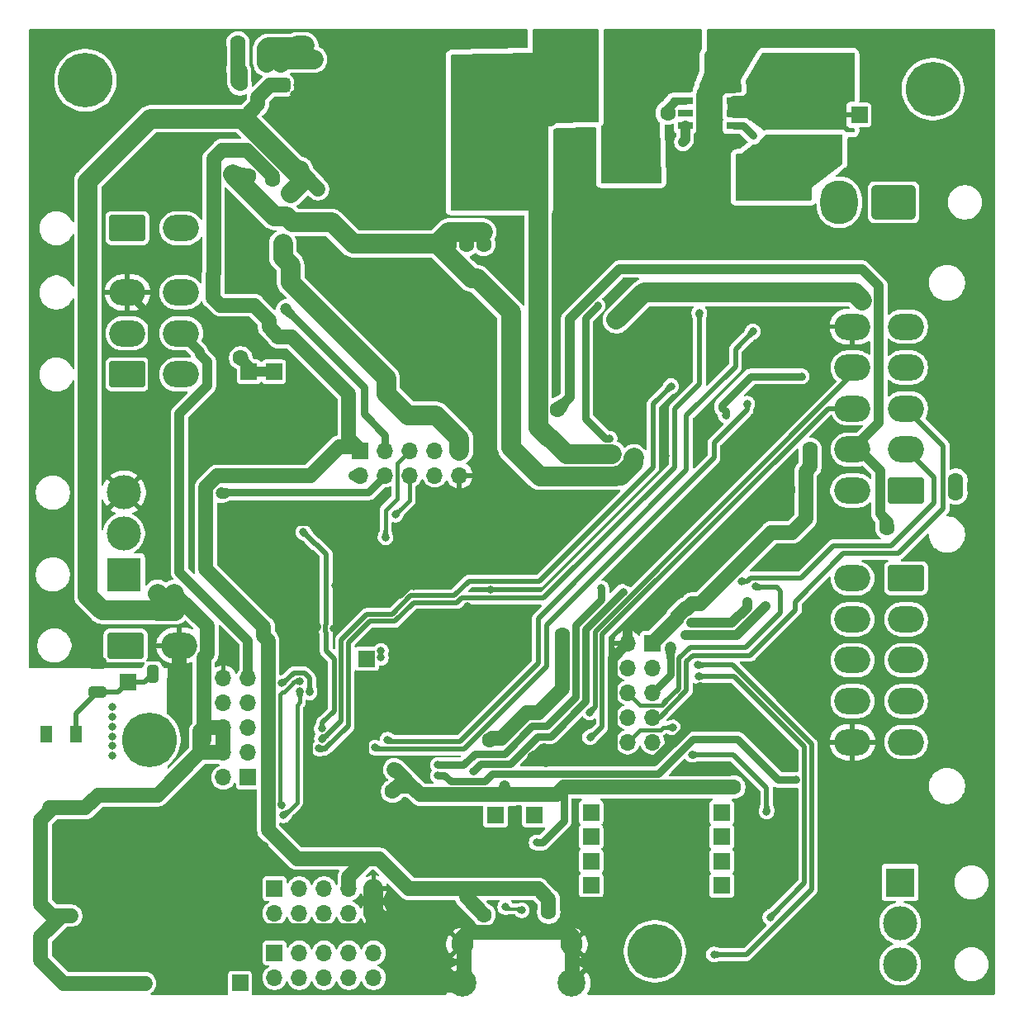
<source format=gbr>
%TF.GenerationSoftware,KiCad,Pcbnew,9.0.0*%
%TF.CreationDate,2025-03-25T01:25:05+01:00*%
%TF.ProjectId,FCCU-v2-schematic-pcb,46434355-2d76-4322-9d73-6368656d6174,rev?*%
%TF.SameCoordinates,Original*%
%TF.FileFunction,Copper,L2,Bot*%
%TF.FilePolarity,Positive*%
%FSLAX46Y46*%
G04 Gerber Fmt 4.6, Leading zero omitted, Abs format (unit mm)*
G04 Created by KiCad (PCBNEW 9.0.0) date 2025-03-25 01:25:05*
%MOMM*%
%LPD*%
G01*
G04 APERTURE LIST*
G04 Aperture macros list*
%AMRoundRect*
0 Rectangle with rounded corners*
0 $1 Rounding radius*
0 $2 $3 $4 $5 $6 $7 $8 $9 X,Y pos of 4 corners*
0 Add a 4 corners polygon primitive as box body*
4,1,4,$2,$3,$4,$5,$6,$7,$8,$9,$2,$3,0*
0 Add four circle primitives for the rounded corners*
1,1,$1+$1,$2,$3*
1,1,$1+$1,$4,$5*
1,1,$1+$1,$6,$7*
1,1,$1+$1,$8,$9*
0 Add four rect primitives between the rounded corners*
20,1,$1+$1,$2,$3,$4,$5,0*
20,1,$1+$1,$4,$5,$6,$7,0*
20,1,$1+$1,$6,$7,$8,$9,0*
20,1,$1+$1,$8,$9,$2,$3,0*%
G04 Aperture macros list end*
%TA.AperFunction,ComponentPad*%
%ADD10R,1.700000X1.700000*%
%TD*%
%TA.AperFunction,ComponentPad*%
%ADD11RoundRect,0.250001X1.599999X-1.099999X1.599999X1.099999X-1.599999X1.099999X-1.599999X-1.099999X0*%
%TD*%
%TA.AperFunction,ComponentPad*%
%ADD12O,3.700000X2.700000*%
%TD*%
%TA.AperFunction,ComponentPad*%
%ADD13C,5.600000*%
%TD*%
%TA.AperFunction,ComponentPad*%
%ADD14R,3.500000X3.500000*%
%TD*%
%TA.AperFunction,ComponentPad*%
%ADD15C,3.500000*%
%TD*%
%TA.AperFunction,ComponentPad*%
%ADD16R,3.000000X3.000000*%
%TD*%
%TA.AperFunction,ComponentPad*%
%ADD17O,1.700000X1.700000*%
%TD*%
%TA.AperFunction,ComponentPad*%
%ADD18C,2.280000*%
%TD*%
%TA.AperFunction,ComponentPad*%
%ADD19C,2.850000*%
%TD*%
%TA.AperFunction,ComponentPad*%
%ADD20RoundRect,0.250001X-1.599999X1.099999X-1.599999X-1.099999X1.599999X-1.099999X1.599999X1.099999X0*%
%TD*%
%TA.AperFunction,SMDPad,CuDef*%
%ADD21RoundRect,0.250000X0.325000X0.650000X-0.325000X0.650000X-0.325000X-0.650000X0.325000X-0.650000X0*%
%TD*%
%TA.AperFunction,SMDPad,CuDef*%
%ADD22R,1.505000X0.802000*%
%TD*%
%TA.AperFunction,SMDPad,CuDef*%
%ADD23R,2.613000X3.502000*%
%TD*%
%TA.AperFunction,SMDPad,CuDef*%
%ADD24R,6.710000X2.730000*%
%TD*%
%TA.AperFunction,ComponentPad*%
%ADD25RoundRect,0.324076X1.925924X-1.425924X1.925924X1.425924X-1.925924X1.425924X-1.925924X-1.425924X0*%
%TD*%
%TA.AperFunction,ComponentPad*%
%ADD26O,3.850000X4.500000*%
%TD*%
%TA.AperFunction,SMDPad,CuDef*%
%ADD27R,1.150000X1.800000*%
%TD*%
%TA.AperFunction,SMDPad,CuDef*%
%ADD28R,3.825000X12.320000*%
%TD*%
%TA.AperFunction,SMDPad,CuDef*%
%ADD29RoundRect,0.375000X-0.625000X-0.375000X0.625000X-0.375000X0.625000X0.375000X-0.625000X0.375000X0*%
%TD*%
%TA.AperFunction,SMDPad,CuDef*%
%ADD30RoundRect,0.500000X-0.500000X-1.400000X0.500000X-1.400000X0.500000X1.400000X-0.500000X1.400000X0*%
%TD*%
%TA.AperFunction,SMDPad,CuDef*%
%ADD31RoundRect,0.250000X0.650000X-0.325000X0.650000X0.325000X-0.650000X0.325000X-0.650000X-0.325000X0*%
%TD*%
%TA.AperFunction,ViaPad*%
%ADD32C,0.800000*%
%TD*%
%TA.AperFunction,ViaPad*%
%ADD33C,1.200000*%
%TD*%
%TA.AperFunction,ViaPad*%
%ADD34C,1.600000*%
%TD*%
%TA.AperFunction,ViaPad*%
%ADD35C,2.000000*%
%TD*%
%TA.AperFunction,ViaPad*%
%ADD36C,0.600000*%
%TD*%
%TA.AperFunction,Conductor*%
%ADD37C,0.500000*%
%TD*%
%TA.AperFunction,Conductor*%
%ADD38C,0.800000*%
%TD*%
%TA.AperFunction,Conductor*%
%ADD39C,1.500000*%
%TD*%
%TA.AperFunction,Conductor*%
%ADD40C,1.000000*%
%TD*%
%TA.AperFunction,Conductor*%
%ADD41C,2.000000*%
%TD*%
%TA.AperFunction,Conductor*%
%ADD42C,0.400000*%
%TD*%
%TA.AperFunction,Conductor*%
%ADD43C,5.000000*%
%TD*%
%TA.AperFunction,Conductor*%
%ADD44C,0.300000*%
%TD*%
G04 APERTURE END LIST*
D10*
%TO.P,C_2,1,1*%
%TO.N,Net-(C_2-Pad1)*%
X161998750Y-101301250D03*
%TD*%
D11*
%TO.P,J8,1,Pin_1*%
%TO.N,+12V*%
X101075000Y-51400000D03*
D12*
%TO.P,J8,2,Pin_2*%
%TO.N,+5V*%
X101075000Y-47200000D03*
%TO.P,J8,3,Pin_3*%
%TO.N,GND*%
X101075000Y-43000000D03*
%TO.P,J8,4,Pin_4*%
%TO.N,/IO/Main_Valve*%
X106575000Y-51400000D03*
%TO.P,J8,5,Pin_5*%
%TO.N,/IO/I{slash}O_5_MCU_G13*%
X106575000Y-47200000D03*
%TO.P,J8,6,Pin_6*%
%TO.N,+3.3V*%
X106575000Y-43000000D03*
%TD*%
D13*
%TO.P,REF\u002A\u002A,1*%
%TO.N,N/C*%
X103300000Y-88850000D03*
%TD*%
D11*
%TO.P,J5,1,Pin_1*%
%TO.N,/MCU/BUTTON_MCU_G36*%
X100875000Y-79200000D03*
D12*
%TO.P,J5,2,Pin_2*%
%TO.N,GND*%
X106375000Y-79200000D03*
%TD*%
D14*
%TO.P,J3,1,Pin_1*%
%TO.N,/MCU/Rx_G44*%
X100712900Y-71915750D03*
D15*
%TO.P,J3,2,Pin_2*%
%TO.N,/MCU/Tx_G43*%
X100712900Y-67715750D03*
%TO.P,J3,3,Pin_3*%
%TO.N,GND*%
X100712900Y-63515750D03*
%TD*%
D16*
%TO.P,J2,1,Pin_1*%
%TO.N,/IO/CANH*%
X180287100Y-103484250D03*
D15*
%TO.P,J2,2,Pin_2*%
%TO.N,/IO/CANL*%
X180287100Y-107684250D03*
%TO.P,J2,3,Pin_3*%
%TO.N,+3.3V*%
X180287100Y-111884250D03*
%TD*%
D13*
%TO.P,REF\u002A\u002A,1*%
%TO.N,N/C*%
X155150000Y-110550000D03*
%TD*%
D10*
%TO.P,C_1,1,1*%
%TO.N,Net-(C_1-Pad1)*%
X161998750Y-96301250D03*
%TD*%
%TO.P,A_1,1,1*%
%TO.N,Net-(A_1-Pad1)*%
X148598750Y-96301250D03*
%TD*%
D11*
%TO.P,J4,1,Pin_1*%
%TO.N,+12V*%
X101075000Y-36400000D03*
D12*
%TO.P,J4,2,Pin_2*%
%TO.N,/IO/PURGE_VALVE*%
X106575000Y-36400000D03*
%TD*%
D13*
%TO.P,REF\u002A\u002A,1*%
%TO.N,N/C*%
X96750000Y-21250000D03*
%TD*%
D10*
%TO.P,J14,1,Pin_1*%
%TO.N,/VBUS*%
X124950000Y-59210000D03*
D17*
%TO.P,J14,2,Pin_2*%
%TO.N,/IO/PURGE_VALVE_MCU*%
X127490000Y-59210000D03*
%TO.P,J14,3,Pin_3*%
%TO.N,/MCU/Rx_G44*%
X130030000Y-59210000D03*
%TO.P,J14,4,Pin_4*%
%TO.N,/MCU/JTAG_G41*%
X132570000Y-59210000D03*
%TO.P,J14,5,Pin_5*%
%TO.N,+3.3V*%
X135110000Y-59210000D03*
%TO.P,J14,6,Pin_6*%
%TO.N,+5V*%
X124950000Y-61750000D03*
%TO.P,J14,7,Pin_7*%
%TO.N,/IO/MAIN_VALVE_MCU*%
X127490000Y-61750000D03*
%TO.P,J14,8,Pin_8*%
%TO.N,/MCU/Tx_G43*%
X130030000Y-61750000D03*
%TO.P,J14,9,Pin_9*%
%TO.N,/MCU/JTAG_G42*%
X132570000Y-61750000D03*
%TO.P,J14,10,Pin_10*%
%TO.N,GND*%
X135110000Y-61750000D03*
%TD*%
D10*
%TO.P,TP1,1,1*%
%TO.N,Net-(U1-EN_UVLO)*%
X176100000Y-24800000D03*
%TD*%
D18*
%TO.P,P1,A1,GND*%
%TO.N,GND*%
X135380000Y-109800000D03*
D19*
X135380000Y-113800000D03*
D18*
X146620000Y-109800000D03*
D19*
X146620000Y-113800000D03*
%TD*%
D10*
%TO.P,J11,1,Pin_1*%
%TO.N,unconnected-(J11-Pin_1-Pad1)*%
X116150000Y-110710000D03*
D17*
%TO.P,J11,2,Pin_2*%
%TO.N,unconnected-(J11-Pin_2-Pad2)*%
X118690000Y-110710000D03*
%TO.P,J11,3,Pin_3*%
%TO.N,unconnected-(J11-Pin_3-Pad3)*%
X121230000Y-110710000D03*
%TO.P,J11,4,Pin_4*%
%TO.N,unconnected-(J11-Pin_4-Pad4)*%
X123770000Y-110710000D03*
%TO.P,J11,5,Pin_5*%
%TO.N,unconnected-(J11-Pin_5-Pad5)*%
X126310000Y-110710000D03*
%TO.P,J11,6,Pin_6*%
%TO.N,unconnected-(J11-Pin_6-Pad6)*%
X116150000Y-113250000D03*
%TO.P,J11,7,Pin_7*%
%TO.N,unconnected-(J11-Pin_7-Pad7)*%
X118690000Y-113250000D03*
%TO.P,J11,8,Pin_8*%
%TO.N,unconnected-(J11-Pin_8-Pad8)*%
X121230000Y-113250000D03*
%TO.P,J11,9,Pin_9*%
%TO.N,unconnected-(J11-Pin_9-Pad9)*%
X123770000Y-113250000D03*
%TO.P,J11,10,Pin_10*%
%TO.N,unconnected-(J11-Pin_10-Pad10)*%
X126310000Y-113250000D03*
%TD*%
D10*
%TO.P,A_2,1,1*%
%TO.N,Net-(A_2-Pad1)*%
X148598750Y-101301250D03*
%TD*%
%TO.P,J15,1,Pin_1*%
%TO.N,+3.3V*%
X154890000Y-78950000D03*
D17*
%TO.P,J15,2,Pin_2*%
%TO.N,/IO/CAN_TX*%
X154890000Y-81490000D03*
%TO.P,J15,3,Pin_3*%
%TO.N,/IO/FAN_ON_MCU*%
X154890000Y-84030000D03*
%TO.P,J15,4,Pin_4*%
%TO.N,/IO/FAN_TACHO*%
X154890000Y-86570000D03*
%TO.P,J15,5,Pin_5*%
%TO.N,/IO/RDY_MCU*%
X154890000Y-89110000D03*
%TO.P,J15,6,Pin_6*%
%TO.N,GND*%
X152350000Y-78950000D03*
%TO.P,J15,7,Pin_7*%
%TO.N,/IO/CAN_RX*%
X152350000Y-81490000D03*
%TO.P,J15,8,Pin_8*%
%TO.N,/MCU/FAN_PWM*%
X152350000Y-84030000D03*
%TO.P,J15,9,Pin_9*%
%TO.N,/IO/SDA_FC*%
X152350000Y-86570000D03*
%TO.P,J15,10,Pin_10*%
%TO.N,/IO/SCL_FC*%
X152350000Y-89110000D03*
%TD*%
D13*
%TO.P,REF\u002A\u002A,1*%
%TO.N,N/C*%
X183650000Y-22150000D03*
%TD*%
D10*
%TO.P,J12,1,Pin_1*%
%TO.N,/IO/FC_VOLTAGE_MCU*%
X116150000Y-104110000D03*
D17*
%TO.P,J12,2,Pin_2*%
%TO.N,/IO/Temp_MCU*%
X118690000Y-104110000D03*
%TO.P,J12,3,Pin_3*%
%TO.N,/IO/LED_CAN_STATUS*%
X121230000Y-104110000D03*
%TO.P,J12,4,Pin_4*%
%TO.N,/VBUS*%
X123770000Y-104110000D03*
%TO.P,J12,5,Pin_5*%
%TO.N,GND*%
X126310000Y-104110000D03*
%TO.P,J12,6,Pin_6*%
%TO.N,/IO/LP_MCU*%
X116150000Y-106650000D03*
%TO.P,J12,7,Pin_7*%
%TO.N,/IO/SC_VOLTAGE_MCU*%
X118690000Y-106650000D03*
%TO.P,J12,8,Pin_8*%
%TO.N,/MCU/MCU_TEST_G1*%
X121230000Y-106650000D03*
%TO.P,J12,9,Pin_9*%
%TO.N,/MCU/I{slash}O_6_MCU*%
X123770000Y-106650000D03*
%TO.P,J12,10,Pin_10*%
%TO.N,GND*%
X126310000Y-106650000D03*
%TD*%
D20*
%TO.P,J6,1,Pin_1*%
%TO.N,/12V_no_id*%
X180900000Y-72300000D03*
D12*
%TO.P,J6,2,Pin_2*%
%TO.N,/MCU/FC_SHORT_MCU_G38*%
X180900000Y-76500000D03*
%TO.P,J6,3,Pin_3*%
%TO.N,/MCU/FC_CURRENT_PWM_G18*%
X180900000Y-80700000D03*
%TO.P,J6,4,Pin_4*%
%TO.N,/IO/FC_1V*%
X180900000Y-84900000D03*
%TO.P,J6,5,Pin_5*%
%TO.N,/IO/FC_V*%
X180900000Y-89100000D03*
%TO.P,J6,6,Pin_6*%
%TO.N,/MCU/DRIVER_ENABLE_G17*%
X175400000Y-72300000D03*
%TO.P,J6,7,Pin_7*%
%TO.N,+5V*%
X175400000Y-76500000D03*
%TO.P,J6,8,Pin_8*%
%TO.N,/IO/LP_1*%
X175400000Y-80700000D03*
%TO.P,J6,9,Pin_9*%
%TO.N,/IO/FC_C*%
X175400000Y-84900000D03*
%TO.P,J6,10,Pin_10*%
%TO.N,GND*%
X175400000Y-89100000D03*
%TD*%
D10*
%TO.P,+5V,1,1*%
%TO.N,+5V*%
X113525000Y-51125000D03*
%TD*%
%TO.P,TP12,1,1*%
%TO.N,/MCU/USB_D+*%
X142800000Y-96600000D03*
%TD*%
%TO.P,TP3,1,1*%
%TO.N,/MCU/Antena*%
X125600000Y-80550000D03*
%TD*%
D21*
%TO.P,C19,1*%
%TO.N,GND*%
X106625000Y-82100000D03*
%TO.P,C19,2*%
%TO.N,Net-(ANT1-FEED)*%
X103675000Y-82100000D03*
%TD*%
D22*
%TO.P,U1,1,GND*%
%TO.N,GND*%
X163247500Y-22095000D03*
%TO.P,U1,2,VIN*%
%TO.N,Net-(U1-EN_UVLO)*%
X163247500Y-23365000D03*
%TO.P,U1,3,EN_UVLO*%
X163247500Y-24635000D03*
%TO.P,U1,4,RON*%
%TO.N,Net-(U1-RON)*%
X163247500Y-25905000D03*
%TO.P,U1,5,FB*%
%TO.N,/Power /FB_12*%
X158252500Y-25905000D03*
%TO.P,U1,6,PGOOD*%
%TO.N,unconnected-(U1-PGOOD-Pad6)*%
X158252500Y-24635000D03*
%TO.P,U1,7,BST*%
%TO.N,Net-(U1-BST)*%
X158252500Y-23365000D03*
%TO.P,U1,8,SW*%
%TO.N,Net-(U1-SW)*%
X158252500Y-22095000D03*
D23*
%TO.P,U1,9,EP*%
%TO.N,GND*%
X160750000Y-24000000D03*
%TD*%
D24*
%TO.P,F1,1*%
%TO.N,Net-(D2-Pad5)*%
X170750000Y-28240000D03*
%TO.P,F1,2*%
%TO.N,Net-(U1-EN_UVLO)*%
X170750000Y-21260000D03*
%TD*%
D25*
%TO.P,J1,1,Pin_1*%
%TO.N,+3.3V*%
X179625000Y-33750000D03*
D26*
%TO.P,J1,2,Pin_2*%
%TO.N,/IO/SC_V*%
X174050000Y-33750000D03*
%TD*%
D10*
%TO.P,TP13,1,1*%
%TO.N,/MCU/USB_D-*%
X138800000Y-96600000D03*
%TD*%
%TO.P,TP8,1,1*%
%TO.N,+5V*%
X116075000Y-51125000D03*
%TD*%
%TO.P,E_1,1,1*%
%TO.N,Net-(IC3-E_1)*%
X161998750Y-98801250D03*
%TD*%
D27*
%TO.P,ANT1,1,FEED*%
%TO.N,Net-(ANT1-FEED)*%
X95750000Y-88250000D03*
%TO.P,ANT1,2,NC*%
%TO.N,unconnected-(ANT1-NC-Pad2)*%
X92750000Y-88250000D03*
%TD*%
D10*
%TO.P,E_2,1,1*%
%TO.N,Net-(IC3-E_2)*%
X161998750Y-103801250D03*
%TD*%
%TO.P,J13,1,Pin_1*%
%TO.N,/MCU/I{slash}O_4_MCU_G13*%
X113440000Y-92725000D03*
D17*
%TO.P,J13,2,Pin_2*%
%TO.N,/MCU/I{slash}O_3_MCU_G11*%
X113440000Y-90185000D03*
%TO.P,J13,3,Pin_3*%
%TO.N,/MCU/I{slash}O_2_MCU_G8*%
X113440000Y-87645000D03*
%TO.P,J13,4,Pin_4*%
%TO.N,/MCU/I{slash}O_1_MCU_G7*%
X113440000Y-85105000D03*
%TO.P,J13,5,Pin_5*%
%TO.N,/IO/I{slash}O_5_MCU_G13*%
X113440000Y-82565000D03*
%TO.P,J13,6,Pin_6*%
%TO.N,/MCU/BUTTON_MCU_G36*%
X110900000Y-92725000D03*
%TO.P,J13,7,Pin_7*%
%TO.N,+3.3V*%
X110900000Y-90185000D03*
%TO.P,J13,8,Pin_8*%
X110900000Y-87645000D03*
%TO.P,J13,9,Pin_9*%
X110900000Y-85105000D03*
%TO.P,J13,10,Pin_10*%
%TO.N,GND*%
X110900000Y-82565000D03*
%TD*%
D28*
%TO.P,L1,1,1*%
%TO.N,Net-(U1-SW)*%
X152723000Y-25550000D03*
%TO.P,L1,2,2*%
%TO.N,/12V_no_id*%
X136477000Y-25550000D03*
%TD*%
D10*
%TO.P,K_2,1,1*%
%TO.N,Net-(IC3-K_2)*%
X148598750Y-103751250D03*
%TD*%
%TO.P,K_1,1,1*%
%TO.N,Net-(IC3-K_1)*%
X148598750Y-98801250D03*
%TD*%
%TO.P,TP3,1,1*%
%TO.N,/MCU/Antena*%
X101100000Y-82950000D03*
%TD*%
%TO.P,TP10,1,1*%
%TO.N,+3.3V*%
X112600000Y-113800000D03*
%TD*%
D29*
%TO.P,U4,1,GND*%
%TO.N,GND*%
X116750000Y-24050000D03*
%TO.P,U4,2,VO*%
%TO.N,+3.3V*%
X116750000Y-21750000D03*
D30*
%TO.N,GND*%
X123050000Y-21750000D03*
D29*
%TO.P,U4,3,VI*%
%TO.N,/Power /3V3_reg_in*%
X116750000Y-19450000D03*
%TD*%
D31*
%TO.P,C22,1*%
%TO.N,/MCU/Antena*%
X98000000Y-83975000D03*
%TO.P,C22,2*%
%TO.N,GND*%
X98000000Y-81025000D03*
%TD*%
D11*
%TO.P,J7,1,Pin_1*%
%TO.N,+12V*%
X180900000Y-63300000D03*
D12*
%TO.P,J7,2,Pin_2*%
%TO.N,/IO/FAN_IN_PWM*%
X180900000Y-59100000D03*
%TO.P,J7,3,Pin_3*%
%TO.N,/IO/FAN_TACHO*%
X180900000Y-54900000D03*
%TO.P,J7,4,Pin_4*%
%TO.N,/IO/FAN_ON*%
X180900000Y-50700000D03*
%TO.P,J7,5,Pin_5*%
%TO.N,/IO/TEMP_SENSOR*%
X180900000Y-46500000D03*
%TO.P,J7,6,Pin_6*%
%TO.N,/IO/LP_2*%
X175400000Y-63300000D03*
%TO.P,J7,7,Pin_7*%
%TO.N,+5V*%
X175400000Y-59100000D03*
%TO.P,J7,8,Pin_8*%
%TO.N,/IO/SCL_FC*%
X175400000Y-54900000D03*
%TO.P,J7,9,Pin_9*%
%TO.N,/IO/SDA_FC*%
X175400000Y-50700000D03*
%TO.P,J7,10,Pin_10*%
%TO.N,GND*%
X175400000Y-46500000D03*
%TD*%
D32*
%TO.N,GND*%
X125500000Y-87600000D03*
X159542050Y-63201000D03*
X147500000Y-64500000D03*
X148500000Y-64500000D03*
X138500000Y-54000000D03*
X151000000Y-72500000D03*
X145000000Y-64000000D03*
X137500000Y-63300000D03*
X142500000Y-64000000D03*
X152000000Y-55000000D03*
X152000000Y-57000000D03*
X152000000Y-56000000D03*
X152000000Y-58000000D03*
X153500000Y-53500000D03*
X153500000Y-51500000D03*
X153500000Y-52500000D03*
X153500000Y-50500000D03*
X122000000Y-42500000D03*
X122000000Y-40500000D03*
X122000000Y-41500000D03*
X122000000Y-39500000D03*
X126500000Y-44500000D03*
X124500000Y-44500000D03*
X125500000Y-44500000D03*
X123500000Y-44500000D03*
X133000000Y-47500000D03*
X133000000Y-45500000D03*
X133000000Y-46500000D03*
X133000000Y-44500000D03*
X131500000Y-48000000D03*
X131500000Y-46000000D03*
X131500000Y-47000000D03*
X131500000Y-45000000D03*
X146500000Y-39500000D03*
X146500000Y-40500000D03*
X146500000Y-41500000D03*
X146500000Y-38500000D03*
X146500000Y-34500000D03*
X146500000Y-35500000D03*
X146500000Y-36500000D03*
X146500000Y-33500000D03*
X146500000Y-28500000D03*
X146500000Y-29500000D03*
X146500000Y-30500000D03*
X146500000Y-27500000D03*
X156500000Y-33500000D03*
X157500000Y-33500000D03*
X158500000Y-33500000D03*
X155500000Y-33500000D03*
X151500000Y-34500000D03*
X152500000Y-34500000D03*
X153500000Y-34500000D03*
X150500000Y-34500000D03*
X161500000Y-30000000D03*
X161500000Y-31000000D03*
X161500000Y-32000000D03*
X161500000Y-29000000D03*
X178500000Y-18500000D03*
X178500000Y-19500000D03*
X178500000Y-20500000D03*
X178500000Y-17500000D03*
X178500000Y-23500000D03*
X178500000Y-24500000D03*
X178500000Y-25500000D03*
X178500000Y-22500000D03*
X180000000Y-27500000D03*
X180000000Y-28500000D03*
X180000000Y-29500000D03*
X180000000Y-26500000D03*
X184000000Y-28000000D03*
X184000000Y-29000000D03*
X184000000Y-30000000D03*
X184000000Y-27000000D03*
X184000000Y-33000000D03*
X184000000Y-34000000D03*
X184000000Y-35000000D03*
X184000000Y-32000000D03*
X188000000Y-29000000D03*
X188000000Y-30000000D03*
X188000000Y-31000000D03*
X188000000Y-28000000D03*
X188000000Y-24000000D03*
X188000000Y-25000000D03*
X188000000Y-26000000D03*
X188000000Y-23000000D03*
X188000000Y-18500000D03*
X188000000Y-19500000D03*
X188000000Y-20500000D03*
X188000000Y-17500000D03*
X97500000Y-25500000D03*
X98500000Y-25500000D03*
X99500000Y-25500000D03*
X96500000Y-25500000D03*
X101000000Y-20500000D03*
X101000000Y-21500000D03*
X101000000Y-22500000D03*
X101000000Y-19500000D03*
X92500000Y-20500000D03*
X92500000Y-21500000D03*
X92500000Y-22500000D03*
X92500000Y-19500000D03*
X94000000Y-27500000D03*
X94000000Y-28500000D03*
X94000000Y-29500000D03*
X94000000Y-26500000D03*
X92000000Y-32500000D03*
X92000000Y-33500000D03*
X92000000Y-34500000D03*
X92000000Y-31500000D03*
X92000000Y-75000000D03*
X92000000Y-76000000D03*
X92000000Y-77000000D03*
X92000000Y-74000000D03*
X92500000Y-67000000D03*
X92500000Y-68000000D03*
X92500000Y-69000000D03*
X92500000Y-66000000D03*
X93500000Y-45500000D03*
X93500000Y-47500000D03*
X93500000Y-48500000D03*
X93500000Y-46500000D03*
X93000000Y-55500000D03*
X93000000Y-57500000D03*
X93000000Y-60500000D03*
X93000000Y-58500000D03*
X93000000Y-59500000D03*
X93000000Y-56500000D03*
X96000000Y-76000000D03*
X96000000Y-78000000D03*
X96000000Y-81000000D03*
X96000000Y-79000000D03*
X96000000Y-80000000D03*
X96000000Y-77000000D03*
X99500000Y-85500000D03*
X99500000Y-87500000D03*
X99500000Y-90500000D03*
X99500000Y-88500000D03*
X99500000Y-89500000D03*
X99500000Y-86500000D03*
X131500000Y-108000000D03*
X131500000Y-110000000D03*
X131500000Y-113000000D03*
X131500000Y-111000000D03*
X131500000Y-112000000D03*
X131500000Y-109000000D03*
X132500000Y-108000000D03*
X132500000Y-110000000D03*
X132500000Y-113000000D03*
X132500000Y-111000000D03*
X132500000Y-112000000D03*
X132500000Y-109000000D03*
X159500000Y-108000000D03*
X159500000Y-110000000D03*
X159500000Y-113000000D03*
X159500000Y-111000000D03*
X159500000Y-112000000D03*
X159500000Y-109000000D03*
X151000000Y-108000000D03*
X151000000Y-113000000D03*
X151000000Y-112000000D03*
X151000000Y-111000000D03*
X151000000Y-110000000D03*
X151000000Y-109000000D03*
X152500000Y-114000000D03*
X157500000Y-114000000D03*
X177000000Y-113000000D03*
X176000000Y-113000000D03*
X189000000Y-109000000D03*
X189000000Y-106000000D03*
X187000000Y-106000000D03*
X187000000Y-109000000D03*
X184000000Y-113000000D03*
X184000000Y-111000000D03*
X184000000Y-109000000D03*
X184000000Y-107000000D03*
X184000000Y-105000000D03*
X184000000Y-103000000D03*
X184000000Y-101000000D03*
X184000000Y-99000000D03*
X184000000Y-97000000D03*
X186000000Y-101000000D03*
X186000000Y-99000000D03*
X186000000Y-97000000D03*
X188000000Y-100000000D03*
X188000000Y-98000000D03*
X188000000Y-96000000D03*
X188000000Y-94000000D03*
X188000000Y-92000000D03*
X185000000Y-85000000D03*
X185000000Y-83000000D03*
X185000000Y-81000000D03*
X185000000Y-79000000D03*
X185000000Y-77000000D03*
X185000000Y-75000000D03*
X185000000Y-73000000D03*
X185000000Y-71000000D03*
X172900000Y-73900000D03*
X169850000Y-78050000D03*
X170650000Y-78050000D03*
X171550000Y-78050000D03*
X172300000Y-63950000D03*
X172350000Y-62950000D03*
X173050000Y-57350000D03*
X169850000Y-70750000D03*
X113550000Y-46800000D03*
X116600000Y-43300000D03*
X114500000Y-42100000D03*
X115200000Y-39350000D03*
D33*
X118700000Y-54850000D03*
X114405000Y-59606500D03*
X118650000Y-56950000D03*
X111350000Y-66400000D03*
X121450000Y-65050000D03*
X117650000Y-68000000D03*
X116450000Y-68000000D03*
X116250000Y-69350000D03*
X117500000Y-69300000D03*
X117150000Y-74850000D03*
X125100000Y-69850000D03*
X123350000Y-69850000D03*
X140850000Y-75900000D03*
X130250000Y-76800000D03*
X125325000Y-94425000D03*
X113726000Y-106100000D03*
X115050000Y-99900000D03*
X118550000Y-97700000D03*
X120000000Y-95700000D03*
X120700000Y-93950000D03*
X121250000Y-91400000D03*
D34*
X132500000Y-84000000D03*
D32*
X119025000Y-22200000D03*
D34*
X167350000Y-90100000D03*
X132500000Y-82500000D03*
D32*
X128750000Y-82850000D03*
X119400000Y-20850000D03*
X128750000Y-83550000D03*
X134000000Y-65600000D03*
X130550000Y-81700000D03*
D34*
%TO.N,+3.3V*%
X112400000Y-17400000D03*
D32*
%TO.N,GND*%
X122201496Y-77450000D03*
D35*
X131000000Y-84000000D03*
D32*
X125275000Y-71650000D03*
X119150000Y-21500000D03*
D33*
X142650000Y-90650000D03*
D34*
X129500000Y-82500000D03*
D32*
X133400000Y-81700000D03*
D33*
X143800000Y-89800000D03*
D34*
%TO.N,+3.3V*%
X112600000Y-21600000D03*
D32*
%TO.N,GND*%
X132000000Y-81700000D03*
D34*
X134000000Y-98900000D03*
D32*
X132700000Y-81700000D03*
D34*
X167100000Y-63200000D03*
D32*
X137600000Y-70150000D03*
X129150000Y-81700000D03*
D34*
X131000000Y-85500000D03*
X119200000Y-74750000D03*
D32*
X122350000Y-73050000D03*
X119550000Y-80800000D03*
X129450000Y-86300000D03*
X120500496Y-77150286D03*
D34*
X119050000Y-25700000D03*
D32*
X133350000Y-85400000D03*
X133400000Y-75800000D03*
D33*
X162150000Y-83950000D03*
D32*
X118900000Y-22850000D03*
X135000000Y-70600000D03*
D33*
X102625000Y-99275000D03*
X156025000Y-73525000D03*
D32*
X128750000Y-84300000D03*
X133350000Y-82500000D03*
X131250000Y-81700000D03*
X118169239Y-22699392D03*
D34*
X129500000Y-84000000D03*
D33*
X152550000Y-72400000D03*
D32*
X133400000Y-73000000D03*
D34*
X132500000Y-85500000D03*
X168750000Y-63200000D03*
D33*
X159782807Y-83581407D03*
D34*
X131000000Y-82500000D03*
D33*
X111650000Y-106550000D03*
D32*
X128750000Y-82150000D03*
D33*
X144005212Y-91044788D03*
D34*
X162200000Y-17200000D03*
X129500000Y-85500000D03*
X124652054Y-96886685D03*
X119050000Y-24050000D03*
%TO.N,+3.3V*%
X185999000Y-62250000D03*
D32*
%TO.N,GND*%
X128750000Y-85700000D03*
X129000000Y-73950000D03*
X129850000Y-81700000D03*
X132650000Y-70000000D03*
X130412500Y-73137500D03*
X128750000Y-85000000D03*
X133350000Y-83200000D03*
X138250000Y-73500000D03*
D34*
X131600000Y-97000000D03*
D32*
X128750000Y-86300000D03*
D34*
X123600000Y-30250000D03*
D32*
X133350000Y-83900000D03*
X156200000Y-59750000D03*
%TO.N,+3.3V*%
X127050000Y-79750000D03*
%TO.N,GND*%
X133350000Y-84700000D03*
X135950000Y-75200000D03*
X131850000Y-86300000D03*
X127975000Y-69875000D03*
D34*
X174318750Y-94318750D03*
D33*
X161150000Y-63201000D03*
D32*
X132550000Y-86300000D03*
X133350000Y-86100000D03*
X131150000Y-86300000D03*
%TO.N,+3.3V*%
X127050000Y-80450000D03*
%TO.N,GND*%
X118450000Y-21725000D03*
D34*
%TO.N,+3.3V*%
X185999000Y-63550000D03*
X112400000Y-20100000D03*
D32*
%TO.N,GND*%
X118600000Y-20925000D03*
X158350000Y-49500000D03*
X137500000Y-68400000D03*
X130150000Y-86300000D03*
D34*
%TO.N,+12V*%
X140400000Y-45050000D03*
X135750000Y-36850000D03*
X133950000Y-36850000D03*
X140400000Y-46400000D03*
X113450000Y-31050000D03*
X151850000Y-61850000D03*
X111850000Y-30850000D03*
X134050000Y-38100000D03*
X137600000Y-38050000D03*
X135850000Y-38100000D03*
X153000000Y-59950000D03*
X137500000Y-36800000D03*
%TO.N,+3.3V*%
X104150000Y-73850000D03*
D32*
X161150000Y-73550000D03*
D34*
X105900000Y-73850000D03*
D36*
X102875000Y-113825000D03*
D34*
X138248702Y-88899000D03*
D33*
X153600000Y-93725000D03*
X139724000Y-94298000D03*
D34*
X117800000Y-32800000D03*
D32*
X95300000Y-106900000D03*
X143000000Y-99400000D03*
D34*
X163225000Y-93725000D03*
X145649000Y-78100000D03*
D33*
X139724000Y-93600000D03*
D34*
X171063597Y-59083697D03*
X104725000Y-75025000D03*
D32*
X106400000Y-24950000D03*
D34*
X128250000Y-94150000D03*
X117000000Y-38000000D03*
D33*
%TO.N,/IO/PURGE_VALVE_MCU*%
X117300000Y-44700000D03*
D32*
%TO.N,/MCU/BOOT*%
X117050000Y-96600000D03*
X118750000Y-83900000D03*
%TO.N,/MCU/RESET*%
X118750000Y-82850000D03*
X116850000Y-95600000D03*
%TO.N,/IO/CAN_RX*%
X166970000Y-107050000D03*
X159600000Y-82350000D03*
%TO.N,/IO/CAN_TX*%
X159550000Y-81200000D03*
X161200000Y-110875000D03*
%TO.N,/Power /FB_12*%
X158000000Y-27600000D03*
%TO.N,/IO/FC_VOLTAGE_MCU*%
X159700000Y-45100000D03*
X120700000Y-89750000D03*
D34*
%TO.N,Net-(U1-SW)*%
X152200000Y-18600000D03*
X153400000Y-18400000D03*
X153400000Y-16800000D03*
X154800000Y-16800000D03*
%TO.N,Net-(U1-EN_UVLO)*%
X166050000Y-23500000D03*
X167500000Y-23500000D03*
X166650000Y-22150000D03*
D32*
%TO.N,Net-(P1-D--PadA7)*%
X139800000Y-106000000D03*
X141500000Y-106330331D03*
%TO.N,/IO/SCL_FC*%
X157000000Y-87600000D03*
X148500000Y-88600000D03*
%TO.N,/IO/SC_VOLTAGE_MCU*%
X165200000Y-47000000D03*
X127750000Y-88850000D03*
%TO.N,/IO/FAN_IN_PWM*%
X164050000Y-72600000D03*
%TO.N,/IO/SDA_FC*%
X148450000Y-86050000D03*
D34*
%TO.N,/12V_no_id*%
X146600000Y-20400000D03*
X146600000Y-23400000D03*
X148000000Y-20400000D03*
X146600000Y-21937500D03*
X149600000Y-59575000D03*
X150750000Y-59575000D03*
X148000000Y-23400000D03*
X148000000Y-21937500D03*
D32*
%TO.N,/IO/FAN_ON_MCU*%
X150499172Y-57975000D03*
D33*
X156749000Y-79400000D03*
D32*
X149275000Y-44350000D03*
%TO.N,/IO/TEMP_SENSOR*%
X162400000Y-55600000D03*
X170200000Y-51600000D03*
%TO.N,/IO/LP_MCU*%
X156800000Y-52600000D03*
X121000000Y-88750000D03*
%TO.N,/IO/Temp_MCU*%
X126450000Y-89650000D03*
X164600000Y-54400000D03*
D34*
%TO.N,/IO/FAN_ON*%
X151200000Y-45800000D03*
X176400000Y-43800000D03*
D36*
%TO.N,Net-(U1-RON)*%
X165200000Y-26937500D03*
D34*
%TO.N,Net-(U1-BST)*%
X156500000Y-24600000D03*
%TO.N,+5V*%
X145175000Y-54978427D03*
X112670306Y-49704694D03*
X178950000Y-67150000D03*
D32*
%TO.N,/MCU/Tx_G43*%
X128525000Y-65787500D03*
%TO.N,/MCU/Rx_G44*%
X127525000Y-68125000D03*
%TO.N,GND*%
X104875000Y-68750000D03*
X145174000Y-68674000D03*
X111050000Y-68750000D03*
D33*
%TO.N,/IO/MAIN_VALVE_MCU*%
X110649946Y-63600000D03*
%TO.N,/VBUS*%
X137000000Y-104150000D03*
D34*
X115950000Y-31350000D03*
X144250000Y-106517638D03*
X137600000Y-106800000D03*
X116564500Y-47547500D03*
D32*
%TO.N,Net-(U6-GPIO1{slash}ADC1_CH0)*%
X116850000Y-83075000D03*
X119750000Y-84000000D03*
D34*
%TO.N,Net-(D2-Pad5)*%
X166800000Y-31000000D03*
X165173194Y-31076806D03*
X166200000Y-29200000D03*
D32*
%TO.N,/IO/RDY_MCU*%
X158950000Y-90400000D03*
X166600000Y-96200000D03*
%TO.N,Net-(U6-GPIO6{slash}ADC1_CH5)*%
X119100000Y-67550000D03*
X121000000Y-87700000D03*
%TO.N,Net-(U6-GPIO21)*%
X158850000Y-76850000D03*
X151898959Y-73698959D03*
X164600000Y-74750000D03*
X136534591Y-92065409D03*
%TO.N,Net-(U6-GPIO18{slash}ADC2_CH7)*%
X132879377Y-92540010D03*
X169638541Y-92961459D03*
%TO.N,Net-(U6-GPIO17{slash}ADC2_CH6)*%
X132900000Y-91450000D03*
X158300000Y-78100000D03*
X166200000Y-75400000D03*
X149666025Y-73333975D03*
%TO.N,/MCU/FAN_PWM*%
X165429667Y-73100000D03*
D34*
%TO.N,/Power /3V3_reg_in*%
X119250000Y-17700000D03*
X117750000Y-17850000D03*
D33*
%TO.N,GND*%
X139850000Y-78100000D03*
%TD*%
D37*
%TO.N,/IO/Temp_MCU*%
X161200000Y-58400000D02*
X164600000Y-55000000D01*
X161200000Y-59950000D02*
X161200000Y-58400000D01*
X144050000Y-77100000D02*
X161200000Y-59950000D01*
X144050000Y-81300000D02*
X144050000Y-77100000D01*
X135550000Y-89800000D02*
X144050000Y-81300000D01*
X126810050Y-89800000D02*
X135550000Y-89800000D01*
X126610050Y-89600000D02*
X126810050Y-89800000D01*
X126500000Y-89600000D02*
X126610050Y-89600000D01*
X126450000Y-89650000D02*
X126500000Y-89600000D01*
X164600000Y-55000000D02*
X164600000Y-54400000D01*
%TO.N,/IO/SC_VOLTAGE_MCU*%
X163400000Y-50600000D02*
X163400000Y-48800000D01*
X158400000Y-61200000D02*
X158400000Y-55600000D01*
X163400000Y-48800000D02*
X165200000Y-47000000D01*
X158400000Y-55600000D02*
X163400000Y-50600000D01*
X143200000Y-76400000D02*
X158400000Y-61200000D01*
X143200000Y-81000000D02*
X143200000Y-76400000D01*
X135150000Y-89050000D02*
X143200000Y-81000000D01*
X127900000Y-88850000D02*
X128100000Y-89050000D01*
X127750000Y-88850000D02*
X127900000Y-88850000D01*
X128100000Y-89050000D02*
X135150000Y-89050000D01*
D38*
%TO.N,Net-(U6-GPIO17{slash}ADC2_CH6)*%
X149666025Y-74514851D02*
X149666025Y-73333975D01*
X147049000Y-77131876D02*
X149666025Y-74514851D01*
X147049000Y-84485372D02*
X147049000Y-77131876D01*
X144084372Y-87450000D02*
X147049000Y-84485372D01*
X139701000Y-90299000D02*
X142550000Y-87450000D01*
X136885372Y-90299000D02*
X139701000Y-90299000D01*
X135500000Y-91450000D02*
X136650000Y-90300000D01*
X136650000Y-90300000D02*
X136884372Y-90300000D01*
X136884372Y-90300000D02*
X136885372Y-90299000D01*
X142550000Y-87450000D02*
X144084372Y-87450000D01*
X132900000Y-91450000D02*
X135500000Y-91450000D01*
D37*
%TO.N,GND*%
X125600000Y-94150000D02*
X125325000Y-94425000D01*
X126450000Y-87800000D02*
X125600000Y-88650000D01*
X125600000Y-88650000D02*
X125600000Y-94150000D01*
X127250000Y-87800000D02*
X126450000Y-87800000D01*
X128750000Y-86300000D02*
X127250000Y-87800000D01*
%TO.N,/MCU/Antena*%
X102850000Y-82950000D02*
X103500000Y-82300000D01*
X102850000Y-82950000D02*
X101100000Y-82950000D01*
X100075000Y-83975000D02*
X101100000Y-82950000D01*
X98000000Y-83975000D02*
X100075000Y-83975000D01*
X95800000Y-86175000D02*
X98000000Y-83975000D01*
X95800000Y-86175000D02*
X95800000Y-88000000D01*
D39*
%TO.N,/VBUS*%
X143178916Y-104150000D02*
X137000000Y-104150000D01*
X144250000Y-106517638D02*
X144250000Y-105221084D01*
X144250000Y-105221084D02*
X143178916Y-104150000D01*
D40*
%TO.N,GND*%
X139850000Y-78150000D02*
X132500000Y-85500000D01*
X139850000Y-78100000D02*
X139850000Y-78150000D01*
D37*
%TO.N,/IO/FAN_IN_PWM*%
X183750000Y-61950000D02*
X180900000Y-59100000D01*
X183750000Y-64600000D02*
X183750000Y-61950000D01*
X179375000Y-68975000D02*
X183750000Y-64600000D01*
X170150000Y-72250000D02*
X173425000Y-68975000D01*
X165000000Y-72250000D02*
X170150000Y-72250000D01*
X164650000Y-72600000D02*
X165000000Y-72250000D01*
X173425000Y-68975000D02*
X179375000Y-68975000D01*
X164050000Y-72600000D02*
X164650000Y-72600000D01*
D38*
%TO.N,/IO/FAN_ON_MCU*%
X148000000Y-45625000D02*
X149275000Y-44350000D01*
X148000000Y-55900000D02*
X148000000Y-45625000D01*
X150075000Y-57975000D02*
X148000000Y-55900000D01*
X150499172Y-57975000D02*
X150075000Y-57975000D01*
D40*
%TO.N,+5V*%
X176400000Y-40600000D02*
X178101000Y-42301000D01*
X151467951Y-40600000D02*
X176400000Y-40600000D01*
X178101000Y-56399000D02*
X175400000Y-59100000D01*
X146400000Y-45667951D02*
X151467951Y-40600000D01*
X178101000Y-42301000D02*
X178101000Y-56399000D01*
X145175000Y-54978427D02*
X146400000Y-53753427D01*
X146400000Y-53753427D02*
X146400000Y-45667951D01*
D41*
%TO.N,/12V_no_id*%
X143175000Y-23825000D02*
X146600000Y-20400000D01*
X143174000Y-56828842D02*
X143174000Y-55171158D01*
X144501000Y-58001000D02*
X144346158Y-58001000D01*
X144346158Y-58001000D02*
X143174000Y-56828842D01*
X149600000Y-59575000D02*
X146075000Y-59575000D01*
X146075000Y-59575000D02*
X144501000Y-58001000D01*
X143174000Y-55171158D02*
X143175000Y-55170158D01*
X143175000Y-55170158D02*
X143175000Y-23825000D01*
%TO.N,+12V*%
X151661684Y-61776000D02*
X151174000Y-61776000D01*
X151174000Y-61776000D02*
X151100000Y-61850000D01*
X140400000Y-58900000D02*
X140400000Y-45050000D01*
X152951000Y-60486684D02*
X151661684Y-61776000D01*
X152951000Y-59999000D02*
X152951000Y-60486684D01*
X143350000Y-61850000D02*
X140400000Y-58900000D01*
X153000000Y-59950000D02*
X152951000Y-59999000D01*
X151100000Y-61850000D02*
X143350000Y-61850000D01*
D39*
%TO.N,+3.3V*%
X157399000Y-76441000D02*
X154890000Y-78950000D01*
X158248976Y-75399000D02*
X157399000Y-76248976D01*
X158441000Y-75399000D02*
X158248976Y-75399000D01*
X157399000Y-76248976D02*
X157399000Y-76441000D01*
X158947976Y-74892024D02*
X158441000Y-75399000D01*
X159807976Y-74892024D02*
X158947976Y-74892024D01*
X167100000Y-67600000D02*
X159807976Y-74892024D01*
X169225000Y-67600000D02*
X167100000Y-67600000D01*
X170600000Y-61351000D02*
X170600000Y-66225000D01*
X170600000Y-66225000D02*
X169225000Y-67600000D01*
X171063597Y-59083697D02*
X171063597Y-60887403D01*
X171063597Y-60887403D02*
X170600000Y-61351000D01*
D40*
%TO.N,GND*%
X166350000Y-63200000D02*
X156025000Y-73525000D01*
X168750000Y-63200000D02*
X166350000Y-63200000D01*
D39*
%TO.N,/VBUS*%
X123750000Y-58010000D02*
X124950000Y-59210000D01*
X123750000Y-53400000D02*
X123750000Y-58010000D01*
X116562000Y-47550000D02*
X117900000Y-47550000D01*
X116564500Y-47547500D02*
X116562000Y-47550000D01*
X115950000Y-31073712D02*
X115950000Y-31350000D01*
X117900000Y-47550000D02*
X123750000Y-53400000D01*
X113276288Y-28400000D02*
X115950000Y-31073712D01*
X109899000Y-41051000D02*
X109899000Y-29301000D01*
X109850000Y-41100000D02*
X109899000Y-41051000D01*
X110800000Y-28400000D02*
X113276288Y-28400000D01*
X110599000Y-44300000D02*
X109850000Y-43551000D01*
X115600000Y-45850000D02*
X114050000Y-44300000D01*
X109850000Y-43551000D02*
X109850000Y-41100000D01*
X116564500Y-47547500D02*
X115600000Y-46583000D01*
X115600000Y-46583000D02*
X115600000Y-45850000D01*
X114050000Y-44300000D02*
X110599000Y-44300000D01*
X109899000Y-29301000D02*
X110800000Y-28400000D01*
X124540000Y-58800000D02*
X124950000Y-59210000D01*
X122800000Y-58800000D02*
X124540000Y-58800000D01*
X119800000Y-61800000D02*
X122800000Y-58800000D01*
X109098946Y-62957554D02*
X110256500Y-61800000D01*
X115046895Y-77296895D02*
X109098946Y-71348946D01*
X115046895Y-78246895D02*
X115046895Y-77296895D01*
X115500000Y-78700000D02*
X115046895Y-78246895D01*
X115500000Y-98100000D02*
X115500000Y-78700000D01*
X109098946Y-71348946D02*
X109098946Y-62957554D01*
X110256500Y-61800000D02*
X119800000Y-61800000D01*
X118450000Y-101050000D02*
X115500000Y-98100000D01*
X126850000Y-101050000D02*
X118450000Y-101050000D01*
D37*
%TO.N,/IO/FC_VOLTAGE_MCU*%
X159700000Y-52400000D02*
X159700000Y-45100000D01*
X157200000Y-60900000D02*
X157200000Y-54900000D01*
X143750000Y-74350000D02*
X157200000Y-60900000D01*
X135300000Y-74350000D02*
X143750000Y-74350000D01*
X128500000Y-76700000D02*
X130399000Y-74801000D01*
X123701000Y-78899000D02*
X125900000Y-76700000D01*
X123701000Y-87440364D02*
X123701000Y-78899000D01*
X121391364Y-89750000D02*
X123701000Y-87440364D01*
X134849000Y-74801000D02*
X135300000Y-74350000D01*
X120700000Y-89750000D02*
X121391364Y-89750000D01*
X157200000Y-54900000D02*
X159700000Y-52400000D01*
X130399000Y-74801000D02*
X134849000Y-74801000D01*
X125900000Y-76700000D02*
X128500000Y-76700000D01*
D39*
%TO.N,+3.3V*%
X128800000Y-93600000D02*
X128250000Y-94150000D01*
X130200000Y-93600000D02*
X128800000Y-93600000D01*
D38*
%TO.N,GND*%
X127600000Y-97000000D02*
X131600000Y-97000000D01*
X126937563Y-96337563D02*
X127600000Y-97000000D01*
X124652054Y-96886685D02*
X125201176Y-96337563D01*
X125201176Y-96337563D02*
X126937563Y-96337563D01*
D37*
%TO.N,/IO/LP_MCU*%
X154950000Y-54450000D02*
X156800000Y-52600000D01*
X143250000Y-72600000D02*
X154950000Y-60900000D01*
X136058636Y-72600000D02*
X143250000Y-72600000D01*
X134558636Y-74100000D02*
X136058636Y-72600000D01*
X128209636Y-75999000D02*
X130108636Y-74100000D01*
X125609636Y-75999000D02*
X128209636Y-75999000D01*
X123000000Y-86950000D02*
X123000000Y-78608636D01*
X154950000Y-60900000D02*
X154950000Y-54450000D01*
X121400000Y-88550000D02*
X123000000Y-86950000D01*
X121050000Y-88550000D02*
X121400000Y-88550000D01*
X130108636Y-74100000D02*
X134558636Y-74100000D01*
X121000000Y-88600000D02*
X121050000Y-88550000D01*
X123000000Y-78608636D02*
X125609636Y-75999000D01*
X121000000Y-88750000D02*
X121000000Y-88600000D01*
D39*
%TO.N,GND*%
X116750000Y-24050000D02*
X117400000Y-24050000D01*
X126310000Y-106650000D02*
X126310000Y-107852081D01*
D40*
X167350000Y-88667768D02*
X166032232Y-87350000D01*
D39*
%TO.N,+3.3V*%
X112600000Y-21600000D02*
X112600000Y-20300000D01*
D42*
%TO.N,GND*%
X119475000Y-22125000D02*
X119025000Y-22575000D01*
X118450000Y-21725000D02*
X118525000Y-21800000D01*
D40*
X150799000Y-87550000D02*
X150799000Y-89600000D01*
X162200000Y-17200000D02*
X160750000Y-18650000D01*
X145200000Y-91000000D02*
X148750000Y-91000000D01*
D38*
X119550000Y-80750000D02*
X120850000Y-82050000D01*
D39*
X126310000Y-107852081D02*
X125711081Y-108451000D01*
D40*
X152350000Y-77200000D02*
X156025000Y-73525000D01*
X166032232Y-87350000D02*
X158843446Y-87350000D01*
X144700000Y-91000000D02*
X144700000Y-90700000D01*
D38*
X145200000Y-101800000D02*
X136900000Y-101800000D01*
D39*
X119050000Y-25700000D02*
X119050000Y-27150000D01*
D40*
X158843446Y-87350000D02*
X158696723Y-87496723D01*
D38*
X142650000Y-90650000D02*
X142950000Y-90650000D01*
X120500496Y-77299504D02*
X119550000Y-78250000D01*
D42*
X119475000Y-22100000D02*
X119475000Y-22125000D01*
D40*
X160750000Y-18650000D02*
X160750000Y-24000000D01*
D39*
X125711081Y-108451000D02*
X113551000Y-108451000D01*
D40*
X152350000Y-78950000D02*
X150799000Y-80501000D01*
D39*
%TO.N,+3.3V*%
X112600000Y-20300000D02*
X112400000Y-20100000D01*
D38*
%TO.N,GND*%
X119550000Y-80450000D02*
X119550000Y-80800000D01*
D39*
X106375000Y-79200000D02*
X106375000Y-81850000D01*
D42*
X134000000Y-98900000D02*
X133500000Y-98900000D01*
D40*
X159782807Y-83581407D02*
X159782807Y-83932807D01*
D42*
X118600000Y-20925000D02*
X118650000Y-20975000D01*
D39*
X152550000Y-71801000D02*
X161150000Y-63201000D01*
D38*
X133300000Y-72900000D02*
X133400000Y-73000000D01*
X146620000Y-103220000D02*
X145200000Y-101800000D01*
X119650000Y-86550000D02*
X119650000Y-90950000D01*
X125701496Y-73950000D02*
X129000000Y-73950000D01*
D39*
X111650000Y-106550000D02*
X109900000Y-106550000D01*
D40*
X155096971Y-91096475D02*
X158696723Y-87496723D01*
D42*
X118825000Y-20925000D02*
X118600000Y-20925000D01*
D38*
X144125000Y-90125000D02*
X148675000Y-90125000D01*
D40*
X150799000Y-89600000D02*
X149399000Y-91000000D01*
D42*
X118525000Y-21800000D02*
X118950000Y-21800000D01*
D39*
X135380000Y-109800000D02*
X135550000Y-109970000D01*
%TO.N,+3.3V*%
X112400000Y-21400000D02*
X112400000Y-17400000D01*
%TO.N,GND*%
X135550000Y-113630000D02*
X135380000Y-113800000D01*
D42*
X118900000Y-22850000D02*
X119025000Y-22725000D01*
D38*
X120200782Y-77450000D02*
X119575000Y-77450000D01*
D42*
X119025000Y-22575000D02*
X119025000Y-22625000D01*
X119050000Y-22175000D02*
X119400000Y-22175000D01*
D40*
X145200000Y-91000000D02*
X143000000Y-91000000D01*
D39*
X146620000Y-109800000D02*
X146683884Y-109736116D01*
D38*
X128750000Y-83850000D02*
X128750000Y-82150000D01*
D39*
X123700000Y-31800000D02*
X123600000Y-31700000D01*
D38*
X122201496Y-77450000D02*
X125701496Y-73950000D01*
D39*
X135550000Y-109970000D02*
X135550000Y-113630000D01*
X119475000Y-22375000D02*
X117800000Y-24050000D01*
D42*
X119025000Y-22325000D02*
X118650000Y-21950000D01*
D39*
X119475000Y-22100000D02*
X119475000Y-22375000D01*
D40*
X148750000Y-91000000D02*
X154250000Y-91000000D01*
D42*
X119025000Y-22200000D02*
X119050000Y-22175000D01*
D41*
X133460000Y-113800000D02*
X134999000Y-113800000D01*
D42*
X118650000Y-21950000D02*
X118650000Y-20975000D01*
D40*
X161495000Y-22095000D02*
X160750000Y-22840000D01*
D39*
X146683884Y-108916117D02*
X146367767Y-108600000D01*
D40*
X160750000Y-22840000D02*
X160750000Y-24000000D01*
D39*
X123600000Y-31700000D02*
X123600000Y-30250000D01*
%TO.N,+3.3V*%
X185999000Y-63550000D02*
X185999000Y-62250000D01*
%TO.N,GND*%
X117800000Y-24050000D02*
X116750000Y-24050000D01*
D42*
X119400000Y-20850000D02*
X119350000Y-20800000D01*
D39*
X119050000Y-27150000D02*
X123700000Y-31800000D01*
D38*
X129000000Y-73950000D02*
X130050000Y-72900000D01*
D40*
X167350000Y-90100000D02*
X167350000Y-88667768D01*
D41*
X126310000Y-106650000D02*
X133460000Y-113800000D01*
D38*
X120500496Y-77150286D02*
X120200782Y-77450000D01*
D39*
X119050000Y-25700000D02*
X119050000Y-24050000D01*
D38*
X136900000Y-101800000D02*
X134000000Y-98900000D01*
D39*
X106375000Y-79200000D02*
X105750000Y-79200000D01*
D40*
X161293446Y-84900000D02*
X161293446Y-84806554D01*
D42*
X119025000Y-22625000D02*
X119025000Y-22325000D01*
D38*
X119200000Y-77075000D02*
X119200000Y-74750000D01*
D40*
X163247500Y-22095000D02*
X161495000Y-22095000D01*
D38*
X120500496Y-77150286D02*
X120500496Y-77299504D01*
D39*
X113551000Y-108451000D02*
X111650000Y-106550000D01*
X146683884Y-109736116D02*
X146683884Y-108916117D01*
X152550000Y-72400000D02*
X152550000Y-71801000D01*
X117400000Y-24050000D02*
X119050000Y-25700000D01*
D42*
X118950000Y-20800000D02*
X118825000Y-20925000D01*
X119350000Y-20800000D02*
X118950000Y-20800000D01*
X118950000Y-21800000D02*
X119150000Y-21600000D01*
D40*
X152350000Y-78950000D02*
X152350000Y-77200000D01*
X154346475Y-91096475D02*
X155096971Y-91096475D01*
D39*
X109900000Y-106550000D02*
X102625000Y-99275000D01*
D40*
X150799000Y-80501000D02*
X150799000Y-87550000D01*
X144700000Y-91000000D02*
X145200000Y-91000000D01*
X143000000Y-91000000D02*
X142650000Y-90650000D01*
D42*
X131600000Y-97000000D02*
X132100000Y-97000000D01*
D38*
X142950000Y-90650000D02*
X143800000Y-89800000D01*
D42*
X119150000Y-21600000D02*
X119150000Y-21500000D01*
D38*
X146620000Y-109800000D02*
X146620000Y-103220000D01*
D40*
X161293446Y-84806554D02*
X162150000Y-83950000D01*
D38*
X119550000Y-80450000D02*
X119550000Y-80750000D01*
X148675000Y-90125000D02*
X150799000Y-88001000D01*
X119575000Y-77450000D02*
X119200000Y-77075000D01*
D39*
X106375000Y-81850000D02*
X106625000Y-82100000D01*
D41*
X126310000Y-104110000D02*
X126310000Y-106650000D01*
D40*
X159782807Y-83932807D02*
X160656554Y-84806554D01*
D39*
X146683884Y-113733884D02*
X146750000Y-113800000D01*
D38*
X119550000Y-78250000D02*
X119550000Y-80450000D01*
D39*
X135900000Y-108600000D02*
X135380000Y-109120000D01*
D42*
X118200608Y-22699392D02*
X118650000Y-22250000D01*
D40*
X149399000Y-91000000D02*
X148750000Y-91000000D01*
D42*
X118169239Y-22699392D02*
X118200608Y-22699392D01*
D39*
X146683884Y-108916117D02*
X146683884Y-113733884D01*
D38*
X130050000Y-72900000D02*
X133300000Y-72900000D01*
X120850000Y-82050000D02*
X120850000Y-85350000D01*
D40*
X160656554Y-84806554D02*
X161293446Y-84806554D01*
D39*
%TO.N,+3.3V*%
X112600000Y-21600000D02*
X112400000Y-21400000D01*
D42*
%TO.N,GND*%
X132100000Y-97000000D02*
X134000000Y-98900000D01*
X119025000Y-22725000D02*
X119025000Y-22625000D01*
D38*
X150799000Y-88001000D02*
X150799000Y-87550000D01*
X120850000Y-85350000D02*
X119650000Y-86550000D01*
D42*
X119400000Y-22175000D02*
X119475000Y-22100000D01*
X118650000Y-22250000D02*
X118650000Y-20975000D01*
D38*
X143800000Y-89800000D02*
X144125000Y-90125000D01*
D39*
X146367767Y-108600000D02*
X135900000Y-108600000D01*
D40*
X144700000Y-90700000D02*
X143800000Y-89800000D01*
X154250000Y-91000000D02*
X154346475Y-91096475D01*
D39*
X135380000Y-109120000D02*
X135380000Y-109800000D01*
D40*
X144650000Y-91050000D02*
X144700000Y-91000000D01*
X158696723Y-87496723D02*
X161293446Y-84900000D01*
D41*
%TO.N,+12V*%
X132799000Y-38001000D02*
X136350000Y-41552000D01*
X134000000Y-36800000D02*
X133950000Y-36850000D01*
X140400000Y-45050000D02*
X140400000Y-46400000D01*
X124201000Y-38001000D02*
X122000000Y-35800000D01*
X117400000Y-35200000D02*
X116137316Y-35200000D01*
X133950000Y-36850000D02*
X132799000Y-38001000D01*
X122000000Y-35800000D02*
X118000000Y-35800000D01*
X137500000Y-36800000D02*
X134000000Y-36800000D01*
D42*
X135800000Y-36800000D02*
X135750000Y-36850000D01*
D41*
X116137316Y-35200000D02*
X111850000Y-30912684D01*
D40*
X113250000Y-30850000D02*
X113450000Y-31050000D01*
D42*
X137500000Y-36800000D02*
X135800000Y-36800000D01*
D41*
X111850000Y-30912684D02*
X111850000Y-30850000D01*
D40*
X111850000Y-30850000D02*
X113250000Y-30850000D01*
D41*
X136350000Y-41552000D02*
X136902000Y-41552000D01*
X136902000Y-41552000D02*
X140400000Y-45050000D01*
X118000000Y-35800000D02*
X117400000Y-35200000D01*
X132799000Y-38001000D02*
X124201000Y-38001000D01*
%TO.N,+3.3V*%
X104202000Y-75650000D02*
X105950000Y-75650000D01*
D39*
X153600000Y-93725000D02*
X145800000Y-93725000D01*
X92175000Y-105700000D02*
X92175000Y-97075000D01*
X131100000Y-94500000D02*
X130200000Y-93600000D01*
D38*
X143600000Y-99400000D02*
X145800000Y-97200000D01*
D39*
X108515000Y-90185000D02*
X110900000Y-90185000D01*
D41*
X117000000Y-39400000D02*
X117800000Y-40200000D01*
D39*
X113200000Y-24950000D02*
X114450000Y-23700000D01*
D38*
X143000000Y-99400000D02*
X143600000Y-99400000D01*
D41*
%TO.N,GND*%
X122250000Y-26800000D02*
X123050000Y-26000000D01*
D39*
%TO.N,+3.3V*%
X113200000Y-24950000D02*
X106400000Y-24950000D01*
X120600000Y-32400000D02*
X120200000Y-32000000D01*
X92175000Y-111450000D02*
X92175000Y-109050000D01*
D41*
X112835418Y-25200000D02*
X118725000Y-31089582D01*
X118725000Y-31089582D02*
X118725000Y-31875000D01*
D39*
X130200000Y-93600000D02*
X128600000Y-92000000D01*
X120200000Y-31950000D02*
X118725000Y-30475000D01*
D41*
X97000000Y-31600000D02*
X103400000Y-25200000D01*
D39*
X128500000Y-92000000D02*
X128400000Y-91900000D01*
D41*
%TO.N,GND*%
X123050000Y-26000000D02*
X123050000Y-21750000D01*
D39*
%TO.N,+3.3V*%
X104150000Y-94550000D02*
X108515000Y-90185000D01*
X108515000Y-90185000D02*
X108515000Y-89300000D01*
X141990397Y-86099000D02*
X143201000Y-86099000D01*
D41*
X118725000Y-31875000D02*
X118725000Y-30475000D01*
X103400000Y-25200000D02*
X112835418Y-25200000D01*
D39*
X108515000Y-87985000D02*
X108855000Y-87645000D01*
D41*
X135110000Y-58007919D02*
X135110000Y-59210000D01*
D39*
X93075000Y-95850000D02*
X96750000Y-95850000D01*
X110900000Y-90185000D02*
X110900000Y-87645000D01*
D41*
X98494150Y-75599000D02*
X97000000Y-74104850D01*
D39*
X138920979Y-94500000D02*
X131100000Y-94500000D01*
X95300000Y-106900000D02*
X93375000Y-106900000D01*
X98050000Y-94550000D02*
X104150000Y-94550000D01*
X118725000Y-30475000D02*
X113200000Y-24950000D01*
X163225000Y-93725000D02*
X153600000Y-93725000D01*
D41*
X127600000Y-51800000D02*
X127600000Y-53400000D01*
X132702081Y-55600000D02*
X135110000Y-58007919D01*
X97000000Y-74104850D02*
X97000000Y-31600000D01*
X104725000Y-75025000D02*
X105900000Y-73850000D01*
X117800000Y-32800000D02*
X118725000Y-31875000D01*
X117800000Y-42000000D02*
X127600000Y-51800000D01*
D39*
X96750000Y-95850000D02*
X98050000Y-94550000D01*
X145650000Y-83650000D02*
X145650000Y-78101000D01*
X108900000Y-80429105D02*
X108900000Y-88915000D01*
X105900000Y-73850000D02*
X109250000Y-77200000D01*
X92175000Y-97075000D02*
X93075000Y-96175000D01*
D41*
X117800000Y-40200000D02*
X117800000Y-42000000D01*
D39*
X115700000Y-21750000D02*
X116750000Y-21750000D01*
X94550000Y-113825000D02*
X92175000Y-111450000D01*
X108900000Y-88915000D02*
X108515000Y-89300000D01*
D41*
X104151000Y-75599000D02*
X98494150Y-75599000D01*
X127600000Y-53400000D02*
X129800000Y-55600000D01*
D39*
X109250000Y-77200000D02*
X109250000Y-80079105D01*
D41*
X104151000Y-75599000D02*
X104202000Y-75650000D01*
D39*
X108515000Y-89300000D02*
X108515000Y-87985000D01*
X94325000Y-106900000D02*
X95300000Y-106900000D01*
D41*
X105950000Y-75650000D02*
X104150000Y-73850000D01*
D39*
X140670979Y-94450000D02*
X140620979Y-94500000D01*
X92175000Y-109050000D02*
X94325000Y-106900000D01*
X114450000Y-23000000D02*
X115700000Y-21750000D01*
X102875000Y-113825000D02*
X94550000Y-113825000D01*
X108855000Y-87645000D02*
X110900000Y-87645000D01*
X140620979Y-94500000D02*
X138920979Y-94500000D01*
D41*
X129800000Y-55600000D02*
X132702081Y-55600000D01*
D39*
X138248702Y-88899000D02*
X138447702Y-88700000D01*
D41*
X117000000Y-38000000D02*
X117000000Y-39400000D01*
D39*
X114450000Y-23700000D02*
X114450000Y-23000000D01*
X145800000Y-93725000D02*
X145075000Y-94450000D01*
X120200000Y-32000000D02*
X120200000Y-31950000D01*
X145650000Y-78101000D02*
X145649000Y-78100000D01*
D41*
X104725000Y-75025000D02*
X104151000Y-75599000D01*
D39*
X143201000Y-86099000D02*
X145650000Y-83650000D01*
X145075000Y-94450000D02*
X140670979Y-94450000D01*
D38*
X145800000Y-97200000D02*
X145800000Y-93725000D01*
D39*
X128600000Y-92000000D02*
X128500000Y-92000000D01*
X139389398Y-88700000D02*
X141990397Y-86099000D01*
X109250000Y-80079105D02*
X108900000Y-80429105D01*
X93375000Y-106900000D02*
X92175000Y-105700000D01*
X138447702Y-88700000D02*
X139389398Y-88700000D01*
X93075000Y-96175000D02*
X93075000Y-95850000D01*
D38*
%TO.N,/IO/PURGE_VALVE_MCU*%
X125325000Y-55450000D02*
X127475000Y-57600000D01*
X117300000Y-44700000D02*
X125325000Y-52725000D01*
X125325000Y-52725000D02*
X125325000Y-55450000D01*
X127475000Y-57600000D02*
X127475000Y-59260000D01*
D42*
%TO.N,/MCU/BOOT*%
X118750000Y-85000000D02*
X118450000Y-85300000D01*
X118750000Y-83900000D02*
X118750000Y-85000000D01*
X118450000Y-85300000D02*
X118450000Y-95300000D01*
X118450000Y-95300000D02*
X117350000Y-96400000D01*
X117250000Y-96400000D02*
X117050000Y-96600000D01*
X117350000Y-96400000D02*
X117250000Y-96400000D01*
%TO.N,/MCU/RESET*%
X116950000Y-83950000D02*
X116700000Y-84200000D01*
X118750000Y-82850000D02*
X118250000Y-82850000D01*
X117150000Y-83950000D02*
X116950000Y-83950000D01*
X116900000Y-95551000D02*
X116900000Y-95750000D01*
X116700000Y-95351000D02*
X116900000Y-95551000D01*
X116700000Y-84200000D02*
X116700000Y-95351000D01*
X118250000Y-82850000D02*
X117150000Y-83950000D01*
D37*
%TO.N,/IO/CAN_RX*%
X159600000Y-82350000D02*
X163250000Y-82350000D01*
X163250000Y-82350000D02*
X170489541Y-89589541D01*
X170489541Y-89589541D02*
X170489541Y-103530459D01*
X170489541Y-103530459D02*
X166970000Y-107050000D01*
%TO.N,/IO/CAN_TX*%
X163100000Y-81200000D02*
X171190541Y-89290541D01*
X171190541Y-104209459D02*
X164525000Y-110875000D01*
X171190541Y-89290541D02*
X171190541Y-104209459D01*
X164525000Y-110875000D02*
X161200000Y-110875000D01*
X159550000Y-81200000D02*
X163100000Y-81200000D01*
D40*
%TO.N,/Power /FB_12*%
X158252500Y-25905000D02*
X158252500Y-27347500D01*
X158252500Y-27347500D02*
X158000000Y-27600000D01*
D39*
%TO.N,Net-(U1-SW)*%
X153400000Y-18400000D02*
X152400000Y-18400000D01*
X154800000Y-16800000D02*
X153400000Y-16800000D01*
X152400000Y-18400000D02*
X152200000Y-18600000D01*
D40*
%TO.N,Net-(U1-EN_UVLO)*%
X163530000Y-24635000D02*
X164800000Y-23365000D01*
D43*
X170750000Y-21260000D02*
X169740000Y-21260000D01*
D40*
X165000000Y-22800000D02*
X165700000Y-23500000D01*
D43*
X169740000Y-21260000D02*
X167500000Y-23500000D01*
D40*
X167365000Y-23365000D02*
X167500000Y-23500000D01*
X163247500Y-24635000D02*
X164530000Y-24635000D01*
X164800000Y-23365000D02*
X165800000Y-23365000D01*
X163247500Y-23365000D02*
X164435000Y-23365000D01*
X163247500Y-24635000D02*
X166365000Y-24635000D01*
X164435000Y-23365000D02*
X165000000Y-22800000D01*
X164530000Y-24635000D02*
X165800000Y-23365000D01*
X163247500Y-24635000D02*
X163247500Y-23365000D01*
X166365000Y-24635000D02*
X167500000Y-23500000D01*
X165800000Y-23365000D02*
X167365000Y-23365000D01*
X163247500Y-24635000D02*
X163530000Y-24635000D01*
X165700000Y-23500000D02*
X167500000Y-23500000D01*
X163247500Y-23365000D02*
X164800000Y-23365000D01*
D44*
%TO.N,Net-(P1-D--PadA7)*%
X141500000Y-106330331D02*
X141190993Y-106330331D01*
X141190993Y-106330331D02*
X141060662Y-106200000D01*
X140000000Y-106200000D02*
X139800000Y-106000000D01*
X141060662Y-106200000D02*
X140000000Y-106200000D01*
D37*
%TO.N,/IO/SCL_FC*%
X149750000Y-78050000D02*
X172900000Y-54900000D01*
X148500000Y-88600000D02*
X148650000Y-88600000D01*
X149750000Y-87500000D02*
X149750000Y-78050000D01*
D42*
X152350000Y-89110000D02*
X153601000Y-87859000D01*
D37*
X148650000Y-88600000D02*
X149750000Y-87500000D01*
D42*
X155741000Y-87859000D02*
X156000000Y-87600000D01*
D37*
X172900000Y-54900000D02*
X175400000Y-54900000D01*
D42*
X156000000Y-87600000D02*
X157000000Y-87600000D01*
X153601000Y-87859000D02*
X155741000Y-87859000D01*
D37*
%TO.N,/IO/SDA_FC*%
X175400000Y-51400000D02*
X175400000Y-50700000D01*
X149049000Y-85451000D02*
X149049000Y-77759636D01*
X148450000Y-86050000D02*
X149049000Y-85451000D01*
X149049000Y-77759636D02*
X149100000Y-77708636D01*
X149100000Y-77708636D02*
X149100000Y-77700000D01*
X149100000Y-77700000D02*
X175400000Y-51400000D01*
D38*
%TO.N,/12V_no_id*%
X148000000Y-20400000D02*
X148000000Y-21937500D01*
X146600000Y-21937500D02*
X146600000Y-20400000D01*
X148000000Y-21937500D02*
X148000000Y-23400000D01*
X144450000Y-25550000D02*
X146600000Y-23400000D01*
D41*
X150750000Y-59575000D02*
X149600000Y-59575000D01*
D38*
X136477000Y-25550000D02*
X144450000Y-25550000D01*
%TO.N,/IO/FAN_ON_MCU*%
X156749000Y-82171000D02*
X154890000Y-84030000D01*
X156749000Y-79400000D02*
X156749000Y-82171000D01*
%TO.N,/IO/TEMP_SENSOR*%
X162400000Y-55200000D02*
X162000000Y-54800000D01*
X165000000Y-51600000D02*
X170200000Y-51600000D01*
X162400000Y-55600000D02*
X162400000Y-55200000D01*
X162000000Y-54600000D02*
X165000000Y-51600000D01*
X162000000Y-54800000D02*
X162000000Y-54600000D01*
D41*
%TO.N,/IO/FAN_ON*%
X154000000Y-43000000D02*
X175600000Y-43000000D01*
X151200000Y-45800000D02*
X154000000Y-43000000D01*
X175600000Y-43000000D02*
X176400000Y-43800000D01*
D38*
%TO.N,Net-(U1-RON)*%
X164167500Y-25905000D02*
X165200000Y-26937500D01*
X163247500Y-25905000D02*
X164167500Y-25905000D01*
%TO.N,Net-(U1-BST)*%
X157303459Y-23365000D02*
X158252500Y-23365000D01*
X156505000Y-24163459D02*
X157303459Y-23365000D01*
X156500000Y-24600000D02*
X156505000Y-24595000D01*
X156505000Y-24595000D02*
X156505000Y-24163459D01*
D40*
%TO.N,+5V*%
X113525000Y-50559388D02*
X112670306Y-49704694D01*
X178225000Y-61275000D02*
X178225000Y-65700000D01*
X179100000Y-66550000D02*
X179100000Y-67000000D01*
X113525000Y-51125000D02*
X116075000Y-51125000D01*
X176050000Y-59100000D02*
X178225000Y-61275000D01*
X124250000Y-61750000D02*
X124950000Y-61750000D01*
X179075000Y-66550000D02*
X179100000Y-66550000D01*
X113525000Y-51125000D02*
X113525000Y-50559388D01*
X179100000Y-67000000D02*
X178950000Y-67150000D01*
X175400000Y-59100000D02*
X176050000Y-59100000D01*
X178225000Y-65700000D02*
X179075000Y-66550000D01*
D42*
%TO.N,/MCU/Tx_G43*%
X128525000Y-65787500D02*
X130015000Y-64297500D01*
X130015000Y-64297500D02*
X130015000Y-61800000D01*
%TO.N,/MCU/Rx_G44*%
X127525000Y-68125000D02*
X127525000Y-65350000D01*
X128750000Y-64125000D02*
X128750000Y-60525000D01*
X128750000Y-60525000D02*
X130015000Y-59260000D01*
X127525000Y-65350000D02*
X128750000Y-64125000D01*
D38*
%TO.N,GND*%
X112050000Y-68750000D02*
X114300000Y-66500000D01*
X104825000Y-68725000D02*
X104850000Y-68750000D01*
X127124000Y-69324000D02*
X131910372Y-69324000D01*
X131910372Y-69324000D02*
X132235372Y-68999000D01*
X114300000Y-66500000D02*
X124300000Y-66500000D01*
X103526000Y-68076000D02*
X104175000Y-68725000D01*
X104175000Y-68725000D02*
X104825000Y-68725000D01*
X144849000Y-68999000D02*
X145174000Y-68674000D01*
X101075000Y-43000000D02*
X103526000Y-45451000D01*
X103526000Y-45451000D02*
X103526000Y-68076000D01*
X111050000Y-68750000D02*
X112050000Y-68750000D01*
X132235372Y-68999000D02*
X144849000Y-68999000D01*
X104850000Y-68750000D02*
X104875000Y-68750000D01*
X124300000Y-66500000D02*
X127124000Y-69324000D01*
D37*
%TO.N,/IO/FAN_TACHO*%
X174425000Y-69775000D02*
X169497458Y-74702542D01*
X169551000Y-75543917D02*
X164894917Y-80200000D01*
X169551000Y-74756083D02*
X169551000Y-75543917D01*
X155630000Y-86570000D02*
X154890000Y-86570000D01*
X184725000Y-58725000D02*
X184725000Y-65166364D01*
X158380041Y-80869959D02*
X158380041Y-83783537D01*
X180116364Y-69775000D02*
X174425000Y-69775000D01*
X184725000Y-65166364D02*
X180116364Y-69775000D01*
X180900000Y-54900000D02*
X184725000Y-58725000D01*
X158398252Y-83801748D02*
X155630000Y-86570000D01*
X158380041Y-83783537D02*
X158398252Y-83801748D01*
X164894917Y-80200000D02*
X159050000Y-80200000D01*
X169497458Y-74702542D02*
X169551000Y-74756083D01*
X159050000Y-80200000D02*
X158380041Y-80869959D01*
D38*
%TO.N,/IO/MAIN_VALVE_MCU*%
X125775000Y-63500000D02*
X127475000Y-61800000D01*
X110649946Y-63600000D02*
X110749946Y-63500000D01*
X110749946Y-63500000D02*
X125775000Y-63500000D01*
D39*
%TO.N,/VBUS*%
X135800000Y-105000000D02*
X135800000Y-104150000D01*
X125627919Y-101050000D02*
X123770000Y-102907919D01*
X129950000Y-104150000D02*
X126850000Y-101050000D01*
X137000000Y-104150000D02*
X135800000Y-104150000D01*
X135800000Y-104150000D02*
X129950000Y-104150000D01*
X137600000Y-106800000D02*
X135800000Y-105000000D01*
X123770000Y-102907919D02*
X123770000Y-104110000D01*
X126850000Y-101050000D02*
X125627919Y-101050000D01*
D40*
X124950000Y-59210000D02*
X124000000Y-58260000D01*
D38*
%TO.N,/IO/LP_2*%
X173900000Y-63300000D02*
X175400000Y-63300000D01*
D37*
%TO.N,Net-(U6-GPIO1{slash}ADC1_CH0)*%
X119200000Y-82000000D02*
X119750000Y-82550000D01*
X119750000Y-82550000D02*
X119750000Y-84000000D01*
X117025000Y-83075000D02*
X118100000Y-82000000D01*
X118100000Y-82000000D02*
X119200000Y-82000000D01*
X116850000Y-83075000D02*
X117025000Y-83075000D01*
%TO.N,/IO/RDY_MCU*%
X158950000Y-90400000D02*
X163200000Y-90400000D01*
X166600000Y-93800000D02*
X166600000Y-96200000D01*
X163200000Y-90400000D02*
X166600000Y-93800000D01*
%TO.N,Net-(U6-GPIO6{slash}ADC1_CH5)*%
X121450000Y-79750000D02*
X121450000Y-77902000D01*
X120350000Y-68800000D02*
X119100000Y-67550000D01*
X120450000Y-68800000D02*
X120350000Y-68800000D01*
X121350496Y-77097504D02*
X121450000Y-76998000D01*
X121450000Y-77902000D02*
X121350496Y-77802496D01*
X121000000Y-87550000D02*
X121050000Y-87500000D01*
X121450000Y-76998000D02*
X121450000Y-69800000D01*
X122250000Y-80550000D02*
X121450000Y-79750000D01*
X121000000Y-87700000D02*
X121000000Y-87550000D01*
X121450000Y-69800000D02*
X120450000Y-68800000D01*
X122250000Y-85900000D02*
X122250000Y-80550000D01*
X121050000Y-87500000D02*
X121050000Y-87100000D01*
X121050000Y-87100000D02*
X122250000Y-85900000D01*
X121350496Y-77802496D02*
X121350496Y-77097504D01*
D40*
%TO.N,Net-(U6-GPIO21)*%
X163051530Y-76850000D02*
X158850000Y-76850000D01*
D38*
X150667025Y-74929479D02*
X150667025Y-74882975D01*
X136534591Y-92065409D02*
X137300000Y-91300000D01*
D40*
X164600000Y-75301530D02*
X163051530Y-76850000D01*
D38*
X148050000Y-77546504D02*
X150667025Y-74929479D01*
X148050000Y-84900000D02*
X148050000Y-77546504D01*
X151851041Y-73698959D02*
X151898959Y-73698959D01*
X150667025Y-74882975D02*
X151851041Y-73698959D01*
D40*
X164600000Y-74750000D02*
X164600000Y-75301530D01*
D38*
X144450000Y-88500000D02*
X148050000Y-84900000D01*
X137300000Y-91300000D02*
X140300000Y-91300000D01*
X140300000Y-91300000D02*
X143100000Y-88500000D01*
X143100000Y-88500000D02*
X144450000Y-88500000D01*
%TO.N,Net-(U6-GPIO18{slash}ADC2_CH7)*%
X138476000Y-92374000D02*
X155476000Y-92374000D01*
X133590010Y-92540010D02*
X134200000Y-93150000D01*
X167761459Y-92961459D02*
X169638541Y-92961459D01*
X134200000Y-93150000D02*
X137700000Y-93150000D01*
X163600000Y-88800000D02*
X167761459Y-92961459D01*
X155476000Y-92374000D02*
X159050000Y-88800000D01*
X159050000Y-88800000D02*
X163600000Y-88800000D01*
X137700000Y-93150000D02*
X138476000Y-92374000D01*
X132879377Y-92540010D02*
X133590010Y-92540010D01*
D40*
%TO.N,Net-(U6-GPIO17{slash}ADC2_CH6)*%
X163500000Y-78100000D02*
X166200000Y-75400000D01*
X158300000Y-78100000D02*
X163500000Y-78100000D01*
X166200000Y-75400000D02*
X166450000Y-75150000D01*
D37*
%TO.N,/MCU/FAN_PWM*%
X164450000Y-79350000D02*
X158750000Y-79350000D01*
D42*
X155453318Y-85281000D02*
X155919000Y-85281000D01*
D37*
X157600000Y-80500000D02*
X157600000Y-83608636D01*
D42*
X153601000Y-85281000D02*
X155453318Y-85281000D01*
X155919000Y-85281000D02*
X156200000Y-85000000D01*
D37*
X168000000Y-73600000D02*
X168000000Y-75800000D01*
X168000000Y-75800000D02*
X164450000Y-79350000D01*
X158750000Y-79350000D02*
X157600000Y-80500000D01*
X165578667Y-73249000D02*
X167649000Y-73249000D01*
X165429667Y-73100000D02*
X165578667Y-73249000D01*
X167649000Y-73249000D02*
X168000000Y-73600000D01*
D42*
X152350000Y-84030000D02*
X153601000Y-85281000D01*
D37*
X157600000Y-83608636D02*
X156104318Y-85104318D01*
D41*
%TO.N,/Power /3V3_reg_in*%
X115350000Y-19450000D02*
X115700000Y-19100000D01*
X118500000Y-17700000D02*
X119250000Y-17700000D01*
X115500000Y-17850000D02*
X115350000Y-18000000D01*
X116750000Y-19450000D02*
X118500000Y-17700000D01*
X117750000Y-18450000D02*
X117750000Y-17850000D01*
X115350000Y-18000000D02*
X115350000Y-19450000D01*
X117750000Y-17850000D02*
X115500000Y-17850000D01*
X116750000Y-19450000D02*
X117750000Y-18450000D01*
X115700000Y-19100000D02*
X120150000Y-19100000D01*
D40*
%TO.N,/IO/I{slash}O_5_MCU_G13*%
X109250000Y-50103024D02*
X108448000Y-49301024D01*
X109250000Y-52550000D02*
X109250000Y-50103024D01*
X113440000Y-78690000D02*
X106400000Y-71650000D01*
X106400000Y-55400000D02*
X109250000Y-52550000D01*
X113440000Y-82565000D02*
X113440000Y-78690000D01*
X106400000Y-71650000D02*
X106400000Y-55400000D01*
X108448000Y-49301024D02*
X108448000Y-49073000D01*
X108448000Y-49073000D02*
X106575000Y-47200000D01*
%TD*%
%TA.AperFunction,Conductor*%
%TO.N,GND*%
G36*
X189958691Y-16019407D02*
G01*
X189994655Y-16068907D01*
X189999500Y-16099500D01*
X189999500Y-114900500D01*
X189980593Y-114958691D01*
X189931093Y-114994655D01*
X189900500Y-114999500D01*
X148321739Y-114999500D01*
X148263548Y-114980593D01*
X148227584Y-114931093D01*
X148227584Y-114869907D01*
X148236002Y-114851000D01*
X148350187Y-114653224D01*
X148446748Y-114420104D01*
X148446752Y-114420091D01*
X148512062Y-114176352D01*
X148512062Y-114176347D01*
X148544999Y-113926171D01*
X148545000Y-113926170D01*
X148545000Y-113673830D01*
X148544999Y-113673828D01*
X148512062Y-113423652D01*
X148512062Y-113423647D01*
X148446752Y-113179908D01*
X148446748Y-113179895D01*
X148350187Y-112946775D01*
X148224010Y-112728229D01*
X148146428Y-112627123D01*
X147446524Y-113327026D01*
X147357913Y-113194410D01*
X147225590Y-113062087D01*
X147092970Y-112973473D01*
X147792875Y-112273569D01*
X147691770Y-112195989D01*
X147473224Y-112069812D01*
X147240104Y-111973251D01*
X147240091Y-111973247D01*
X146996350Y-111907937D01*
X146746171Y-111875000D01*
X146493828Y-111875000D01*
X146243652Y-111907937D01*
X146243643Y-111907938D01*
X146125122Y-111939695D01*
X146064020Y-111936492D01*
X146016471Y-111897986D01*
X146000500Y-111844068D01*
X146000500Y-111459371D01*
X146019407Y-111401180D01*
X146068907Y-111365216D01*
X146130093Y-111365216D01*
X146130093Y-111365217D01*
X146235967Y-111399618D01*
X146235969Y-111399619D01*
X146490926Y-111440000D01*
X146749074Y-111440000D01*
X147004035Y-111399618D01*
X147004039Y-111399617D01*
X147249534Y-111319850D01*
X147249537Y-111319848D01*
X147479546Y-111202654D01*
X147479552Y-111202650D01*
X147589334Y-111122888D01*
X147589334Y-111122887D01*
X146951678Y-110485232D01*
X146979995Y-110473503D01*
X147104472Y-110390330D01*
X147210330Y-110284472D01*
X147293503Y-110159995D01*
X147305231Y-110131678D01*
X147942887Y-110769334D01*
X147942888Y-110769334D01*
X148022650Y-110659552D01*
X148022654Y-110659546D01*
X148139846Y-110429541D01*
X148159107Y-110370262D01*
X151949500Y-110370262D01*
X151949500Y-110729737D01*
X151989747Y-111086946D01*
X152069738Y-111437409D01*
X152188462Y-111776704D01*
X152310583Y-112030291D01*
X152344434Y-112100582D01*
X152487051Y-112327555D01*
X152535687Y-112404959D01*
X152535689Y-112404962D01*
X152759802Y-112685992D01*
X152759808Y-112685998D01*
X152759812Y-112686003D01*
X153013997Y-112940188D01*
X153014001Y-112940191D01*
X153014007Y-112940197D01*
X153295037Y-113164310D01*
X153295041Y-113164312D01*
X153295044Y-113164315D01*
X153599418Y-113355566D01*
X153923292Y-113511536D01*
X154262592Y-113630262D01*
X154613052Y-113710252D01*
X154970264Y-113750500D01*
X154970265Y-113750500D01*
X155329735Y-113750500D01*
X155329736Y-113750500D01*
X155686948Y-113710252D01*
X156037408Y-113630262D01*
X156376708Y-113511536D01*
X156700582Y-113355566D01*
X157004956Y-113164315D01*
X157276898Y-112947449D01*
X157285992Y-112940197D01*
X157285993Y-112940195D01*
X157286003Y-112940188D01*
X157540188Y-112686003D01*
X157549362Y-112674500D01*
X157729881Y-112448135D01*
X157764315Y-112404956D01*
X157955566Y-112100582D01*
X158111536Y-111776708D01*
X158230262Y-111437408D01*
X158310252Y-111086948D01*
X158350500Y-110729736D01*
X158350500Y-110370264D01*
X158310252Y-110013052D01*
X158230262Y-109662592D01*
X158111536Y-109323292D01*
X157955566Y-108999418D01*
X157764315Y-108695044D01*
X157764312Y-108695040D01*
X157764310Y-108695037D01*
X157540197Y-108414007D01*
X157540191Y-108414001D01*
X157540188Y-108413997D01*
X157286003Y-108159812D01*
X157285998Y-108159808D01*
X157285992Y-108159802D01*
X157004962Y-107935689D01*
X157004959Y-107935687D01*
X156968132Y-107912547D01*
X156700582Y-107744434D01*
X156584598Y-107688579D01*
X156376704Y-107588462D01*
X156037409Y-107469738D01*
X155686946Y-107389747D01*
X155329737Y-107349500D01*
X155329736Y-107349500D01*
X154970264Y-107349500D01*
X154970262Y-107349500D01*
X154613053Y-107389747D01*
X154262590Y-107469738D01*
X153923295Y-107588462D01*
X153599425Y-107744430D01*
X153599419Y-107744433D01*
X153599418Y-107744434D01*
X153523033Y-107792430D01*
X153295040Y-107935687D01*
X153295037Y-107935689D01*
X153014007Y-108159802D01*
X152759802Y-108414007D01*
X152535689Y-108695037D01*
X152535687Y-108695040D01*
X152481932Y-108780591D01*
X152345149Y-108998281D01*
X152344433Y-108999420D01*
X152344430Y-108999425D01*
X152188462Y-109323295D01*
X152069738Y-109662590D01*
X151989747Y-110013053D01*
X151949500Y-110370262D01*
X148159107Y-110370262D01*
X148169950Y-110336893D01*
X148169951Y-110336890D01*
X148219617Y-110184039D01*
X148219618Y-110184035D01*
X148260000Y-109929074D01*
X148260000Y-109670925D01*
X148219618Y-109415964D01*
X148219617Y-109415960D01*
X148139850Y-109170465D01*
X148139848Y-109170462D01*
X148022654Y-108940453D01*
X148022652Y-108940449D01*
X147942888Y-108830664D01*
X147305231Y-109468320D01*
X147293503Y-109440005D01*
X147210330Y-109315528D01*
X147104472Y-109209670D01*
X146979995Y-109126497D01*
X146951676Y-109114767D01*
X147589334Y-108477110D01*
X147479550Y-108397347D01*
X147479546Y-108397345D01*
X147249537Y-108280151D01*
X147249534Y-108280149D01*
X147004039Y-108200382D01*
X147004035Y-108200381D01*
X146749074Y-108160000D01*
X146490926Y-108160000D01*
X146235964Y-108200381D01*
X146235960Y-108200382D01*
X145990465Y-108280149D01*
X145990462Y-108280151D01*
X145760454Y-108397345D01*
X145760450Y-108397348D01*
X145650664Y-108477110D01*
X146288321Y-109114767D01*
X146260005Y-109126497D01*
X146135528Y-109209670D01*
X146029670Y-109315528D01*
X145986170Y-109380629D01*
X145966392Y-109306814D01*
X145966390Y-109306811D01*
X145966390Y-109306809D01*
X145900503Y-109192690D01*
X145900501Y-109192688D01*
X145900500Y-109192686D01*
X145807314Y-109099500D01*
X145807311Y-109099498D01*
X145807309Y-109099496D01*
X145693189Y-109033609D01*
X145693191Y-109033609D01*
X145643799Y-109020375D01*
X145565892Y-108999500D01*
X145506955Y-108999500D01*
X145448764Y-108980593D01*
X145436952Y-108970504D01*
X145297111Y-108830663D01*
X145297110Y-108830664D01*
X145217344Y-108940455D01*
X145214800Y-108945449D01*
X145171533Y-108988711D01*
X145126592Y-108999500D01*
X136873408Y-108999500D01*
X136815217Y-108980593D01*
X136785200Y-108945449D01*
X136782655Y-108940454D01*
X136782652Y-108940449D01*
X136702888Y-108830664D01*
X136702887Y-108830663D01*
X136563050Y-108970503D01*
X136508534Y-108998281D01*
X136493046Y-108999500D01*
X136434108Y-108999500D01*
X136356200Y-109020375D01*
X136306809Y-109033609D01*
X136192690Y-109099496D01*
X136099496Y-109192690D01*
X136033609Y-109306809D01*
X136013829Y-109380629D01*
X135970330Y-109315528D01*
X135864472Y-109209670D01*
X135739995Y-109126497D01*
X135711676Y-109114767D01*
X136349334Y-108477110D01*
X136239550Y-108397347D01*
X136239546Y-108397345D01*
X136009537Y-108280151D01*
X136009534Y-108280149D01*
X135764039Y-108200382D01*
X135764035Y-108200381D01*
X135509074Y-108160000D01*
X135250926Y-108160000D01*
X134995964Y-108200381D01*
X134995960Y-108200382D01*
X134750465Y-108280149D01*
X134750462Y-108280151D01*
X134520454Y-108397345D01*
X134520450Y-108397348D01*
X134410664Y-108477110D01*
X135048321Y-109114767D01*
X135020005Y-109126497D01*
X134895528Y-109209670D01*
X134789670Y-109315528D01*
X134706497Y-109440005D01*
X134694767Y-109468321D01*
X134057110Y-108830664D01*
X133977348Y-108940450D01*
X133977345Y-108940454D01*
X133860151Y-109170462D01*
X133860149Y-109170465D01*
X133780382Y-109415960D01*
X133780381Y-109415964D01*
X133740000Y-109670925D01*
X133740000Y-109929074D01*
X133780381Y-110184035D01*
X133780382Y-110184039D01*
X133860149Y-110429534D01*
X133860151Y-110429537D01*
X133977345Y-110659546D01*
X133977347Y-110659550D01*
X134057110Y-110769334D01*
X134694767Y-110131676D01*
X134706497Y-110159995D01*
X134789670Y-110284472D01*
X134895528Y-110390330D01*
X135020005Y-110473503D01*
X135048321Y-110485231D01*
X134410664Y-111122888D01*
X134520449Y-111202652D01*
X134520453Y-111202654D01*
X134750462Y-111319848D01*
X134750465Y-111319850D01*
X134995960Y-111399617D01*
X134995964Y-111399618D01*
X135250926Y-111440000D01*
X135509074Y-111440000D01*
X135764030Y-111399619D01*
X135764032Y-111399618D01*
X135869907Y-111365217D01*
X135931092Y-111365216D01*
X135980592Y-111401180D01*
X135999500Y-111459370D01*
X135999500Y-111844068D01*
X135980593Y-111902259D01*
X135931093Y-111938223D01*
X135874878Y-111939695D01*
X135756356Y-111907938D01*
X135756347Y-111907937D01*
X135506171Y-111875000D01*
X135253828Y-111875000D01*
X135003652Y-111907937D01*
X135003647Y-111907937D01*
X134759908Y-111973247D01*
X134759895Y-111973251D01*
X134526771Y-112069813D01*
X134526766Y-112069816D01*
X134308237Y-112195984D01*
X134207123Y-112273569D01*
X134907028Y-112973474D01*
X134774410Y-113062087D01*
X134642087Y-113194410D01*
X134553474Y-113327028D01*
X133853569Y-112627123D01*
X133775984Y-112728237D01*
X133649816Y-112946766D01*
X133649813Y-112946771D01*
X133553251Y-113179895D01*
X133553247Y-113179908D01*
X133487937Y-113423647D01*
X133487937Y-113423652D01*
X133455000Y-113673828D01*
X133455000Y-113926171D01*
X133487937Y-114176347D01*
X133487937Y-114176352D01*
X133553247Y-114420091D01*
X133553251Y-114420104D01*
X133649812Y-114653224D01*
X133763998Y-114851000D01*
X133776719Y-114910848D01*
X133751832Y-114966744D01*
X133698844Y-114997337D01*
X133678261Y-114999500D01*
X113882965Y-114999500D01*
X113824774Y-114980593D01*
X113788810Y-114931093D01*
X113788810Y-114869907D01*
X113794756Y-114855554D01*
X113835646Y-114775304D01*
X113850500Y-114681519D01*
X113850499Y-112918482D01*
X113850499Y-112918481D01*
X113850499Y-112918478D01*
X113850498Y-112918476D01*
X113835647Y-112824700D01*
X113835646Y-112824698D01*
X113835646Y-112824696D01*
X113778050Y-112711658D01*
X113688342Y-112621950D01*
X113575304Y-112564354D01*
X113575305Y-112564354D01*
X113481521Y-112549500D01*
X111718478Y-112549500D01*
X111718476Y-112549501D01*
X111624700Y-112564352D01*
X111624695Y-112564354D01*
X111511659Y-112621949D01*
X111421949Y-112711659D01*
X111364354Y-112824695D01*
X111349500Y-112918478D01*
X111349500Y-114681521D01*
X111349501Y-114681523D01*
X111364352Y-114775299D01*
X111364353Y-114775303D01*
X111383199Y-114812290D01*
X111402923Y-114851000D01*
X111405244Y-114855554D01*
X111414816Y-114915986D01*
X111387039Y-114970503D01*
X111332523Y-114998281D01*
X111317035Y-114999500D01*
X103516474Y-114999500D01*
X103458283Y-114980593D01*
X103422319Y-114931093D01*
X103422319Y-114869907D01*
X103458283Y-114820407D01*
X103471530Y-114812290D01*
X103477988Y-114808999D01*
X103477990Y-114808998D01*
X103477989Y-114808998D01*
X103477994Y-114808996D01*
X103624501Y-114702553D01*
X103752553Y-114574501D01*
X103858996Y-114427994D01*
X103941211Y-114266639D01*
X103997171Y-114094409D01*
X104022490Y-113934550D01*
X104025500Y-113915549D01*
X104025500Y-113734450D01*
X103997171Y-113555593D01*
X103997171Y-113555591D01*
X103941211Y-113383361D01*
X103858996Y-113222006D01*
X103752553Y-113075499D01*
X103624501Y-112947447D01*
X103477994Y-112841004D01*
X103477993Y-112841003D01*
X103477991Y-112841002D01*
X103316637Y-112758788D01*
X103144406Y-112702828D01*
X102965549Y-112674500D01*
X102965546Y-112674500D01*
X95067561Y-112674500D01*
X95009370Y-112655593D01*
X94997557Y-112645504D01*
X93354496Y-111002443D01*
X93326719Y-110947926D01*
X93325500Y-110932439D01*
X93325500Y-109828478D01*
X114899500Y-109828478D01*
X114899500Y-111591521D01*
X114899501Y-111591523D01*
X114914352Y-111685299D01*
X114914354Y-111685304D01*
X114971950Y-111798342D01*
X115061658Y-111888050D01*
X115174696Y-111945646D01*
X115268481Y-111960500D01*
X115513959Y-111960499D01*
X115572147Y-111979406D01*
X115608111Y-112028906D01*
X115608112Y-112090091D01*
X115572148Y-112139591D01*
X115558903Y-112147708D01*
X115494600Y-112180472D01*
X115494598Y-112180473D01*
X115335355Y-112296171D01*
X115196171Y-112435355D01*
X115080474Y-112594597D01*
X114991116Y-112769974D01*
X114930289Y-112957178D01*
X114899500Y-113151579D01*
X114899500Y-113348420D01*
X114930289Y-113542821D01*
X114983450Y-113706433D01*
X114991116Y-113730025D01*
X115080476Y-113905405D01*
X115196172Y-114064646D01*
X115335354Y-114203828D01*
X115494595Y-114319524D01*
X115669975Y-114408884D01*
X115857174Y-114469709D01*
X115857175Y-114469709D01*
X115857178Y-114469710D01*
X116051580Y-114500500D01*
X116051583Y-114500500D01*
X116248420Y-114500500D01*
X116442821Y-114469710D01*
X116442822Y-114469709D01*
X116442826Y-114469709D01*
X116630025Y-114408884D01*
X116805405Y-114319524D01*
X116964646Y-114203828D01*
X117103828Y-114064646D01*
X117219524Y-113905405D01*
X117308884Y-113730025D01*
X117325845Y-113677823D01*
X117361809Y-113628324D01*
X117420000Y-113609417D01*
X117478191Y-113628324D01*
X117514154Y-113677823D01*
X117531116Y-113730025D01*
X117620476Y-113905405D01*
X117736172Y-114064646D01*
X117875354Y-114203828D01*
X118034595Y-114319524D01*
X118209975Y-114408884D01*
X118397174Y-114469709D01*
X118397175Y-114469709D01*
X118397178Y-114469710D01*
X118591580Y-114500500D01*
X118591583Y-114500500D01*
X118788420Y-114500500D01*
X118982821Y-114469710D01*
X118982822Y-114469709D01*
X118982826Y-114469709D01*
X119170025Y-114408884D01*
X119345405Y-114319524D01*
X119504646Y-114203828D01*
X119643828Y-114064646D01*
X119759524Y-113905405D01*
X119848884Y-113730025D01*
X119865845Y-113677823D01*
X119901809Y-113628324D01*
X119960000Y-113609417D01*
X120018191Y-113628324D01*
X120054154Y-113677823D01*
X120071116Y-113730025D01*
X120160476Y-113905405D01*
X120276172Y-114064646D01*
X120415354Y-114203828D01*
X120574595Y-114319524D01*
X120749975Y-114408884D01*
X120937174Y-114469709D01*
X120937175Y-114469709D01*
X120937178Y-114469710D01*
X121131580Y-114500500D01*
X121131583Y-114500500D01*
X121328420Y-114500500D01*
X121522821Y-114469710D01*
X121522822Y-114469709D01*
X121522826Y-114469709D01*
X121710025Y-114408884D01*
X121885405Y-114319524D01*
X122044646Y-114203828D01*
X122183828Y-114064646D01*
X122299524Y-113905405D01*
X122388884Y-113730025D01*
X122405845Y-113677823D01*
X122441809Y-113628324D01*
X122500000Y-113609417D01*
X122558191Y-113628324D01*
X122594154Y-113677823D01*
X122611116Y-113730025D01*
X122700476Y-113905405D01*
X122816172Y-114064646D01*
X122955354Y-114203828D01*
X123114595Y-114319524D01*
X123289975Y-114408884D01*
X123477174Y-114469709D01*
X123477175Y-114469709D01*
X123477178Y-114469710D01*
X123671580Y-114500500D01*
X123671583Y-114500500D01*
X123868420Y-114500500D01*
X124062821Y-114469710D01*
X124062822Y-114469709D01*
X124062826Y-114469709D01*
X124250025Y-114408884D01*
X124425405Y-114319524D01*
X124584646Y-114203828D01*
X124723828Y-114064646D01*
X124839524Y-113905405D01*
X124928884Y-113730025D01*
X124945845Y-113677823D01*
X124981809Y-113628324D01*
X125040000Y-113609417D01*
X125098191Y-113628324D01*
X125134154Y-113677823D01*
X125151116Y-113730025D01*
X125240476Y-113905405D01*
X125356172Y-114064646D01*
X125495354Y-114203828D01*
X125654595Y-114319524D01*
X125829975Y-114408884D01*
X126017174Y-114469709D01*
X126017175Y-114469709D01*
X126017178Y-114469710D01*
X126211580Y-114500500D01*
X126211583Y-114500500D01*
X126408420Y-114500500D01*
X126602821Y-114469710D01*
X126602822Y-114469709D01*
X126602826Y-114469709D01*
X126790025Y-114408884D01*
X126965405Y-114319524D01*
X127124646Y-114203828D01*
X127263828Y-114064646D01*
X127379524Y-113905405D01*
X127468884Y-113730025D01*
X127529709Y-113542826D01*
X127534665Y-113511536D01*
X127560500Y-113348420D01*
X127560500Y-113151579D01*
X127529710Y-112957178D01*
X127526327Y-112946766D01*
X127468884Y-112769975D01*
X127379524Y-112594595D01*
X127263828Y-112435354D01*
X127124646Y-112296172D01*
X126965405Y-112180476D01*
X126965404Y-112180475D01*
X126965402Y-112180474D01*
X126790025Y-112091116D01*
X126786870Y-112090091D01*
X126737823Y-112074154D01*
X126688324Y-112038191D01*
X126669417Y-111980000D01*
X126688324Y-111921809D01*
X126737823Y-111885845D01*
X126790025Y-111868884D01*
X126965405Y-111779524D01*
X127124646Y-111663828D01*
X127263828Y-111524646D01*
X127379524Y-111365405D01*
X127468884Y-111190025D01*
X127529709Y-111002826D01*
X127540857Y-110932439D01*
X127560500Y-110808420D01*
X127560500Y-110611579D01*
X127529710Y-110417178D01*
X127529709Y-110417174D01*
X127468884Y-110229975D01*
X127379524Y-110054595D01*
X127263828Y-109895354D01*
X127124646Y-109756172D01*
X127124642Y-109756169D01*
X127124640Y-109756167D01*
X127112205Y-109747132D01*
X127112204Y-109747132D01*
X126965405Y-109640476D01*
X126965404Y-109640475D01*
X126965402Y-109640474D01*
X126790025Y-109551116D01*
X126602821Y-109490289D01*
X126408420Y-109459500D01*
X126408417Y-109459500D01*
X126211583Y-109459500D01*
X126211580Y-109459500D01*
X126017178Y-109490289D01*
X125829974Y-109551116D01*
X125654597Y-109640474D01*
X125495355Y-109756171D01*
X125356171Y-109895355D01*
X125240474Y-110054597D01*
X125151114Y-110229978D01*
X125151112Y-110229981D01*
X125134154Y-110282175D01*
X125098190Y-110331675D01*
X125039999Y-110350582D01*
X124981809Y-110331674D01*
X124945846Y-110282175D01*
X124928887Y-110229981D01*
X124928885Y-110229978D01*
X124928884Y-110229977D01*
X124928884Y-110229975D01*
X124839524Y-110054595D01*
X124723828Y-109895354D01*
X124584646Y-109756172D01*
X124425405Y-109640476D01*
X124425404Y-109640475D01*
X124425402Y-109640474D01*
X124250025Y-109551116D01*
X124062821Y-109490289D01*
X123868420Y-109459500D01*
X123868417Y-109459500D01*
X123671583Y-109459500D01*
X123671580Y-109459500D01*
X123477178Y-109490289D01*
X123289974Y-109551116D01*
X123114597Y-109640474D01*
X122955355Y-109756171D01*
X122816171Y-109895355D01*
X122700474Y-110054597D01*
X122611114Y-110229978D01*
X122611112Y-110229981D01*
X122594154Y-110282175D01*
X122558190Y-110331675D01*
X122499999Y-110350582D01*
X122441809Y-110331674D01*
X122405846Y-110282175D01*
X122388887Y-110229981D01*
X122388885Y-110229978D01*
X122388884Y-110229977D01*
X122388884Y-110229975D01*
X122299524Y-110054595D01*
X122183828Y-109895354D01*
X122044646Y-109756172D01*
X121885405Y-109640476D01*
X121885404Y-109640475D01*
X121885402Y-109640474D01*
X121710025Y-109551116D01*
X121522821Y-109490289D01*
X121328420Y-109459500D01*
X121328417Y-109459500D01*
X121131583Y-109459500D01*
X121131580Y-109459500D01*
X120937178Y-109490289D01*
X120749974Y-109551116D01*
X120574597Y-109640474D01*
X120415355Y-109756171D01*
X120276171Y-109895355D01*
X120160474Y-110054597D01*
X120071114Y-110229978D01*
X120071112Y-110229981D01*
X120054154Y-110282175D01*
X120018190Y-110331675D01*
X119959999Y-110350582D01*
X119901809Y-110331674D01*
X119865846Y-110282175D01*
X119848887Y-110229981D01*
X119848885Y-110229978D01*
X119848884Y-110229977D01*
X119848884Y-110229975D01*
X119759524Y-110054595D01*
X119643828Y-109895354D01*
X119504646Y-109756172D01*
X119345405Y-109640476D01*
X119345404Y-109640475D01*
X119345402Y-109640474D01*
X119170025Y-109551116D01*
X118982821Y-109490289D01*
X118788420Y-109459500D01*
X118788417Y-109459500D01*
X118591583Y-109459500D01*
X118591580Y-109459500D01*
X118397178Y-109490289D01*
X118209974Y-109551116D01*
X118034597Y-109640474D01*
X117875355Y-109756171D01*
X117736171Y-109895355D01*
X117620473Y-110054598D01*
X117620469Y-110054605D01*
X117587708Y-110118903D01*
X117544444Y-110162168D01*
X117484012Y-110171739D01*
X117429495Y-110143961D01*
X117401718Y-110089445D01*
X117400499Y-110073958D01*
X117400499Y-109828478D01*
X117400498Y-109828476D01*
X117385647Y-109734700D01*
X117385646Y-109734698D01*
X117385646Y-109734696D01*
X117328050Y-109621658D01*
X117238342Y-109531950D01*
X117125304Y-109474354D01*
X117125305Y-109474354D01*
X117031521Y-109459500D01*
X115268478Y-109459500D01*
X115268476Y-109459501D01*
X115174700Y-109474352D01*
X115174695Y-109474354D01*
X115061659Y-109531949D01*
X114971949Y-109621659D01*
X114914354Y-109734695D01*
X114899500Y-109828478D01*
X93325500Y-109828478D01*
X93325500Y-109567561D01*
X93344407Y-109509370D01*
X93354496Y-109497557D01*
X94772557Y-108079496D01*
X94827074Y-108051719D01*
X94842561Y-108050500D01*
X95390549Y-108050500D01*
X95479977Y-108036335D01*
X95569409Y-108022171D01*
X95741639Y-107966211D01*
X95902994Y-107883996D01*
X96049501Y-107777553D01*
X96177553Y-107649501D01*
X96283996Y-107502994D01*
X96366211Y-107341639D01*
X96422171Y-107169409D01*
X96442711Y-107039725D01*
X96450500Y-106990549D01*
X96450500Y-106809450D01*
X96422171Y-106630593D01*
X96422171Y-106630591D01*
X96366211Y-106458361D01*
X96283996Y-106297006D01*
X96177553Y-106150499D01*
X96049501Y-106022447D01*
X95902994Y-105916004D01*
X95902993Y-105916003D01*
X95902991Y-105916002D01*
X95741637Y-105833788D01*
X95569406Y-105777828D01*
X95390549Y-105749500D01*
X95390546Y-105749500D01*
X94415552Y-105749500D01*
X94415546Y-105749499D01*
X94234453Y-105749499D01*
X94234447Y-105749500D01*
X93892561Y-105749500D01*
X93834370Y-105730593D01*
X93822557Y-105720504D01*
X93354496Y-105252443D01*
X93326719Y-105197926D01*
X93325500Y-105182439D01*
X93325500Y-97592560D01*
X93344407Y-97534369D01*
X93354496Y-97522557D01*
X93818853Y-97058199D01*
X93818856Y-97058196D01*
X93824497Y-97052554D01*
X93824501Y-97052553D01*
X93847560Y-97029494D01*
X93873263Y-97016398D01*
X93902074Y-97001719D01*
X93902075Y-97001718D01*
X93902080Y-97001718D01*
X93917561Y-97000500D01*
X96655352Y-97000500D01*
X96655376Y-97000501D01*
X96659454Y-97000501D01*
X96840549Y-97000501D01*
X96947863Y-96983503D01*
X97019409Y-96972171D01*
X97191639Y-96916211D01*
X97352994Y-96833996D01*
X97367853Y-96823200D01*
X97499501Y-96727553D01*
X97627553Y-96599501D01*
X97627555Y-96599497D01*
X98497556Y-95729496D01*
X98552073Y-95701719D01*
X98567560Y-95700500D01*
X104055352Y-95700500D01*
X104055376Y-95700501D01*
X104059454Y-95700501D01*
X104240549Y-95700501D01*
X104347863Y-95683503D01*
X104419409Y-95672171D01*
X104591639Y-95616211D01*
X104752994Y-95533996D01*
X104766470Y-95524205D01*
X104777474Y-95516211D01*
X104831773Y-95476759D01*
X104899501Y-95427553D01*
X105027553Y-95299501D01*
X105027555Y-95299497D01*
X108962557Y-91364496D01*
X109017074Y-91336719D01*
X109032561Y-91335500D01*
X110380041Y-91335500D01*
X110411329Y-91340574D01*
X110417537Y-91342642D01*
X110419975Y-91343884D01*
X110472470Y-91360940D01*
X110472870Y-91361074D01*
X110497262Y-91379073D01*
X110521675Y-91396810D01*
X110521793Y-91397174D01*
X110522103Y-91397403D01*
X110531240Y-91426249D01*
X110540582Y-91455001D01*
X110540463Y-91455366D01*
X110540579Y-91455732D01*
X110531027Y-91484404D01*
X110521674Y-91513191D01*
X110521363Y-91513416D01*
X110521242Y-91513781D01*
X110496639Y-91531379D01*
X110472175Y-91549154D01*
X110419981Y-91566112D01*
X110419978Y-91566114D01*
X110244597Y-91655474D01*
X110085355Y-91771171D01*
X109946171Y-91910355D01*
X109830474Y-92069597D01*
X109741116Y-92244974D01*
X109680289Y-92432178D01*
X109649500Y-92626579D01*
X109649500Y-92823420D01*
X109680289Y-93017821D01*
X109741116Y-93205025D01*
X109830473Y-93380401D01*
X109830476Y-93380405D01*
X109946172Y-93539646D01*
X110085354Y-93678828D01*
X110244595Y-93794524D01*
X110419975Y-93883884D01*
X110607174Y-93944709D01*
X110607175Y-93944709D01*
X110607178Y-93944710D01*
X110801580Y-93975500D01*
X110801583Y-93975500D01*
X110998420Y-93975500D01*
X111192821Y-93944710D01*
X111192822Y-93944709D01*
X111192826Y-93944709D01*
X111380025Y-93883884D01*
X111555405Y-93794524D01*
X111714646Y-93678828D01*
X111853828Y-93539646D01*
X111969524Y-93380405D01*
X112002290Y-93316096D01*
X112045554Y-93272832D01*
X112105986Y-93263260D01*
X112160503Y-93291037D01*
X112188281Y-93345553D01*
X112189500Y-93361041D01*
X112189500Y-93606521D01*
X112189501Y-93606523D01*
X112204352Y-93700299D01*
X112204354Y-93700304D01*
X112261950Y-93813342D01*
X112351658Y-93903050D01*
X112464696Y-93960646D01*
X112558481Y-93975500D01*
X114250500Y-93975499D01*
X114308691Y-93994406D01*
X114344655Y-94043906D01*
X114349500Y-94074499D01*
X114349500Y-98005926D01*
X114349499Y-98005956D01*
X114349499Y-98190548D01*
X114377828Y-98369407D01*
X114433788Y-98541637D01*
X114448496Y-98570504D01*
X114516004Y-98702994D01*
X114622447Y-98849501D01*
X114750499Y-98977553D01*
X114750502Y-98977555D01*
X117572444Y-101799497D01*
X117572447Y-101799501D01*
X117700499Y-101927553D01*
X117700502Y-101927555D01*
X117801196Y-102000714D01*
X117841762Y-102030186D01*
X117847006Y-102033996D01*
X118008361Y-102116211D01*
X118180591Y-102172171D01*
X118225306Y-102179253D01*
X118359451Y-102200501D01*
X118359454Y-102200501D01*
X118544624Y-102200501D01*
X118544648Y-102200500D01*
X122677657Y-102200500D01*
X122735848Y-102219407D01*
X122771812Y-102268907D01*
X122771812Y-102330093D01*
X122765867Y-102344445D01*
X122703788Y-102466281D01*
X122647828Y-102638511D01*
X122619499Y-102817370D01*
X122619499Y-103002542D01*
X122619500Y-103002567D01*
X122619500Y-103590041D01*
X122614426Y-103621329D01*
X122612357Y-103627537D01*
X122611116Y-103629975D01*
X122594059Y-103682470D01*
X122593926Y-103682870D01*
X122575926Y-103707262D01*
X122558190Y-103731675D01*
X122557825Y-103731793D01*
X122557597Y-103732103D01*
X122528750Y-103741240D01*
X122499999Y-103750582D01*
X122499633Y-103750463D01*
X122499268Y-103750579D01*
X122470595Y-103741027D01*
X122441809Y-103731674D01*
X122441583Y-103731363D01*
X122441219Y-103731242D01*
X122423620Y-103706639D01*
X122405846Y-103682175D01*
X122388887Y-103629981D01*
X122388885Y-103629978D01*
X122388884Y-103629977D01*
X122388884Y-103629975D01*
X122299524Y-103454595D01*
X122183828Y-103295354D01*
X122044646Y-103156172D01*
X121885405Y-103040476D01*
X121885404Y-103040475D01*
X121885402Y-103040474D01*
X121710025Y-102951116D01*
X121522821Y-102890289D01*
X121328420Y-102859500D01*
X121328417Y-102859500D01*
X121131583Y-102859500D01*
X121131580Y-102859500D01*
X120937178Y-102890289D01*
X120749974Y-102951116D01*
X120574597Y-103040474D01*
X120415355Y-103156171D01*
X120276171Y-103295355D01*
X120160474Y-103454597D01*
X120071114Y-103629978D01*
X120071112Y-103629981D01*
X120054154Y-103682175D01*
X120018190Y-103731675D01*
X119959999Y-103750582D01*
X119901809Y-103731674D01*
X119865846Y-103682175D01*
X119848887Y-103629981D01*
X119848885Y-103629978D01*
X119848884Y-103629977D01*
X119848884Y-103629975D01*
X119759524Y-103454595D01*
X119643828Y-103295354D01*
X119504646Y-103156172D01*
X119345405Y-103040476D01*
X119345404Y-103040475D01*
X119345402Y-103040474D01*
X119170025Y-102951116D01*
X118982821Y-102890289D01*
X118788420Y-102859500D01*
X118788417Y-102859500D01*
X118591583Y-102859500D01*
X118591580Y-102859500D01*
X118397178Y-102890289D01*
X118209974Y-102951116D01*
X118034597Y-103040474D01*
X117875355Y-103156171D01*
X117736171Y-103295355D01*
X117620473Y-103454598D01*
X117620469Y-103454605D01*
X117587708Y-103518903D01*
X117544444Y-103562168D01*
X117484012Y-103571739D01*
X117429495Y-103543961D01*
X117401718Y-103489445D01*
X117400499Y-103473958D01*
X117400499Y-103228478D01*
X117400498Y-103228476D01*
X117385647Y-103134700D01*
X117385646Y-103134698D01*
X117385646Y-103134696D01*
X117328050Y-103021658D01*
X117238342Y-102931950D01*
X117125304Y-102874354D01*
X117125305Y-102874354D01*
X117031521Y-102859500D01*
X115268478Y-102859500D01*
X115268476Y-102859501D01*
X115174700Y-102874352D01*
X115174695Y-102874354D01*
X115061659Y-102931949D01*
X114971949Y-103021659D01*
X114914354Y-103134695D01*
X114899500Y-103228478D01*
X114899500Y-104991521D01*
X114899501Y-104991523D01*
X114914352Y-105085299D01*
X114914354Y-105085304D01*
X114971950Y-105198342D01*
X115061658Y-105288050D01*
X115174696Y-105345646D01*
X115268481Y-105360500D01*
X115513959Y-105360499D01*
X115572147Y-105379406D01*
X115608111Y-105428906D01*
X115608112Y-105490091D01*
X115572148Y-105539591D01*
X115558903Y-105547708D01*
X115494600Y-105580472D01*
X115494598Y-105580473D01*
X115335355Y-105696171D01*
X115196171Y-105835355D01*
X115080474Y-105994597D01*
X114991116Y-106169974D01*
X114930289Y-106357178D01*
X114899500Y-106551579D01*
X114899500Y-106748420D01*
X114930289Y-106942821D01*
X114991116Y-107130025D01*
X115080473Y-107305401D01*
X115080476Y-107305405D01*
X115196172Y-107464646D01*
X115335354Y-107603828D01*
X115494595Y-107719524D01*
X115669975Y-107808884D01*
X115857174Y-107869709D01*
X115857175Y-107869709D01*
X115857178Y-107869710D01*
X116051580Y-107900500D01*
X116051583Y-107900500D01*
X116248420Y-107900500D01*
X116442821Y-107869710D01*
X116442822Y-107869709D01*
X116442826Y-107869709D01*
X116630025Y-107808884D01*
X116805405Y-107719524D01*
X116964646Y-107603828D01*
X117103828Y-107464646D01*
X117219524Y-107305405D01*
X117308884Y-107130025D01*
X117325845Y-107077823D01*
X117361809Y-107028324D01*
X117420000Y-107009417D01*
X117478191Y-107028324D01*
X117514154Y-107077823D01*
X117515225Y-107081118D01*
X117531116Y-107130025D01*
X117620473Y-107305401D01*
X117620476Y-107305405D01*
X117736172Y-107464646D01*
X117875354Y-107603828D01*
X118034595Y-107719524D01*
X118209975Y-107808884D01*
X118397174Y-107869709D01*
X118397175Y-107869709D01*
X118397178Y-107869710D01*
X118591580Y-107900500D01*
X118591583Y-107900500D01*
X118788420Y-107900500D01*
X118982821Y-107869710D01*
X118982822Y-107869709D01*
X118982826Y-107869709D01*
X119170025Y-107808884D01*
X119345405Y-107719524D01*
X119504646Y-107603828D01*
X119643828Y-107464646D01*
X119759524Y-107305405D01*
X119848884Y-107130025D01*
X119865845Y-107077823D01*
X119901809Y-107028324D01*
X119960000Y-107009417D01*
X120018191Y-107028324D01*
X120054154Y-107077823D01*
X120055225Y-107081118D01*
X120071116Y-107130025D01*
X120160473Y-107305401D01*
X120160476Y-107305405D01*
X120276172Y-107464646D01*
X120415354Y-107603828D01*
X120574595Y-107719524D01*
X120749975Y-107808884D01*
X120937174Y-107869709D01*
X120937175Y-107869709D01*
X120937178Y-107869710D01*
X121131580Y-107900500D01*
X121131583Y-107900500D01*
X121328420Y-107900500D01*
X121522821Y-107869710D01*
X121522822Y-107869709D01*
X121522826Y-107869709D01*
X121710025Y-107808884D01*
X121885405Y-107719524D01*
X122044646Y-107603828D01*
X122183828Y-107464646D01*
X122299524Y-107305405D01*
X122388884Y-107130025D01*
X122405845Y-107077823D01*
X122441809Y-107028324D01*
X122500000Y-107009417D01*
X122558191Y-107028324D01*
X122594154Y-107077823D01*
X122595225Y-107081118D01*
X122611116Y-107130025D01*
X122700473Y-107305401D01*
X122700476Y-107305405D01*
X122816172Y-107464646D01*
X122955354Y-107603828D01*
X123114595Y-107719524D01*
X123289975Y-107808884D01*
X123477174Y-107869709D01*
X123477175Y-107869709D01*
X123477178Y-107869710D01*
X123671580Y-107900500D01*
X123671583Y-107900500D01*
X123868420Y-107900500D01*
X124062821Y-107869710D01*
X124062822Y-107869709D01*
X124062826Y-107869709D01*
X124250025Y-107808884D01*
X124425405Y-107719524D01*
X124584646Y-107603828D01*
X124723828Y-107464646D01*
X124839524Y-107305405D01*
X124842426Y-107299711D01*
X124863771Y-107257817D01*
X124895955Y-107194651D01*
X124939218Y-107151388D01*
X124999650Y-107141816D01*
X125054167Y-107169593D01*
X125072374Y-107194652D01*
X125155375Y-107357551D01*
X125280277Y-107529464D01*
X125430535Y-107679722D01*
X125602447Y-107804624D01*
X125791784Y-107901095D01*
X125993877Y-107966758D01*
X126059999Y-107977231D01*
X126060000Y-107977230D01*
X126060000Y-107083012D01*
X126117007Y-107115925D01*
X126244174Y-107150000D01*
X126375826Y-107150000D01*
X126502993Y-107115925D01*
X126560000Y-107083012D01*
X126560000Y-107977231D01*
X126626122Y-107966758D01*
X126828215Y-107901095D01*
X127017552Y-107804624D01*
X127189464Y-107679722D01*
X127339722Y-107529464D01*
X127464624Y-107357552D01*
X127561095Y-107168215D01*
X127626758Y-106966122D01*
X127637231Y-106900000D01*
X126743012Y-106900000D01*
X126775925Y-106842993D01*
X126810000Y-106715826D01*
X126810000Y-106584174D01*
X126775925Y-106457007D01*
X126743012Y-106400000D01*
X127637231Y-106400000D01*
X127637231Y-106399999D01*
X127626758Y-106333877D01*
X127561095Y-106131784D01*
X127464624Y-105942447D01*
X127339722Y-105770535D01*
X127189464Y-105620277D01*
X127017552Y-105495376D01*
X126964235Y-105468210D01*
X126920971Y-105424946D01*
X126911399Y-105364514D01*
X126939176Y-105309997D01*
X126964235Y-105291790D01*
X127017552Y-105264623D01*
X127189464Y-105139722D01*
X127339722Y-104989464D01*
X127464624Y-104817552D01*
X127561095Y-104628215D01*
X127626758Y-104426122D01*
X127637231Y-104360000D01*
X126743012Y-104360000D01*
X126775925Y-104302993D01*
X126810000Y-104175826D01*
X126810000Y-104044174D01*
X126775925Y-103917007D01*
X126743012Y-103860000D01*
X127637231Y-103860000D01*
X127637231Y-103859999D01*
X127626758Y-103793877D01*
X127590512Y-103682321D01*
X127590512Y-103621135D01*
X127626476Y-103571635D01*
X127684667Y-103552728D01*
X127742858Y-103571635D01*
X127754671Y-103581724D01*
X129072444Y-104899497D01*
X129072447Y-104899501D01*
X129200499Y-105027553D01*
X129316801Y-105112051D01*
X129347006Y-105133996D01*
X129508361Y-105216211D01*
X129680591Y-105272171D01*
X129725306Y-105279253D01*
X129859451Y-105300501D01*
X129859454Y-105300501D01*
X130044624Y-105300501D01*
X130044648Y-105300500D01*
X134616003Y-105300500D01*
X134674194Y-105319407D01*
X134710156Y-105368905D01*
X134713569Y-105379406D01*
X134733788Y-105441638D01*
X134814837Y-105600704D01*
X134816004Y-105602994D01*
X134922447Y-105749501D01*
X135050499Y-105877553D01*
X135050502Y-105877555D01*
X136532124Y-107359177D01*
X136550330Y-107384236D01*
X136573232Y-107429185D01*
X136573240Y-107429199D01*
X136684310Y-107582073D01*
X136817927Y-107715690D01*
X136970801Y-107826760D01*
X137139168Y-107912547D01*
X137318882Y-107970940D01*
X137318883Y-107970940D01*
X137318886Y-107970941D01*
X137505516Y-108000500D01*
X137505519Y-108000500D01*
X137694484Y-108000500D01*
X137881113Y-107970941D01*
X137881114Y-107970940D01*
X137881118Y-107970940D01*
X138060832Y-107912547D01*
X138229199Y-107826760D01*
X138382073Y-107715690D01*
X138515690Y-107582073D01*
X138626760Y-107429199D01*
X138712547Y-107260832D01*
X138770940Y-107081118D01*
X138781622Y-107013674D01*
X138800500Y-106894484D01*
X138800500Y-106705515D01*
X138770941Y-106518886D01*
X138768148Y-106510289D01*
X138712547Y-106339168D01*
X138626760Y-106170801D01*
X138515690Y-106017927D01*
X138382073Y-105884310D01*
X138229199Y-105773240D01*
X138229198Y-105773239D01*
X138229196Y-105773238D01*
X138184236Y-105750330D01*
X138159177Y-105732124D01*
X137896557Y-105469504D01*
X137868780Y-105414987D01*
X137878351Y-105354555D01*
X137921616Y-105311290D01*
X137966561Y-105300500D01*
X139128414Y-105300500D01*
X139186605Y-105319407D01*
X139222569Y-105368907D01*
X139222569Y-105430093D01*
X139198418Y-105469504D01*
X139178214Y-105489707D01*
X139178211Y-105489711D01*
X139090609Y-105620814D01*
X139090603Y-105620825D01*
X139030263Y-105766501D01*
X139030263Y-105766503D01*
X138999500Y-105921155D01*
X138999500Y-106078844D01*
X139015232Y-106157930D01*
X139025826Y-106211193D01*
X139030263Y-106233496D01*
X139030263Y-106233498D01*
X139090603Y-106379174D01*
X139090609Y-106379185D01*
X139137594Y-106449501D01*
X139178211Y-106510289D01*
X139289711Y-106621789D01*
X139367876Y-106674017D01*
X139420814Y-106709390D01*
X139420825Y-106709396D01*
X139436349Y-106715826D01*
X139566503Y-106769737D01*
X139721158Y-106800500D01*
X139721159Y-106800500D01*
X139878841Y-106800500D01*
X139878842Y-106800500D01*
X139878843Y-106800499D01*
X139878850Y-106800499D01*
X139920845Y-106792145D01*
X139938810Y-106790251D01*
X139958123Y-106789989D01*
X140100661Y-106765421D01*
X140100660Y-106765420D01*
X140128496Y-106760623D01*
X140138066Y-106759450D01*
X140234913Y-106752351D01*
X140243094Y-106752092D01*
X140346178Y-106753114D01*
X140346178Y-106753152D01*
X140346413Y-106753116D01*
X140524944Y-106755322D01*
X140525921Y-106755331D01*
X140526978Y-106755342D01*
X140526979Y-106755342D01*
X140527061Y-106755342D01*
X140527135Y-106755343D01*
X140527279Y-106755344D01*
X140561919Y-106754103D01*
X140565530Y-106753235D01*
X140588644Y-106750500D01*
X140685115Y-106750500D01*
X140705715Y-106752667D01*
X140707441Y-106753034D01*
X140719135Y-106755522D01*
X140730922Y-106756142D01*
X140733459Y-106757116D01*
X140736121Y-106756552D01*
X140761804Y-106768002D01*
X140788040Y-106778078D01*
X140792004Y-106781466D01*
X140806935Y-106794923D01*
X140809122Y-106796954D01*
X140883726Y-106868385D01*
X140899870Y-106883030D01*
X140899879Y-106883038D01*
X140900807Y-106883836D01*
X140917986Y-106897805D01*
X140920843Y-106900001D01*
X141020741Y-106976800D01*
X141031369Y-106984697D01*
X141031972Y-106985130D01*
X141069628Y-107009143D01*
X141070943Y-107009631D01*
X141091490Y-107020127D01*
X141120814Y-107039721D01*
X141120825Y-107039727D01*
X141145866Y-107050099D01*
X141266503Y-107100068D01*
X141421158Y-107130831D01*
X141421159Y-107130831D01*
X141578841Y-107130831D01*
X141578842Y-107130831D01*
X141733497Y-107100068D01*
X141879179Y-107039725D01*
X142010289Y-106952120D01*
X142121789Y-106840620D01*
X142209394Y-106709510D01*
X142269737Y-106563828D01*
X142300500Y-106409173D01*
X142300500Y-106251489D01*
X142269737Y-106096834D01*
X142227390Y-105994598D01*
X142209396Y-105951156D01*
X142209390Y-105951145D01*
X142170096Y-105892338D01*
X142121789Y-105820042D01*
X142010289Y-105708542D01*
X141918091Y-105646937D01*
X141879185Y-105620940D01*
X141879174Y-105620934D01*
X141733497Y-105560594D01*
X141578844Y-105529831D01*
X141578842Y-105529831D01*
X141421158Y-105529831D01*
X141421153Y-105529831D01*
X141359504Y-105542094D01*
X141347305Y-105543740D01*
X141318178Y-105545838D01*
X141083418Y-105600554D01*
X141082056Y-105600861D01*
X140943905Y-105631012D01*
X140928146Y-105633144D01*
X140718493Y-105644492D01*
X140697615Y-105646164D01*
X140693150Y-105646937D01*
X140693113Y-105646727D01*
X140672132Y-105649500D01*
X140611471Y-105649500D01*
X140553280Y-105630593D01*
X140533092Y-105610979D01*
X140469586Y-105528677D01*
X140452105Y-105507540D01*
X140451059Y-105506359D01*
X140451045Y-105506344D01*
X140432287Y-105486549D01*
X140415489Y-105469978D01*
X140387342Y-105415652D01*
X140396502Y-105355156D01*
X140439471Y-105311598D01*
X140485015Y-105300500D01*
X142661356Y-105300500D01*
X142719547Y-105319407D01*
X142731359Y-105329496D01*
X143070503Y-105668639D01*
X143098281Y-105723156D01*
X143099500Y-105738643D01*
X143099500Y-106157930D01*
X143094655Y-106188522D01*
X143079059Y-106236522D01*
X143049500Y-106423153D01*
X143049500Y-106612122D01*
X143079058Y-106798751D01*
X143137453Y-106978470D01*
X143220681Y-107141816D01*
X143223240Y-107146837D01*
X143334310Y-107299711D01*
X143467927Y-107433328D01*
X143620801Y-107544398D01*
X143789168Y-107630185D01*
X143968882Y-107688578D01*
X143968883Y-107688578D01*
X143968886Y-107688579D01*
X144155516Y-107718138D01*
X144155519Y-107718138D01*
X144344484Y-107718138D01*
X144531113Y-107688579D01*
X144531114Y-107688578D01*
X144531118Y-107688578D01*
X144710832Y-107630185D01*
X144879199Y-107544398D01*
X145032073Y-107433328D01*
X145165690Y-107299711D01*
X145276760Y-107146837D01*
X145362547Y-106978470D01*
X145420940Y-106798756D01*
X145420941Y-106798751D01*
X145450500Y-106612122D01*
X145450500Y-106423153D01*
X145427948Y-106280768D01*
X145420940Y-106236520D01*
X145405345Y-106188522D01*
X145400500Y-106157930D01*
X145400500Y-105315733D01*
X145400501Y-105315708D01*
X145400501Y-105130534D01*
X145372173Y-104951679D01*
X145364902Y-104929300D01*
X145316211Y-104779445D01*
X145291318Y-104730591D01*
X145251217Y-104651888D01*
X145233997Y-104618091D01*
X145203361Y-104575925D01*
X145127553Y-104471583D01*
X144999501Y-104343531D01*
X144999494Y-104343525D01*
X144062113Y-103406145D01*
X144062112Y-103406143D01*
X144056470Y-103400501D01*
X144056469Y-103400499D01*
X143928417Y-103272447D01*
X143781910Y-103166004D01*
X143781909Y-103166003D01*
X143781907Y-103166002D01*
X143620553Y-103083788D01*
X143448323Y-103027828D01*
X143269465Y-102999499D01*
X143269462Y-102999499D01*
X143088370Y-102999499D01*
X143084292Y-102999499D01*
X143084268Y-102999500D01*
X130467561Y-102999500D01*
X130409370Y-102980593D01*
X130397557Y-102970504D01*
X127727555Y-100300502D01*
X127727553Y-100300499D01*
X127599501Y-100172447D01*
X127452994Y-100066004D01*
X127452993Y-100066003D01*
X127452991Y-100066002D01*
X127291637Y-99983788D01*
X127119407Y-99927828D01*
X126940549Y-99899499D01*
X126940546Y-99899499D01*
X126759454Y-99899499D01*
X126755376Y-99899499D01*
X126755352Y-99899500D01*
X125718471Y-99899500D01*
X125718465Y-99899499D01*
X125537372Y-99899499D01*
X125537366Y-99899500D01*
X118967561Y-99899500D01*
X118909370Y-99880593D01*
X118897557Y-99870504D01*
X116679496Y-97652443D01*
X116651719Y-97597926D01*
X116650500Y-97582439D01*
X116650500Y-97449140D01*
X116669407Y-97390949D01*
X116718907Y-97354985D01*
X116780093Y-97354985D01*
X116787384Y-97357675D01*
X116816503Y-97369737D01*
X116971158Y-97400500D01*
X116971159Y-97400500D01*
X117128841Y-97400500D01*
X117128842Y-97400500D01*
X117283497Y-97369737D01*
X117429179Y-97309394D01*
X117560289Y-97221789D01*
X117671789Y-97110289D01*
X117708246Y-97055725D01*
X117715238Y-97046486D01*
X117734733Y-97023649D01*
X117871051Y-96801057D01*
X117871361Y-96800557D01*
X117952494Y-96670994D01*
X117959650Y-96661007D01*
X117999148Y-96612565D01*
X118004017Y-96607032D01*
X118087975Y-96518555D01*
X118105586Y-96498735D01*
X118106723Y-96496822D01*
X118121802Y-96477431D01*
X118818713Y-95780521D01*
X118818716Y-95780520D01*
X118930520Y-95668716D01*
X118977569Y-95587224D01*
X118983720Y-95576570D01*
X118983724Y-95576562D01*
X118983747Y-95576523D01*
X119009577Y-95531785D01*
X119050501Y-95379057D01*
X119050501Y-95220943D01*
X119050501Y-95214881D01*
X119050500Y-95214863D01*
X119050500Y-85589741D01*
X119052968Y-85582143D01*
X119051719Y-85574254D01*
X119062243Y-85553598D01*
X119069407Y-85531550D01*
X119079486Y-85519747D01*
X119118713Y-85480521D01*
X119118716Y-85480520D01*
X119230520Y-85368716D01*
X119289261Y-85266973D01*
X119309577Y-85231785D01*
X119350500Y-85079057D01*
X119350500Y-84920943D01*
X119350500Y-84849140D01*
X119369407Y-84790949D01*
X119418907Y-84754985D01*
X119480093Y-84754985D01*
X119487384Y-84757675D01*
X119516503Y-84769737D01*
X119671158Y-84800500D01*
X119671159Y-84800500D01*
X119828841Y-84800500D01*
X119828842Y-84800500D01*
X119983497Y-84769737D01*
X120129179Y-84709394D01*
X120260289Y-84621789D01*
X120371789Y-84510289D01*
X120459394Y-84379179D01*
X120519737Y-84233497D01*
X120550500Y-84078842D01*
X120550500Y-83921158D01*
X120549138Y-83914313D01*
X120536451Y-83850530D01*
X120534986Y-83840515D01*
X120532051Y-83809328D01*
X120472001Y-83575080D01*
X120468695Y-83562968D01*
X120468494Y-83562274D01*
X120468480Y-83562228D01*
X120464846Y-83550366D01*
X120461141Y-83538908D01*
X120454173Y-83517354D01*
X120452870Y-83512976D01*
X120418961Y-83388561D01*
X120416237Y-83374770D01*
X120416215Y-83374597D01*
X120410047Y-83325087D01*
X120409344Y-83316152D01*
X120406764Y-83238842D01*
X120405651Y-83205470D01*
X120404042Y-83180459D01*
X120403631Y-83178867D01*
X120400500Y-83154163D01*
X120400500Y-82485932D01*
X120400500Y-82485931D01*
X120375501Y-82360256D01*
X120326465Y-82241873D01*
X120291633Y-82189743D01*
X120255276Y-82135330D01*
X119614669Y-81494723D01*
X119614665Y-81494720D01*
X119508126Y-81423534D01*
X119389747Y-81374500D01*
X119389745Y-81374499D01*
X119389744Y-81374499D01*
X119264069Y-81349500D01*
X118035931Y-81349500D01*
X118035930Y-81349500D01*
X117910255Y-81374499D01*
X117869012Y-81391583D01*
X117869011Y-81391583D01*
X117791879Y-81423531D01*
X117791869Y-81423536D01*
X117685331Y-81494722D01*
X117055272Y-82124779D01*
X117048341Y-82131083D01*
X117044018Y-82134655D01*
X117027496Y-82145426D01*
X116989963Y-82179334D01*
X116988268Y-82180736D01*
X116985311Y-82181905D01*
X116964431Y-82195321D01*
X116947888Y-82202462D01*
X116928493Y-82208561D01*
X116899859Y-82214418D01*
X116878208Y-82218847D01*
X116878181Y-82218852D01*
X116878013Y-82218887D01*
X116875302Y-82219452D01*
X116875303Y-82219453D01*
X116874903Y-82219537D01*
X116869436Y-82220740D01*
X116771453Y-82243022D01*
X116710518Y-82237489D01*
X116664473Y-82197196D01*
X116650500Y-82146487D01*
X116650500Y-78794648D01*
X116650501Y-78794623D01*
X116650501Y-78609450D01*
X116622171Y-78430592D01*
X116618370Y-78418893D01*
X116566211Y-78258361D01*
X116562206Y-78250500D01*
X116483996Y-78097006D01*
X116377553Y-77950499D01*
X116249501Y-77822447D01*
X116249497Y-77822444D01*
X116226391Y-77799338D01*
X116198614Y-77744821D01*
X116197395Y-77729334D01*
X116197395Y-77391543D01*
X116197396Y-77391518D01*
X116197396Y-77206345D01*
X116173916Y-77058107D01*
X116169066Y-77027486D01*
X116113106Y-76855256D01*
X116030891Y-76693901D01*
X116028504Y-76690615D01*
X115924448Y-76547394D01*
X115796396Y-76419342D01*
X115796392Y-76419339D01*
X110278442Y-70901389D01*
X110250665Y-70846872D01*
X110249446Y-70831385D01*
X110249446Y-64661068D01*
X110268353Y-64602877D01*
X110317853Y-64566913D01*
X110367758Y-64563970D01*
X110551405Y-64600500D01*
X110551406Y-64600500D01*
X110748481Y-64600500D01*
X110748487Y-64600500D01*
X110846747Y-64580954D01*
X110882883Y-64577258D01*
X110935735Y-64563253D01*
X110941781Y-64562051D01*
X110941789Y-64562047D01*
X110946444Y-64560636D01*
X110946472Y-64560730D01*
X110950859Y-64559245D01*
X111127712Y-64512385D01*
X111154152Y-64504406D01*
X111155652Y-64503897D01*
X111181223Y-64494248D01*
X111397888Y-64404031D01*
X111401749Y-64402399D01*
X111402001Y-64402291D01*
X111406857Y-64400173D01*
X111497468Y-64359929D01*
X111506277Y-64356511D01*
X111572580Y-64334365D01*
X111586282Y-64330853D01*
X111673025Y-64315131D01*
X111685713Y-64313669D01*
X111847618Y-64305548D01*
X111869230Y-64303884D01*
X111869380Y-64303844D01*
X111869743Y-64303796D01*
X111873720Y-64303119D01*
X111873746Y-64303271D01*
X111894893Y-64300500D01*
X125853841Y-64300500D01*
X125853842Y-64300500D01*
X126008497Y-64269737D01*
X126154179Y-64209394D01*
X126285289Y-64121789D01*
X127377582Y-63029496D01*
X127432099Y-63001719D01*
X127447586Y-63000500D01*
X127588420Y-63000500D01*
X127782821Y-62969710D01*
X127782822Y-62969709D01*
X127782826Y-62969709D01*
X127970025Y-62908884D01*
X128005554Y-62890780D01*
X128065986Y-62881209D01*
X128120503Y-62908986D01*
X128148281Y-62963502D01*
X128149500Y-62978990D01*
X128149500Y-63835256D01*
X128130593Y-63893447D01*
X128120504Y-63905260D01*
X127156286Y-64869478D01*
X127156284Y-64869480D01*
X127156283Y-64869479D01*
X127044480Y-64981282D01*
X127000847Y-65056856D01*
X127000848Y-65056857D01*
X126965423Y-65118215D01*
X126924499Y-65270943D01*
X126924499Y-65270945D01*
X126924499Y-65437031D01*
X126924500Y-65437044D01*
X126924500Y-67292005D01*
X126924223Y-67299404D01*
X126923767Y-67305487D01*
X126919379Y-67327374D01*
X126916093Y-67407867D01*
X126915965Y-67409588D01*
X126915817Y-67409947D01*
X126915236Y-67416270D01*
X126911934Y-67439250D01*
X126908137Y-67455630D01*
X126885689Y-67525049D01*
X126881628Y-67535532D01*
X126869434Y-67562376D01*
X126865334Y-67571707D01*
X126811028Y-67699646D01*
X126801223Y-67725093D01*
X126800710Y-67726571D01*
X126792554Y-67752916D01*
X126744755Y-67928231D01*
X126741335Y-67941677D01*
X126741156Y-67942432D01*
X126733222Y-67987028D01*
X126733221Y-67987029D01*
X126733270Y-67988335D01*
X126731435Y-68011290D01*
X126724500Y-68046153D01*
X126724500Y-68203844D01*
X126727285Y-68217844D01*
X126753473Y-68349500D01*
X126755263Y-68358496D01*
X126755263Y-68358498D01*
X126815603Y-68504174D01*
X126815609Y-68504185D01*
X126863215Y-68575431D01*
X126903211Y-68635289D01*
X127014711Y-68746789D01*
X127092876Y-68799017D01*
X127145814Y-68834390D01*
X127145825Y-68834396D01*
X127199638Y-68856685D01*
X127291503Y-68894737D01*
X127446158Y-68925500D01*
X127446159Y-68925500D01*
X127603841Y-68925500D01*
X127603842Y-68925500D01*
X127758497Y-68894737D01*
X127904179Y-68834394D01*
X128035289Y-68746789D01*
X128146789Y-68635289D01*
X128234394Y-68504179D01*
X128294737Y-68358497D01*
X128325500Y-68203842D01*
X128325500Y-68046158D01*
X128309332Y-67964882D01*
X128308094Y-67956996D01*
X128304472Y-67925729D01*
X128251607Y-67736494D01*
X128243343Y-67710357D01*
X128242818Y-67708873D01*
X128232900Y-67683569D01*
X128183764Y-67569604D01*
X128181993Y-67565557D01*
X128158407Y-67512450D01*
X128154997Y-67503663D01*
X128146594Y-67478507D01*
X128143085Y-67464808D01*
X128136695Y-67429546D01*
X128135232Y-67416854D01*
X128134952Y-67411272D01*
X128130548Y-67323482D01*
X128128884Y-67301873D01*
X128128844Y-67301722D01*
X128128796Y-67301358D01*
X128128119Y-67297382D01*
X128128271Y-67297355D01*
X128125500Y-67276209D01*
X128125500Y-66636640D01*
X128144407Y-66578449D01*
X128193907Y-66542485D01*
X128255093Y-66542485D01*
X128262384Y-66545175D01*
X128291503Y-66557237D01*
X128446158Y-66588000D01*
X128446159Y-66588000D01*
X128603841Y-66588000D01*
X128603842Y-66588000D01*
X128758497Y-66557237D01*
X128904179Y-66496894D01*
X129035289Y-66409289D01*
X129146789Y-66297789D01*
X129192830Y-66228881D01*
X129197539Y-66222418D01*
X129203448Y-66214961D01*
X129217075Y-66197764D01*
X129313499Y-66026581D01*
X129326022Y-66002499D01*
X129326701Y-66001079D01*
X129337694Y-65975935D01*
X129383522Y-65860642D01*
X129385137Y-65856515D01*
X129406018Y-65802258D01*
X129409826Y-65793623D01*
X129421667Y-65769903D01*
X129428873Y-65757734D01*
X129445397Y-65733894D01*
X129449301Y-65728259D01*
X129457238Y-65718255D01*
X129519941Y-65648933D01*
X129534044Y-65632477D01*
X129534118Y-65632347D01*
X129534332Y-65632069D01*
X129536677Y-65628762D01*
X129536803Y-65628851D01*
X129549793Y-65611940D01*
X130383713Y-64778021D01*
X130383716Y-64778020D01*
X130495520Y-64666216D01*
X130567892Y-64540863D01*
X130574577Y-64529285D01*
X130615500Y-64376558D01*
X130615500Y-64218443D01*
X130615500Y-62915809D01*
X130634407Y-62857618D01*
X130669559Y-62827598D01*
X130685396Y-62819529D01*
X130685401Y-62819526D01*
X130685400Y-62819526D01*
X130685405Y-62819524D01*
X130844646Y-62703828D01*
X130983828Y-62564646D01*
X131099524Y-62405405D01*
X131188884Y-62230025D01*
X131205845Y-62177823D01*
X131241809Y-62128324D01*
X131300000Y-62109417D01*
X131358191Y-62128324D01*
X131394154Y-62177823D01*
X131406535Y-62215925D01*
X131411116Y-62230025D01*
X131500473Y-62405401D01*
X131500476Y-62405405D01*
X131616172Y-62564646D01*
X131755354Y-62703828D01*
X131914595Y-62819524D01*
X132089975Y-62908884D01*
X132277174Y-62969709D01*
X132277175Y-62969709D01*
X132277178Y-62969710D01*
X132471580Y-63000500D01*
X132471583Y-63000500D01*
X132668420Y-63000500D01*
X132862821Y-62969710D01*
X132862822Y-62969709D01*
X132862826Y-62969709D01*
X133050025Y-62908884D01*
X133225405Y-62819524D01*
X133384646Y-62703828D01*
X133523828Y-62564646D01*
X133639524Y-62405405D01*
X133695955Y-62294651D01*
X133739218Y-62251388D01*
X133799650Y-62241816D01*
X133854167Y-62269593D01*
X133872374Y-62294652D01*
X133955375Y-62457551D01*
X134080277Y-62629464D01*
X134230535Y-62779722D01*
X134402447Y-62904624D01*
X134591784Y-63001095D01*
X134793877Y-63066758D01*
X134859999Y-63077231D01*
X134860000Y-63077230D01*
X134860000Y-62183012D01*
X134917007Y-62215925D01*
X135044174Y-62250000D01*
X135175826Y-62250000D01*
X135302993Y-62215925D01*
X135360000Y-62183012D01*
X135360000Y-63077231D01*
X135426122Y-63066758D01*
X135628215Y-63001095D01*
X135817552Y-62904624D01*
X135989464Y-62779722D01*
X136139722Y-62629464D01*
X136264624Y-62457552D01*
X136361095Y-62268215D01*
X136426758Y-62066122D01*
X136437231Y-62000000D01*
X135543012Y-62000000D01*
X135575925Y-61942993D01*
X135610000Y-61815826D01*
X135610000Y-61684174D01*
X135575925Y-61557007D01*
X135543012Y-61500000D01*
X136437231Y-61500000D01*
X136437231Y-61499999D01*
X136426758Y-61433877D01*
X136361095Y-61231784D01*
X136264624Y-61042447D01*
X136139722Y-60870535D01*
X135989464Y-60720277D01*
X135817550Y-60595374D01*
X135814235Y-60593343D01*
X135815152Y-60591845D01*
X135776593Y-60553290D01*
X135767017Y-60492859D01*
X135794790Y-60438341D01*
X135819855Y-60420129D01*
X135844016Y-60407818D01*
X135844018Y-60407817D01*
X135844017Y-60407817D01*
X135844022Y-60407815D01*
X136022365Y-60278242D01*
X136178242Y-60122365D01*
X136307815Y-59944022D01*
X136407895Y-59747606D01*
X136476015Y-59537951D01*
X136497499Y-59402305D01*
X136510500Y-59320225D01*
X136510500Y-58122243D01*
X136510501Y-58122218D01*
X136510501Y-57897695D01*
X136485715Y-57741208D01*
X136476015Y-57679968D01*
X136428583Y-57533985D01*
X136407895Y-57470313D01*
X136307815Y-57273897D01*
X136178242Y-57095554D01*
X136022365Y-56939677D01*
X136022361Y-56939674D01*
X133770325Y-54687638D01*
X133770323Y-54687635D01*
X133614446Y-54531758D01*
X133436103Y-54402185D01*
X133436102Y-54402184D01*
X133436100Y-54402183D01*
X133346906Y-54356736D01*
X133239687Y-54302105D01*
X133239683Y-54302104D01*
X133239680Y-54302102D01*
X133030030Y-54233984D01*
X132812306Y-54199499D01*
X132812303Y-54199499D01*
X132591859Y-54199499D01*
X132587781Y-54199499D01*
X132587757Y-54199500D01*
X130421114Y-54199500D01*
X130362923Y-54180593D01*
X130351110Y-54170504D01*
X129029496Y-52848890D01*
X129001719Y-52794373D01*
X129000500Y-52778886D01*
X129000500Y-51914324D01*
X129000501Y-51914299D01*
X129000501Y-51689775D01*
X128974636Y-51526481D01*
X128966015Y-51472049D01*
X128932278Y-51368216D01*
X128897895Y-51262394D01*
X128797815Y-51065978D01*
X128668242Y-50887635D01*
X128512365Y-50731758D01*
X128512361Y-50731755D01*
X119229496Y-41448890D01*
X119201719Y-41394373D01*
X119200500Y-41378886D01*
X119200500Y-40314324D01*
X119200501Y-40314299D01*
X119200501Y-40089775D01*
X119183258Y-39980913D01*
X119166015Y-39872049D01*
X119099090Y-39666073D01*
X119098249Y-39663089D01*
X118997816Y-39465980D01*
X118997815Y-39465978D01*
X118868242Y-39287635D01*
X118712365Y-39131758D01*
X118712361Y-39131755D01*
X118429496Y-38848890D01*
X118401719Y-38794373D01*
X118400500Y-38778886D01*
X118400500Y-37889774D01*
X118373439Y-37718921D01*
X118366015Y-37672049D01*
X118297895Y-37462394D01*
X118237795Y-37344443D01*
X118228225Y-37284013D01*
X118256002Y-37229496D01*
X118310519Y-37201719D01*
X118326006Y-37200500D01*
X121378886Y-37200500D01*
X121437077Y-37219407D01*
X121448890Y-37229496D01*
X123132755Y-38913361D01*
X123132758Y-38913365D01*
X123288635Y-39069242D01*
X123417059Y-39162547D01*
X123466978Y-39198815D01*
X123663394Y-39298895D01*
X123873049Y-39367015D01*
X123927481Y-39375636D01*
X124090775Y-39401501D01*
X124090778Y-39401501D01*
X124315300Y-39401501D01*
X124315324Y-39401500D01*
X132177886Y-39401500D01*
X132236077Y-39420407D01*
X132247890Y-39430496D01*
X135281757Y-42464364D01*
X135281758Y-42464365D01*
X135281757Y-42464365D01*
X135391083Y-42573690D01*
X135437635Y-42620242D01*
X135615978Y-42749815D01*
X135812394Y-42849895D01*
X136022049Y-42918015D01*
X136109140Y-42931809D01*
X136239775Y-42952500D01*
X136239778Y-42952500D01*
X136280886Y-42952500D01*
X136339077Y-42971407D01*
X136350890Y-42981496D01*
X138970504Y-45601110D01*
X138998281Y-45655627D01*
X138999500Y-45671114D01*
X138999500Y-58786250D01*
X138999499Y-58786280D01*
X138999499Y-59010224D01*
X139030466Y-59205734D01*
X139030466Y-59205736D01*
X139033983Y-59227947D01*
X139102102Y-59437599D01*
X139102104Y-59437602D01*
X139102105Y-59437606D01*
X139105058Y-59443401D01*
X139180136Y-59590750D01*
X139202185Y-59634022D01*
X139331758Y-59812365D01*
X139487635Y-59968242D01*
X139487638Y-59968244D01*
X142281755Y-62762361D01*
X142281758Y-62762365D01*
X142437635Y-62918242D01*
X142550854Y-63000500D01*
X142615978Y-63047815D01*
X142812394Y-63147895D01*
X143022049Y-63216015D01*
X143052790Y-63220884D01*
X143239775Y-63250501D01*
X143239778Y-63250501D01*
X143464300Y-63250501D01*
X143464324Y-63250500D01*
X150985676Y-63250500D01*
X150985700Y-63250501D01*
X150989778Y-63250501D01*
X151210225Y-63250501D01*
X151427951Y-63216015D01*
X151459550Y-63205747D01*
X151520734Y-63205747D01*
X151570235Y-63241710D01*
X151589143Y-63299900D01*
X151570237Y-63358091D01*
X151560147Y-63369906D01*
X143009550Y-71920504D01*
X142955033Y-71948281D01*
X142939546Y-71949500D01*
X135994566Y-71949500D01*
X135953037Y-71957761D01*
X135868892Y-71974499D01*
X135868891Y-71974499D01*
X135868888Y-71974500D01*
X135750509Y-72023534D01*
X135643969Y-72094721D01*
X134318186Y-73420504D01*
X134263669Y-73448281D01*
X134248182Y-73449500D01*
X130044566Y-73449500D01*
X129918891Y-73474499D01*
X129918890Y-73474499D01*
X129911771Y-73477448D01*
X129907594Y-73479179D01*
X129800512Y-73523532D01*
X129693970Y-73594720D01*
X127969186Y-75319504D01*
X127914669Y-75347281D01*
X127899182Y-75348500D01*
X125545566Y-75348500D01*
X125419891Y-75373499D01*
X125379522Y-75390221D01*
X125379521Y-75390221D01*
X125301515Y-75422531D01*
X125301505Y-75422536D01*
X125194970Y-75493720D01*
X122494720Y-78193970D01*
X122436643Y-78280891D01*
X122436642Y-78280890D01*
X122423535Y-78300506D01*
X122374500Y-78418888D01*
X122374499Y-78418893D01*
X122349500Y-78544566D01*
X122349500Y-79490546D01*
X122342336Y-79512593D01*
X122338710Y-79535491D01*
X122333061Y-79541139D01*
X122330593Y-79548737D01*
X122311836Y-79562364D01*
X122295445Y-79578756D01*
X122287555Y-79580005D01*
X122281093Y-79584701D01*
X122257908Y-79584701D01*
X122235013Y-79588327D01*
X122227896Y-79584701D01*
X122219907Y-79584701D01*
X122180496Y-79560550D01*
X122129496Y-79509550D01*
X122101719Y-79455033D01*
X122100500Y-79439546D01*
X122100500Y-77837932D01*
X122100500Y-77837931D01*
X122075501Y-77712256D01*
X122026465Y-77593873D01*
X122017680Y-77580726D01*
X122000996Y-77525724D01*
X122000996Y-77374275D01*
X122017683Y-77319270D01*
X122026465Y-77306127D01*
X122075501Y-77187744D01*
X122080707Y-77161573D01*
X122083261Y-77148736D01*
X122086072Y-77134601D01*
X122100500Y-77062069D01*
X122100500Y-69735931D01*
X122075501Y-69610256D01*
X122033005Y-69507662D01*
X122033004Y-69507659D01*
X122033004Y-69507658D01*
X122026469Y-69491879D01*
X122026466Y-69491874D01*
X121955279Y-69385334D01*
X121955277Y-69385331D01*
X120864669Y-68294723D01*
X120864665Y-68294720D01*
X120758126Y-68223534D01*
X120665963Y-68185359D01*
X120633845Y-68163899D01*
X120147292Y-67677346D01*
X120143152Y-67672945D01*
X120138917Y-67668158D01*
X120125330Y-67648097D01*
X120049309Y-67566884D01*
X120048402Y-67565859D01*
X120048285Y-67565591D01*
X120044516Y-67561185D01*
X120014039Y-67522154D01*
X120006174Y-67510448D01*
X119939608Y-67394255D01*
X119938012Y-67391355D01*
X119889411Y-67299404D01*
X119883027Y-67287325D01*
X119876590Y-67275619D01*
X119876584Y-67275609D01*
X119876570Y-67275583D01*
X119876183Y-67274906D01*
X119869232Y-67263207D01*
X119869229Y-67263202D01*
X119869201Y-67263155D01*
X119784057Y-67125171D01*
X119780281Y-67119169D01*
X119780240Y-67119105D01*
X119780027Y-67118773D01*
X119757813Y-67087507D01*
X119755522Y-67085378D01*
X119740596Y-67067858D01*
X119721789Y-67039711D01*
X119673450Y-66991372D01*
X119610297Y-66928218D01*
X119610292Y-66928214D01*
X119610289Y-66928211D01*
X119558059Y-66893312D01*
X119479185Y-66840609D01*
X119479174Y-66840603D01*
X119333497Y-66780263D01*
X119178844Y-66749500D01*
X119178842Y-66749500D01*
X119021158Y-66749500D01*
X119021155Y-66749500D01*
X118866503Y-66780263D01*
X118866501Y-66780263D01*
X118720825Y-66840603D01*
X118720814Y-66840609D01*
X118589711Y-66928211D01*
X118589707Y-66928214D01*
X118478214Y-67039707D01*
X118478211Y-67039711D01*
X118390609Y-67170814D01*
X118390603Y-67170825D01*
X118330263Y-67316501D01*
X118330263Y-67316503D01*
X118299500Y-67471155D01*
X118299500Y-67628844D01*
X118309148Y-67677346D01*
X118329407Y-67779196D01*
X118330263Y-67783496D01*
X118330263Y-67783498D01*
X118390603Y-67929174D01*
X118390609Y-67929185D01*
X118429260Y-67987029D01*
X118478211Y-68060289D01*
X118589711Y-68171789D01*
X118649581Y-68211793D01*
X118657702Y-68217844D01*
X118681822Y-68237813D01*
X118681825Y-68237815D01*
X118681830Y-68237819D01*
X118723607Y-68262547D01*
X118889879Y-68360965D01*
X118889923Y-68360990D01*
X118889938Y-68360999D01*
X118900889Y-68367252D01*
X118901501Y-68367589D01*
X118912470Y-68373413D01*
X118943323Y-68389190D01*
X118947360Y-68391375D01*
X119059334Y-68455385D01*
X119071006Y-68463207D01*
X119089120Y-68477308D01*
X119110492Y-68493946D01*
X119117306Y-68499764D01*
X119180791Y-68559145D01*
X119198207Y-68575436D01*
X119207381Y-68583500D01*
X119217046Y-68591996D01*
X119217048Y-68591997D01*
X119217049Y-68591998D01*
X119218433Y-68592814D01*
X119238129Y-68608075D01*
X119935331Y-69305277D01*
X119935334Y-69305279D01*
X120041874Y-69376466D01*
X120134034Y-69414639D01*
X120166153Y-69436099D01*
X120770504Y-70040450D01*
X120798281Y-70094967D01*
X120799500Y-70110454D01*
X120799500Y-76721229D01*
X120782778Y-76776286D01*
X120782456Y-76776765D01*
X120782457Y-76776766D01*
X120774032Y-76789373D01*
X120774030Y-76789376D01*
X120724996Y-76907756D01*
X120724995Y-76907759D01*
X120724995Y-76907760D01*
X120717011Y-76947897D01*
X120706992Y-76998267D01*
X120699996Y-77033435D01*
X120699996Y-77866565D01*
X120716692Y-77950499D01*
X120721505Y-77974696D01*
X120724995Y-77992238D01*
X120724996Y-77992243D01*
X120774030Y-78110621D01*
X120774034Y-78110628D01*
X120782813Y-78123766D01*
X120799500Y-78178771D01*
X120799500Y-79814069D01*
X120802972Y-79831523D01*
X120821626Y-79925303D01*
X120821627Y-79925304D01*
X120824498Y-79939740D01*
X120824501Y-79939750D01*
X120873533Y-80058124D01*
X120873534Y-80058126D01*
X120873535Y-80058127D01*
X120944723Y-80164669D01*
X121570505Y-80790451D01*
X121598281Y-80844966D01*
X121599500Y-80860453D01*
X121599500Y-85589545D01*
X121580593Y-85647736D01*
X121570504Y-85659549D01*
X120733408Y-86496644D01*
X120733407Y-86496643D01*
X120729514Y-86500535D01*
X120701281Y-86523114D01*
X120642953Y-86587098D01*
X120641320Y-86588732D01*
X120544721Y-86685332D01*
X120489857Y-86767445D01*
X120489857Y-86767446D01*
X120473534Y-86791874D01*
X120424500Y-86910252D01*
X120424499Y-86910255D01*
X120424499Y-86910256D01*
X120418338Y-86941228D01*
X120399500Y-87035930D01*
X120399500Y-87086112D01*
X120395493Y-87113991D01*
X120386831Y-87143505D01*
X120382063Y-87156375D01*
X120369203Y-87184849D01*
X120364017Y-87194790D01*
X120324756Y-87260654D01*
X120314525Y-87278871D01*
X120314523Y-87278875D01*
X120314417Y-87279188D01*
X120314070Y-87279890D01*
X120312674Y-87283013D01*
X120312553Y-87282959D01*
X120303041Y-87302209D01*
X120290605Y-87320821D01*
X120230263Y-87466501D01*
X120230263Y-87466503D01*
X120199500Y-87621155D01*
X120199500Y-87778844D01*
X120210372Y-87833498D01*
X120227153Y-87917864D01*
X120230263Y-87933496D01*
X120230263Y-87933498D01*
X120290603Y-88079174D01*
X120290609Y-88079186D01*
X120351289Y-88169998D01*
X120367898Y-88228886D01*
X120351289Y-88280002D01*
X120290609Y-88370813D01*
X120290603Y-88370825D01*
X120230263Y-88516501D01*
X120230263Y-88516503D01*
X120199500Y-88671155D01*
X120199500Y-88828844D01*
X120230263Y-88983496D01*
X120230263Y-88983498D01*
X120237329Y-89000556D01*
X120242130Y-89061553D01*
X120210160Y-89113722D01*
X120200869Y-89120755D01*
X120189710Y-89128211D01*
X120078218Y-89239702D01*
X120078211Y-89239711D01*
X119990609Y-89370814D01*
X119990603Y-89370825D01*
X119930263Y-89516501D01*
X119930263Y-89516503D01*
X119899500Y-89671155D01*
X119899500Y-89828844D01*
X119930263Y-89983496D01*
X119930263Y-89983498D01*
X119990603Y-90129174D01*
X119990609Y-90129185D01*
X120037693Y-90199650D01*
X120078211Y-90260289D01*
X120189711Y-90371789D01*
X120260246Y-90418919D01*
X120320814Y-90459390D01*
X120320825Y-90459396D01*
X120359043Y-90475226D01*
X120466503Y-90519737D01*
X120621158Y-90550500D01*
X120621159Y-90550500D01*
X120778837Y-90550500D01*
X120778842Y-90550500D01*
X120811296Y-90544043D01*
X120832418Y-90542159D01*
X120843750Y-90542367D01*
X120845040Y-90542391D01*
X120845042Y-90542391D01*
X120845042Y-90542390D01*
X120845044Y-90542391D01*
X121066983Y-90511391D01*
X121073066Y-90510733D01*
X121076838Y-90510442D01*
X121133600Y-90506065D01*
X121137471Y-90505747D01*
X121137690Y-90505728D01*
X121137718Y-90505725D01*
X121137747Y-90505723D01*
X121138848Y-90505622D01*
X121141422Y-90505387D01*
X121276907Y-90492370D01*
X121308215Y-90488126D01*
X121310010Y-90487811D01*
X121340905Y-90481139D01*
X121461382Y-90450160D01*
X121510598Y-90434091D01*
X121513369Y-90432986D01*
X121560187Y-90410751D01*
X121685207Y-90341254D01*
X121721107Y-90318766D01*
X121723105Y-90317364D01*
X121756478Y-90291240D01*
X121770554Y-90278982D01*
X121806033Y-90255277D01*
X121861659Y-90199650D01*
X121896359Y-90169435D01*
X121906838Y-90159985D01*
X121907428Y-90159434D01*
X121938997Y-90126433D01*
X121939391Y-90125788D01*
X121953799Y-90107509D01*
X124206277Y-87855033D01*
X124277466Y-87748490D01*
X124315876Y-87655758D01*
X124326501Y-87630108D01*
X124351500Y-87504433D01*
X124351500Y-81805986D01*
X124370407Y-81747795D01*
X124419907Y-81711831D01*
X124481093Y-81711831D01*
X124508692Y-81725894D01*
X124511653Y-81728045D01*
X124511658Y-81728050D01*
X124624696Y-81785646D01*
X124718481Y-81800500D01*
X126481518Y-81800499D01*
X126481521Y-81800499D01*
X126481522Y-81800498D01*
X126528411Y-81793072D01*
X126575299Y-81785647D01*
X126575299Y-81785646D01*
X126575304Y-81785646D01*
X126688342Y-81728050D01*
X126778050Y-81638342D01*
X126835646Y-81525304D01*
X126850500Y-81431519D01*
X126850499Y-81347130D01*
X126869406Y-81288941D01*
X126918905Y-81252977D01*
X126966298Y-81250183D01*
X126966314Y-81250023D01*
X126967329Y-81250123D01*
X126968820Y-81250035D01*
X126971158Y-81250500D01*
X126971159Y-81250500D01*
X127128841Y-81250500D01*
X127128842Y-81250500D01*
X127283497Y-81219737D01*
X127429179Y-81159394D01*
X127560289Y-81071789D01*
X127671789Y-80960289D01*
X127759394Y-80829179D01*
X127819737Y-80683497D01*
X127850500Y-80528842D01*
X127850500Y-80371158D01*
X127819737Y-80216503D01*
X127787171Y-80137883D01*
X127782371Y-80076889D01*
X127787168Y-80062123D01*
X127819737Y-79983497D01*
X127850500Y-79828842D01*
X127850500Y-79671158D01*
X127819737Y-79516503D01*
X127797020Y-79461658D01*
X127759396Y-79370825D01*
X127759390Y-79370814D01*
X127707651Y-79293382D01*
X127671789Y-79239711D01*
X127560289Y-79128211D01*
X127496019Y-79085267D01*
X127429185Y-79040609D01*
X127429174Y-79040603D01*
X127283497Y-78980263D01*
X127128844Y-78949500D01*
X127128842Y-78949500D01*
X126971158Y-78949500D01*
X126971155Y-78949500D01*
X126816503Y-78980263D01*
X126816501Y-78980263D01*
X126670825Y-79040603D01*
X126670814Y-79040609D01*
X126539711Y-79128211D01*
X126539707Y-79128214D01*
X126428209Y-79239712D01*
X126417658Y-79255503D01*
X126369607Y-79293382D01*
X126335344Y-79299500D01*
X124718478Y-79299500D01*
X124718476Y-79299501D01*
X124624700Y-79314352D01*
X124624695Y-79314354D01*
X124511656Y-79371951D01*
X124508686Y-79374109D01*
X124505196Y-79375242D01*
X124504717Y-79375487D01*
X124504678Y-79375410D01*
X124493777Y-79378952D01*
X124481093Y-79388168D01*
X124465409Y-79388168D01*
X124450495Y-79393013D01*
X124435587Y-79388168D01*
X124419907Y-79388168D01*
X124407217Y-79378948D01*
X124392305Y-79374102D01*
X124383092Y-79361420D01*
X124370407Y-79352204D01*
X124365560Y-79337287D01*
X124356344Y-79324601D01*
X124351500Y-79294013D01*
X124351500Y-79209454D01*
X124370407Y-79151263D01*
X124380496Y-79139450D01*
X126140450Y-77379496D01*
X126194967Y-77351719D01*
X126210454Y-77350500D01*
X128564068Y-77350500D01*
X128564069Y-77350500D01*
X128689744Y-77325501D01*
X128808127Y-77276465D01*
X128845490Y-77251500D01*
X128914669Y-77205277D01*
X130639450Y-75480496D01*
X130693967Y-75452719D01*
X130709454Y-75451500D01*
X134913068Y-75451500D01*
X134913069Y-75451500D01*
X135038744Y-75426501D01*
X135157127Y-75377465D01*
X135166171Y-75371422D01*
X135191985Y-75354174D01*
X135191986Y-75354173D01*
X135208196Y-75343342D01*
X135263669Y-75306277D01*
X135439853Y-75130093D01*
X135540451Y-75029496D01*
X135594967Y-75001719D01*
X135610454Y-75000500D01*
X143440546Y-75000500D01*
X143498737Y-75019407D01*
X143534701Y-75068907D01*
X143534701Y-75130093D01*
X143510550Y-75169504D01*
X142694720Y-75985334D01*
X142623534Y-76091873D01*
X142574500Y-76210252D01*
X142574499Y-76210257D01*
X142549500Y-76335930D01*
X142549500Y-80689546D01*
X142530593Y-80747737D01*
X142520504Y-80759550D01*
X134909550Y-88370504D01*
X134855033Y-88398281D01*
X134839546Y-88399500D01*
X128536018Y-88399500D01*
X128522716Y-88398602D01*
X128519043Y-88398104D01*
X128501985Y-88394476D01*
X128486150Y-88393644D01*
X128482094Y-88393094D01*
X128458021Y-88381497D01*
X128433079Y-88371918D01*
X128430430Y-88369694D01*
X128420218Y-88360813D01*
X128418593Y-88359368D01*
X128348525Y-88295558D01*
X128348512Y-88295546D01*
X128334587Y-88283434D01*
X128334573Y-88283422D01*
X128333741Y-88282731D01*
X128333730Y-88282722D01*
X128333714Y-88282709D01*
X128318844Y-88270937D01*
X128226291Y-88201128D01*
X128226286Y-88201124D01*
X128226267Y-88201110D01*
X128217043Y-88194355D01*
X128216874Y-88194235D01*
X128216522Y-88193984D01*
X128180439Y-88171094D01*
X128180434Y-88171092D01*
X128178651Y-88170430D01*
X128158110Y-88159937D01*
X128129176Y-88140604D01*
X127983497Y-88080263D01*
X127828844Y-88049500D01*
X127828842Y-88049500D01*
X127671158Y-88049500D01*
X127671155Y-88049500D01*
X127516503Y-88080263D01*
X127516501Y-88080263D01*
X127370825Y-88140603D01*
X127370814Y-88140609D01*
X127239711Y-88228211D01*
X127239707Y-88228214D01*
X127128214Y-88339707D01*
X127128211Y-88339711D01*
X127040609Y-88470814D01*
X127040603Y-88470825D01*
X126980263Y-88616501D01*
X126980263Y-88616503D01*
X126949500Y-88771155D01*
X126949500Y-88842280D01*
X126930593Y-88900471D01*
X126881093Y-88936435D01*
X126819907Y-88936435D01*
X126812615Y-88933744D01*
X126683497Y-88880263D01*
X126528844Y-88849500D01*
X126528842Y-88849500D01*
X126371158Y-88849500D01*
X126371155Y-88849500D01*
X126216503Y-88880263D01*
X126216501Y-88880263D01*
X126070825Y-88940603D01*
X126070814Y-88940609D01*
X125939711Y-89028211D01*
X125939707Y-89028214D01*
X125828214Y-89139707D01*
X125828211Y-89139711D01*
X125740609Y-89270814D01*
X125740603Y-89270825D01*
X125680263Y-89416501D01*
X125680263Y-89416503D01*
X125649500Y-89571155D01*
X125649500Y-89728844D01*
X125665067Y-89807103D01*
X125678749Y-89875888D01*
X125680263Y-89883496D01*
X125680263Y-89883498D01*
X125740603Y-90029174D01*
X125740609Y-90029185D01*
X125778962Y-90086583D01*
X125828211Y-90160289D01*
X125939711Y-90271789D01*
X126010017Y-90318766D01*
X126070814Y-90359390D01*
X126070825Y-90359396D01*
X126100745Y-90371789D01*
X126216503Y-90419737D01*
X126276919Y-90431754D01*
X126289116Y-90435001D01*
X126316399Y-90444168D01*
X126464698Y-90469171D01*
X126480482Y-90471514D01*
X126481409Y-90471633D01*
X126497759Y-90473395D01*
X126619278Y-90484008D01*
X126645804Y-90485451D01*
X126647332Y-90485484D01*
X126647335Y-90485483D01*
X126647338Y-90485484D01*
X126648905Y-90485466D01*
X126673763Y-90485194D01*
X126842834Y-90477817D01*
X126861677Y-90476995D01*
X126864068Y-90476854D01*
X126873734Y-90476288D01*
X126874414Y-90476238D01*
X126885931Y-90475226D01*
X126911121Y-90472648D01*
X126912312Y-90472534D01*
X127037521Y-90461382D01*
X127043152Y-90461042D01*
X127213960Y-90455655D01*
X127239363Y-90454055D01*
X127241094Y-90453610D01*
X127265714Y-90450500D01*
X135128414Y-90450500D01*
X135150461Y-90457663D01*
X135173359Y-90461290D01*
X135179007Y-90466938D01*
X135186605Y-90469407D01*
X135200232Y-90488163D01*
X135216624Y-90504555D01*
X135217873Y-90512444D01*
X135222569Y-90518907D01*
X135222569Y-90542092D01*
X135226195Y-90564987D01*
X135222569Y-90572103D01*
X135222569Y-90580093D01*
X135198418Y-90619504D01*
X135197418Y-90620504D01*
X135142901Y-90648281D01*
X135127414Y-90649500D01*
X132821155Y-90649500D01*
X132666503Y-90680263D01*
X132666501Y-90680263D01*
X132520825Y-90740603D01*
X132520814Y-90740609D01*
X132389711Y-90828211D01*
X132389707Y-90828214D01*
X132278214Y-90939707D01*
X132278211Y-90939711D01*
X132190609Y-91070814D01*
X132190603Y-91070825D01*
X132130263Y-91216501D01*
X132130263Y-91216503D01*
X132099500Y-91371155D01*
X132099500Y-91528844D01*
X132130263Y-91683496D01*
X132130263Y-91683498D01*
X132190603Y-91829174D01*
X132190609Y-91829186D01*
X132254344Y-91924570D01*
X132270953Y-91983458D01*
X132254345Y-92034573D01*
X132169985Y-92160826D01*
X132169980Y-92160835D01*
X132109640Y-92306511D01*
X132109640Y-92306513D01*
X132078877Y-92461165D01*
X132078877Y-92618854D01*
X132109640Y-92773506D01*
X132109640Y-92773508D01*
X132169980Y-92919184D01*
X132169986Y-92919195D01*
X132210252Y-92979456D01*
X132257588Y-93050299D01*
X132369088Y-93161799D01*
X132378646Y-93168185D01*
X132416525Y-93216235D01*
X132418927Y-93277373D01*
X132384934Y-93328247D01*
X132327530Y-93349424D01*
X132323644Y-93349500D01*
X131617561Y-93349500D01*
X131559370Y-93330593D01*
X131547557Y-93320504D01*
X131077555Y-92850502D01*
X131077553Y-92850499D01*
X130949501Y-92722447D01*
X130949497Y-92722444D01*
X130947023Y-92719970D01*
X130947008Y-92719956D01*
X129477555Y-91250502D01*
X129477553Y-91250499D01*
X129349501Y-91122447D01*
X129202994Y-91016004D01*
X129202993Y-91016003D01*
X129202991Y-91016002D01*
X129126926Y-90977245D01*
X129041639Y-90933789D01*
X129041636Y-90933788D01*
X129041631Y-90933786D01*
X129030922Y-90930306D01*
X129006433Y-90917829D01*
X129006308Y-90918035D01*
X129003702Y-90916438D01*
X129003333Y-90916250D01*
X129002996Y-90916005D01*
X129002993Y-90916003D01*
X128841637Y-90833788D01*
X128669407Y-90777828D01*
X128490549Y-90749499D01*
X128490546Y-90749499D01*
X128309454Y-90749499D01*
X128309451Y-90749499D01*
X128130592Y-90777828D01*
X127958362Y-90833788D01*
X127797008Y-90916002D01*
X127650500Y-91022447D01*
X127522447Y-91150500D01*
X127416002Y-91297008D01*
X127333788Y-91458362D01*
X127277828Y-91630592D01*
X127249499Y-91809451D01*
X127249499Y-91990548D01*
X127277828Y-92169407D01*
X127304177Y-92250500D01*
X127333789Y-92341639D01*
X127416004Y-92502994D01*
X127522448Y-92649501D01*
X127522450Y-92649503D01*
X127619961Y-92747015D01*
X127619962Y-92747015D01*
X127622444Y-92749497D01*
X127622447Y-92749501D01*
X127750499Y-92877553D01*
X127750502Y-92877555D01*
X127752942Y-92879995D01*
X127760060Y-92893966D01*
X127771148Y-92905054D01*
X127773600Y-92920541D01*
X127780719Y-92934512D01*
X127778266Y-92949999D01*
X127780719Y-92965486D01*
X127773600Y-92979456D01*
X127771148Y-92994944D01*
X127752942Y-93020003D01*
X127690820Y-93082125D01*
X127665764Y-93100329D01*
X127620801Y-93123240D01*
X127467928Y-93234309D01*
X127334309Y-93367928D01*
X127223238Y-93520803D01*
X127137453Y-93689167D01*
X127079058Y-93868886D01*
X127049500Y-94055515D01*
X127049500Y-94244484D01*
X127079058Y-94431113D01*
X127137453Y-94610832D01*
X127222144Y-94777049D01*
X127223240Y-94779199D01*
X127334310Y-94932073D01*
X127467927Y-95065690D01*
X127620801Y-95176760D01*
X127789168Y-95262547D01*
X127968882Y-95320940D01*
X127968883Y-95320940D01*
X127968886Y-95320941D01*
X128155516Y-95350500D01*
X128155519Y-95350500D01*
X128344484Y-95350500D01*
X128531113Y-95320941D01*
X128531114Y-95320940D01*
X128531118Y-95320940D01*
X128710832Y-95262547D01*
X128879199Y-95176760D01*
X129032073Y-95065690D01*
X129165690Y-94932073D01*
X129267962Y-94791308D01*
X129317462Y-94755345D01*
X129348054Y-94750500D01*
X129682439Y-94750500D01*
X129740630Y-94769407D01*
X129752443Y-94779496D01*
X130222444Y-95249497D01*
X130222447Y-95249501D01*
X130350499Y-95377553D01*
X130497006Y-95483996D01*
X130658361Y-95566211D01*
X130830591Y-95622171D01*
X130846533Y-95624696D01*
X131009450Y-95650501D01*
X131009453Y-95650501D01*
X131194624Y-95650501D01*
X131194648Y-95650500D01*
X137450500Y-95650500D01*
X137508691Y-95669407D01*
X137544655Y-95718907D01*
X137549500Y-95749500D01*
X137549500Y-97481521D01*
X137549501Y-97481523D01*
X137564352Y-97575299D01*
X137564354Y-97575304D01*
X137621950Y-97688342D01*
X137711658Y-97778050D01*
X137824696Y-97835646D01*
X137918481Y-97850500D01*
X139681518Y-97850499D01*
X139681521Y-97850499D01*
X139681522Y-97850498D01*
X139728411Y-97843072D01*
X139775299Y-97835647D01*
X139775299Y-97835646D01*
X139775304Y-97835646D01*
X139888342Y-97778050D01*
X139978050Y-97688342D01*
X140035646Y-97575304D01*
X140050500Y-97481519D01*
X140050499Y-95749499D01*
X140069406Y-95691309D01*
X140118906Y-95655345D01*
X140149499Y-95650500D01*
X140526331Y-95650500D01*
X140526355Y-95650501D01*
X140530433Y-95650501D01*
X140711528Y-95650501D01*
X140818842Y-95633503D01*
X140890388Y-95622171D01*
X140942174Y-95605344D01*
X140972766Y-95600500D01*
X141452272Y-95600500D01*
X141510463Y-95619407D01*
X141546427Y-95668907D01*
X141550053Y-95714988D01*
X141549500Y-95718479D01*
X141549500Y-97481521D01*
X141549501Y-97481523D01*
X141564352Y-97575299D01*
X141564354Y-97575304D01*
X141621950Y-97688342D01*
X141711658Y-97778050D01*
X141824696Y-97835646D01*
X141918481Y-97850500D01*
X143681518Y-97850499D01*
X143681521Y-97850499D01*
X143779695Y-97834951D01*
X143840127Y-97844523D01*
X143883391Y-97887788D01*
X143892962Y-97948220D01*
X143865185Y-98002736D01*
X143297418Y-98570504D01*
X143242901Y-98598281D01*
X143227414Y-98599500D01*
X142921155Y-98599500D01*
X142766503Y-98630263D01*
X142766501Y-98630263D01*
X142620825Y-98690603D01*
X142620814Y-98690609D01*
X142489711Y-98778211D01*
X142489707Y-98778214D01*
X142378214Y-98889707D01*
X142378211Y-98889711D01*
X142290609Y-99020814D01*
X142290603Y-99020825D01*
X142230263Y-99166501D01*
X142230263Y-99166503D01*
X142199500Y-99321155D01*
X142199500Y-99478844D01*
X142230263Y-99633496D01*
X142230263Y-99633498D01*
X142290603Y-99779174D01*
X142290609Y-99779185D01*
X142343312Y-99858059D01*
X142378211Y-99910289D01*
X142489711Y-100021789D01*
X142567876Y-100074017D01*
X142620814Y-100109390D01*
X142620825Y-100109396D01*
X142654152Y-100123200D01*
X142766503Y-100169737D01*
X142921158Y-100200500D01*
X142921159Y-100200500D01*
X143678841Y-100200500D01*
X143678842Y-100200500D01*
X143833497Y-100169737D01*
X143979179Y-100109394D01*
X144110289Y-100021789D01*
X146421789Y-97710289D01*
X146509394Y-97579179D01*
X146569737Y-97433497D01*
X146600500Y-97278842D01*
X146600500Y-97121157D01*
X146600500Y-94974500D01*
X146619407Y-94916309D01*
X146668907Y-94880345D01*
X146699500Y-94875500D01*
X147584181Y-94875500D01*
X147642372Y-94894407D01*
X147678336Y-94943907D01*
X147678336Y-95005093D01*
X147642372Y-95054593D01*
X147629127Y-95062709D01*
X147510409Y-95123199D01*
X147420699Y-95212909D01*
X147363104Y-95325945D01*
X147348250Y-95419728D01*
X147348250Y-97182771D01*
X147348251Y-97182773D01*
X147363102Y-97276549D01*
X147363104Y-97276554D01*
X147420700Y-97389592D01*
X147510408Y-97479300D01*
X147510410Y-97479301D01*
X147512355Y-97481246D01*
X147540132Y-97535763D01*
X147530561Y-97596195D01*
X147512355Y-97621254D01*
X147510409Y-97623198D01*
X147510408Y-97623200D01*
X147450216Y-97683392D01*
X147420699Y-97712909D01*
X147363104Y-97825945D01*
X147348250Y-97919728D01*
X147348250Y-99682771D01*
X147348251Y-99682773D01*
X147363102Y-99776549D01*
X147363104Y-99776554D01*
X147420700Y-99889592D01*
X147510408Y-99979300D01*
X147510410Y-99979301D01*
X147512355Y-99981246D01*
X147540132Y-100035763D01*
X147530561Y-100096195D01*
X147512355Y-100121254D01*
X147510409Y-100123198D01*
X147510408Y-100123200D01*
X147463872Y-100169736D01*
X147420699Y-100212909D01*
X147363104Y-100325945D01*
X147348250Y-100419728D01*
X147348250Y-102182771D01*
X147348251Y-102182773D01*
X147363102Y-102276549D01*
X147363104Y-102276554D01*
X147420700Y-102389592D01*
X147487356Y-102456248D01*
X147515132Y-102510763D01*
X147505561Y-102571195D01*
X147487357Y-102596250D01*
X147445098Y-102638510D01*
X147420699Y-102662909D01*
X147363104Y-102775945D01*
X147348250Y-102869728D01*
X147348250Y-104632771D01*
X147348251Y-104632773D01*
X147363102Y-104726549D01*
X147363104Y-104726554D01*
X147420700Y-104839592D01*
X147510408Y-104929300D01*
X147623446Y-104986896D01*
X147717231Y-105001750D01*
X149480268Y-105001749D01*
X149480271Y-105001749D01*
X149480272Y-105001748D01*
X149544838Y-104991523D01*
X149574049Y-104986897D01*
X149574049Y-104986896D01*
X149574054Y-104986896D01*
X149687092Y-104929300D01*
X149776800Y-104839592D01*
X149834396Y-104726554D01*
X149849250Y-104632769D01*
X149849249Y-102869732D01*
X149849249Y-102869731D01*
X149849249Y-102869728D01*
X149849248Y-102869726D01*
X149834397Y-102775950D01*
X149834396Y-102775948D01*
X149834396Y-102775946D01*
X149776800Y-102662908D01*
X149710143Y-102596251D01*
X149682368Y-102541737D01*
X149691939Y-102481305D01*
X149710142Y-102456249D01*
X149776800Y-102389592D01*
X149834396Y-102276554D01*
X149849250Y-102182769D01*
X149849249Y-100419732D01*
X149849249Y-100419731D01*
X149849249Y-100419728D01*
X149849248Y-100419726D01*
X149834397Y-100325950D01*
X149834396Y-100325948D01*
X149834396Y-100325946D01*
X149776800Y-100212908D01*
X149687092Y-100123200D01*
X149687089Y-100123198D01*
X149685145Y-100121254D01*
X149657368Y-100066737D01*
X149666939Y-100006305D01*
X149685145Y-99981246D01*
X149687089Y-99979301D01*
X149687092Y-99979300D01*
X149776800Y-99889592D01*
X149834396Y-99776554D01*
X149849250Y-99682769D01*
X149849249Y-97919732D01*
X149849249Y-97919731D01*
X149849249Y-97919728D01*
X149849248Y-97919726D01*
X149834397Y-97825950D01*
X149834396Y-97825948D01*
X149834396Y-97825946D01*
X149776800Y-97712908D01*
X149687092Y-97623200D01*
X149687089Y-97623198D01*
X149685145Y-97621254D01*
X149657368Y-97566737D01*
X149666939Y-97506305D01*
X149685145Y-97481246D01*
X149687089Y-97479301D01*
X149687092Y-97479300D01*
X149776800Y-97389592D01*
X149834396Y-97276554D01*
X149849250Y-97182769D01*
X149849249Y-95419732D01*
X149849249Y-95419731D01*
X149849249Y-95419728D01*
X149849248Y-95419726D01*
X149834397Y-95325950D01*
X149834396Y-95325948D01*
X149834396Y-95325946D01*
X149776800Y-95212908D01*
X149687092Y-95123200D01*
X149602820Y-95080261D01*
X149568373Y-95062709D01*
X149525109Y-95019444D01*
X149515538Y-94959012D01*
X149543316Y-94904496D01*
X149597833Y-94876719D01*
X149613319Y-94875500D01*
X153509454Y-94875500D01*
X160984181Y-94875500D01*
X161042372Y-94894407D01*
X161078336Y-94943907D01*
X161078336Y-95005093D01*
X161042372Y-95054593D01*
X161029127Y-95062709D01*
X160910409Y-95123199D01*
X160820699Y-95212909D01*
X160763104Y-95325945D01*
X160748250Y-95419728D01*
X160748250Y-97182771D01*
X160748251Y-97182773D01*
X160763102Y-97276549D01*
X160763104Y-97276554D01*
X160820700Y-97389592D01*
X160910408Y-97479300D01*
X160910410Y-97479301D01*
X160912355Y-97481246D01*
X160940132Y-97535763D01*
X160930561Y-97596195D01*
X160912355Y-97621254D01*
X160910409Y-97623198D01*
X160910408Y-97623200D01*
X160850216Y-97683392D01*
X160820699Y-97712909D01*
X160763104Y-97825945D01*
X160748250Y-97919728D01*
X160748250Y-99682771D01*
X160748251Y-99682773D01*
X160763102Y-99776549D01*
X160763104Y-99776554D01*
X160820700Y-99889592D01*
X160910408Y-99979300D01*
X160910410Y-99979301D01*
X160912355Y-99981246D01*
X160940132Y-100035763D01*
X160930561Y-100096195D01*
X160912355Y-100121254D01*
X160910409Y-100123198D01*
X160910408Y-100123200D01*
X160863872Y-100169736D01*
X160820699Y-100212909D01*
X160763104Y-100325945D01*
X160748250Y-100419728D01*
X160748250Y-102182771D01*
X160748251Y-102182773D01*
X160763102Y-102276549D01*
X160763104Y-102276554D01*
X160820700Y-102389592D01*
X160910408Y-102479300D01*
X160910410Y-102479301D01*
X160912355Y-102481246D01*
X160940132Y-102535763D01*
X160930561Y-102596195D01*
X160912355Y-102621254D01*
X160910409Y-102623198D01*
X160910408Y-102623200D01*
X160825246Y-102708362D01*
X160820699Y-102712909D01*
X160763104Y-102825945D01*
X160748250Y-102919728D01*
X160748250Y-104682771D01*
X160748251Y-104682773D01*
X160763102Y-104776549D01*
X160763104Y-104776554D01*
X160820700Y-104889592D01*
X160910408Y-104979300D01*
X161023446Y-105036896D01*
X161117231Y-105051750D01*
X162880268Y-105051749D01*
X162880271Y-105051749D01*
X162880272Y-105051748D01*
X162927161Y-105044322D01*
X162974049Y-105036897D01*
X162974049Y-105036896D01*
X162974054Y-105036896D01*
X163087092Y-104979300D01*
X163176800Y-104889592D01*
X163234396Y-104776554D01*
X163249250Y-104682769D01*
X163249249Y-102919732D01*
X163249249Y-102919731D01*
X163249249Y-102919728D01*
X163249248Y-102919726D01*
X163234397Y-102825950D01*
X163234396Y-102825948D01*
X163234396Y-102825946D01*
X163176800Y-102712908D01*
X163087092Y-102623200D01*
X163087089Y-102623198D01*
X163085145Y-102621254D01*
X163057368Y-102566737D01*
X163066939Y-102506305D01*
X163085145Y-102481246D01*
X163087089Y-102479301D01*
X163087092Y-102479300D01*
X163176800Y-102389592D01*
X163234396Y-102276554D01*
X163249250Y-102182769D01*
X163249249Y-100419732D01*
X163249249Y-100419731D01*
X163249249Y-100419728D01*
X163249248Y-100419726D01*
X163234397Y-100325950D01*
X163234396Y-100325948D01*
X163234396Y-100325946D01*
X163176800Y-100212908D01*
X163087092Y-100123200D01*
X163087089Y-100123198D01*
X163085145Y-100121254D01*
X163057368Y-100066737D01*
X163066939Y-100006305D01*
X163085145Y-99981246D01*
X163087089Y-99979301D01*
X163087092Y-99979300D01*
X163176800Y-99889592D01*
X163234396Y-99776554D01*
X163249250Y-99682769D01*
X163249249Y-97919732D01*
X163249249Y-97919731D01*
X163249249Y-97919728D01*
X163249248Y-97919726D01*
X163234397Y-97825950D01*
X163234396Y-97825948D01*
X163234396Y-97825946D01*
X163176800Y-97712908D01*
X163087092Y-97623200D01*
X163087089Y-97623198D01*
X163085145Y-97621254D01*
X163057368Y-97566737D01*
X163066939Y-97506305D01*
X163085145Y-97481246D01*
X163087089Y-97479301D01*
X163087092Y-97479300D01*
X163176800Y-97389592D01*
X163234396Y-97276554D01*
X163249250Y-97182769D01*
X163249249Y-95419732D01*
X163249249Y-95419731D01*
X163249249Y-95419728D01*
X163249248Y-95419726D01*
X163234397Y-95325950D01*
X163234396Y-95325948D01*
X163234396Y-95325946D01*
X163176800Y-95212908D01*
X163087092Y-95123200D01*
X163061414Y-95110116D01*
X163018151Y-95066852D01*
X163008580Y-95006420D01*
X163036358Y-94951904D01*
X163090875Y-94924127D01*
X163121849Y-94924127D01*
X163130517Y-94925500D01*
X163130519Y-94925500D01*
X163319484Y-94925500D01*
X163506113Y-94895941D01*
X163506114Y-94895940D01*
X163506118Y-94895940D01*
X163685832Y-94837547D01*
X163854199Y-94751760D01*
X164007073Y-94640690D01*
X164140690Y-94507073D01*
X164251760Y-94354199D01*
X164337547Y-94185832D01*
X164395940Y-94006118D01*
X164397795Y-93994406D01*
X164425500Y-93819484D01*
X164425500Y-93630515D01*
X164395941Y-93443886D01*
X164375314Y-93380402D01*
X164337547Y-93264168D01*
X164251760Y-93095801D01*
X164140690Y-92942927D01*
X164007073Y-92809310D01*
X163854199Y-92698240D01*
X163854198Y-92698239D01*
X163854196Y-92698238D01*
X163685832Y-92612453D01*
X163506113Y-92554058D01*
X163319484Y-92524500D01*
X163319481Y-92524500D01*
X163130519Y-92524500D01*
X163130516Y-92524500D01*
X162943880Y-92554059D01*
X162895889Y-92569654D01*
X162865295Y-92574500D01*
X156646586Y-92574500D01*
X156588395Y-92555593D01*
X156552431Y-92506093D01*
X156552431Y-92444907D01*
X156576582Y-92405496D01*
X156834930Y-92147148D01*
X158140204Y-90841871D01*
X158194719Y-90814096D01*
X158255151Y-90823667D01*
X158292520Y-90856874D01*
X158328211Y-90910289D01*
X158439711Y-91021789D01*
X158517876Y-91074017D01*
X158570814Y-91109390D01*
X158570825Y-91109396D01*
X158624638Y-91131685D01*
X158716503Y-91169737D01*
X158871158Y-91200500D01*
X158871159Y-91200500D01*
X159028841Y-91200500D01*
X159028842Y-91200500D01*
X159028843Y-91200499D01*
X159028850Y-91200499D01*
X159080700Y-91190184D01*
X159099472Y-91186450D01*
X159109482Y-91184986D01*
X159140671Y-91182051D01*
X159374918Y-91122001D01*
X159387030Y-91118695D01*
X159387724Y-91118494D01*
X159396905Y-91115681D01*
X159399630Y-91114847D01*
X159416497Y-91109394D01*
X159432631Y-91104178D01*
X159437014Y-91102872D01*
X159561451Y-91068957D01*
X159575225Y-91066237D01*
X159624910Y-91060047D01*
X159633835Y-91059344D01*
X159744530Y-91055651D01*
X159769541Y-91054042D01*
X159771132Y-91053631D01*
X159795837Y-91050500D01*
X162889546Y-91050500D01*
X162947737Y-91069407D01*
X162959550Y-91079496D01*
X165920504Y-94040450D01*
X165948281Y-94094967D01*
X165949500Y-94110454D01*
X165949500Y-95369395D01*
X165949316Y-95375435D01*
X165948925Y-95381818D01*
X165944347Y-95405616D01*
X165940676Y-95516768D01*
X165940592Y-95518151D01*
X165940484Y-95518423D01*
X165940034Y-95524205D01*
X165933982Y-95573374D01*
X165931264Y-95587224D01*
X165896201Y-95716347D01*
X165895264Y-95719580D01*
X165860575Y-95832054D01*
X165856757Y-95845219D01*
X165856572Y-95845902D01*
X165853271Y-95858886D01*
X165815885Y-96016753D01*
X165814420Y-96023169D01*
X165814342Y-96023522D01*
X165807814Y-96061944D01*
X165807929Y-96065049D01*
X165806094Y-96088004D01*
X165799500Y-96121153D01*
X165799500Y-96278844D01*
X165830263Y-96433496D01*
X165830263Y-96433498D01*
X165890603Y-96579174D01*
X165890609Y-96579185D01*
X165912937Y-96612600D01*
X165978211Y-96710289D01*
X166089711Y-96821789D01*
X166159502Y-96868422D01*
X166220814Y-96909390D01*
X166220825Y-96909396D01*
X166274638Y-96931685D01*
X166366503Y-96969737D01*
X166521158Y-97000500D01*
X166521159Y-97000500D01*
X166678841Y-97000500D01*
X166678842Y-97000500D01*
X166833497Y-96969737D01*
X166979179Y-96909394D01*
X167110289Y-96821789D01*
X167221789Y-96710289D01*
X167309394Y-96579179D01*
X167369737Y-96433497D01*
X167400500Y-96278842D01*
X167400500Y-96121158D01*
X167386451Y-96050530D01*
X167384986Y-96040515D01*
X167382051Y-96009328D01*
X167322001Y-95775080D01*
X167318695Y-95762968D01*
X167318494Y-95762274D01*
X167318480Y-95762228D01*
X167314846Y-95750366D01*
X167311141Y-95738908D01*
X167304173Y-95717354D01*
X167302870Y-95712976D01*
X167268961Y-95588561D01*
X167266237Y-95574770D01*
X167261157Y-95533996D01*
X167260047Y-95525087D01*
X167259344Y-95516152D01*
X167257153Y-95450500D01*
X167255651Y-95405470D01*
X167254042Y-95380459D01*
X167253631Y-95378867D01*
X167250500Y-95354163D01*
X167250500Y-93764432D01*
X167269407Y-93706241D01*
X167318907Y-93670277D01*
X167380093Y-93670277D01*
X167387386Y-93672968D01*
X167527962Y-93731197D01*
X167682617Y-93761959D01*
X167682619Y-93761959D01*
X169717382Y-93761959D01*
X169717383Y-93761959D01*
X169720715Y-93761296D01*
X169781477Y-93768480D01*
X169826412Y-93810007D01*
X169839041Y-93858391D01*
X169839041Y-103220004D01*
X169820134Y-103278195D01*
X169810045Y-103290008D01*
X167097349Y-106002703D01*
X167092948Y-106006843D01*
X167088156Y-106011082D01*
X167068100Y-106024667D01*
X166986894Y-106100679D01*
X166985863Y-106101592D01*
X166985595Y-106101708D01*
X166981189Y-106105478D01*
X166942149Y-106135962D01*
X166930432Y-106143834D01*
X166814338Y-106210342D01*
X166811390Y-106211965D01*
X166707300Y-106266984D01*
X166695421Y-106273520D01*
X166694740Y-106273909D01*
X166683202Y-106280768D01*
X166545116Y-106365975D01*
X166538785Y-106369962D01*
X166538464Y-106370169D01*
X166507507Y-106392186D01*
X166505372Y-106394484D01*
X166487853Y-106409407D01*
X166459709Y-106428212D01*
X166348214Y-106539707D01*
X166348211Y-106539711D01*
X166260609Y-106670814D01*
X166260603Y-106670825D01*
X166200263Y-106816501D01*
X166200263Y-106816503D01*
X166169500Y-106971155D01*
X166169500Y-107128844D01*
X166200263Y-107283496D01*
X166200263Y-107283498D01*
X166260603Y-107429174D01*
X166260609Y-107429185D01*
X166309926Y-107502991D01*
X166348211Y-107560289D01*
X166459711Y-107671789D01*
X166531153Y-107719525D01*
X166568351Y-107744380D01*
X166606230Y-107792430D01*
X166608632Y-107853568D01*
X166583353Y-107896699D01*
X164284550Y-110195504D01*
X164230033Y-110223281D01*
X164214546Y-110224500D01*
X162030603Y-110224500D01*
X162024563Y-110224316D01*
X162018179Y-110223925D01*
X161994383Y-110219347D01*
X161883227Y-110215676D01*
X161881846Y-110215592D01*
X161881574Y-110215485D01*
X161875792Y-110215035D01*
X161826629Y-110208984D01*
X161812779Y-110206265D01*
X161683623Y-110171193D01*
X161680390Y-110170256D01*
X161637432Y-110157007D01*
X161637418Y-110157002D01*
X161567928Y-110135572D01*
X161555398Y-110131927D01*
X161555391Y-110131925D01*
X161554697Y-110131735D01*
X161541194Y-110128291D01*
X161541170Y-110128285D01*
X161541157Y-110128282D01*
X161383208Y-110090877D01*
X161383176Y-110090869D01*
X161383114Y-110090855D01*
X161377022Y-110089462D01*
X161376625Y-110089375D01*
X161338059Y-110082815D01*
X161338045Y-110082815D01*
X161334949Y-110082929D01*
X161311996Y-110081094D01*
X161278846Y-110074500D01*
X161278842Y-110074500D01*
X161121158Y-110074500D01*
X161121155Y-110074500D01*
X160966503Y-110105263D01*
X160966501Y-110105263D01*
X160820825Y-110165603D01*
X160820814Y-110165609D01*
X160689711Y-110253211D01*
X160689707Y-110253214D01*
X160578214Y-110364707D01*
X160578211Y-110364711D01*
X160490609Y-110495814D01*
X160490603Y-110495825D01*
X160430263Y-110641501D01*
X160430263Y-110641503D01*
X160399500Y-110796155D01*
X160399500Y-110953844D01*
X160420008Y-111056945D01*
X160422489Y-111069417D01*
X160430263Y-111108496D01*
X160430263Y-111108498D01*
X160490603Y-111254174D01*
X160490609Y-111254185D01*
X160527837Y-111309899D01*
X160578211Y-111385289D01*
X160689711Y-111496789D01*
X160757392Y-111542012D01*
X160820814Y-111584390D01*
X160820825Y-111584396D01*
X160874638Y-111606685D01*
X160966503Y-111644737D01*
X161121158Y-111675500D01*
X161121159Y-111675500D01*
X161278841Y-111675500D01*
X161278842Y-111675500D01*
X161278843Y-111675499D01*
X161278850Y-111675499D01*
X161337519Y-111663828D01*
X161349472Y-111661450D01*
X161359482Y-111659986D01*
X161390671Y-111657051D01*
X161624918Y-111597001D01*
X161637030Y-111593695D01*
X161637724Y-111593494D01*
X161646905Y-111590681D01*
X161649630Y-111589847D01*
X161666497Y-111584394D01*
X161682631Y-111579178D01*
X161687014Y-111577872D01*
X161811451Y-111543957D01*
X161825225Y-111541237D01*
X161874910Y-111535047D01*
X161883835Y-111534344D01*
X161994530Y-111530651D01*
X162019541Y-111529042D01*
X162021132Y-111528631D01*
X162045837Y-111525500D01*
X164589068Y-111525500D01*
X164589069Y-111525500D01*
X164714744Y-111500501D01*
X164833127Y-111451465D01*
X164858402Y-111434577D01*
X164939669Y-111380277D01*
X168776647Y-107543299D01*
X178136600Y-107543299D01*
X178136600Y-107825201D01*
X178155236Y-107966758D01*
X178173395Y-108104684D01*
X178173395Y-108104689D01*
X178173396Y-108104692D01*
X178225862Y-108300499D01*
X178246356Y-108376981D01*
X178246360Y-108376994D01*
X178354233Y-108637425D01*
X178354235Y-108637429D01*
X178354237Y-108637433D01*
X178465799Y-108830663D01*
X178495190Y-108881570D01*
X178666794Y-109105208D01*
X178666796Y-109105210D01*
X178666800Y-109105215D01*
X178866135Y-109304550D01*
X178866139Y-109304553D01*
X178866141Y-109304555D01*
X179051055Y-109446445D01*
X179089783Y-109476162D01*
X179333917Y-109617113D01*
X179333923Y-109617115D01*
X179333924Y-109617116D01*
X179516608Y-109692786D01*
X179563134Y-109732522D01*
X179577418Y-109792017D01*
X179554003Y-109848545D01*
X179516608Y-109875714D01*
X179333924Y-109951383D01*
X179089779Y-110092340D01*
X178866141Y-110263944D01*
X178666794Y-110463291D01*
X178495190Y-110686929D01*
X178354233Y-110931074D01*
X178246360Y-111191505D01*
X178246356Y-111191518D01*
X178173395Y-111463810D01*
X178173395Y-111463815D01*
X178147376Y-111661451D01*
X178136600Y-111743299D01*
X178136600Y-112025201D01*
X178152728Y-112147708D01*
X178173395Y-112304684D01*
X178173395Y-112304689D01*
X178200263Y-112404962D01*
X178242972Y-112564354D01*
X178246356Y-112576981D01*
X178246360Y-112576994D01*
X178354233Y-112837425D01*
X178354235Y-112837429D01*
X178354237Y-112837433D01*
X178491685Y-113075499D01*
X178495190Y-113081570D01*
X178666794Y-113305208D01*
X178666796Y-113305210D01*
X178666800Y-113305215D01*
X178866135Y-113504550D01*
X178866139Y-113504553D01*
X178866141Y-113504555D01*
X179079365Y-113668168D01*
X179089783Y-113676162D01*
X179333917Y-113817113D01*
X179594361Y-113924992D01*
X179866658Y-113997954D01*
X180146149Y-114034750D01*
X180146150Y-114034750D01*
X180428050Y-114034750D01*
X180428051Y-114034750D01*
X180707542Y-113997954D01*
X180979839Y-113924992D01*
X181240283Y-113817113D01*
X181484417Y-113676162D01*
X181708065Y-113504550D01*
X181907400Y-113305215D01*
X182079012Y-113081567D01*
X182219963Y-112837433D01*
X182327842Y-112576989D01*
X182400804Y-112304692D01*
X182437600Y-112025201D01*
X182437600Y-111769515D01*
X185836600Y-111769515D01*
X185836600Y-111998984D01*
X185866552Y-112226488D01*
X185925941Y-112448135D01*
X186013753Y-112660133D01*
X186128488Y-112858861D01*
X186195944Y-112946771D01*
X186268181Y-113040911D01*
X186430439Y-113203169D01*
X186612488Y-113342861D01*
X186811212Y-113457594D01*
X186811213Y-113457594D01*
X186811216Y-113457596D01*
X186907267Y-113497381D01*
X187023213Y-113545408D01*
X187244862Y-113604798D01*
X187472366Y-113634750D01*
X187472367Y-113634750D01*
X187701833Y-113634750D01*
X187701834Y-113634750D01*
X187929338Y-113604798D01*
X188150987Y-113545408D01*
X188362988Y-113457594D01*
X188561712Y-113342861D01*
X188743761Y-113203169D01*
X188906019Y-113040911D01*
X189045711Y-112858862D01*
X189160444Y-112660138D01*
X189248258Y-112448137D01*
X189307648Y-112226488D01*
X189337600Y-111998984D01*
X189337600Y-111769516D01*
X189307648Y-111542012D01*
X189248258Y-111320363D01*
X189199500Y-111202650D01*
X189160446Y-111108366D01*
X189148080Y-111086948D01*
X189045711Y-110909638D01*
X188906019Y-110727589D01*
X188743761Y-110565331D01*
X188561712Y-110425639D01*
X188561713Y-110425639D01*
X188561711Y-110425638D01*
X188362983Y-110310903D01*
X188150985Y-110223091D01*
X187929338Y-110163702D01*
X187701834Y-110133750D01*
X187472366Y-110133750D01*
X187472365Y-110133750D01*
X187244861Y-110163702D01*
X187023214Y-110223091D01*
X186811216Y-110310903D01*
X186612488Y-110425638D01*
X186430442Y-110565328D01*
X186268178Y-110727592D01*
X186128488Y-110909638D01*
X186013753Y-111108366D01*
X185925941Y-111320364D01*
X185866552Y-111542011D01*
X185836600Y-111769515D01*
X182437600Y-111769515D01*
X182437600Y-111743299D01*
X182400804Y-111463808D01*
X182327842Y-111191511D01*
X182219963Y-110931067D01*
X182079012Y-110686933D01*
X181985701Y-110565328D01*
X181907405Y-110463291D01*
X181907403Y-110463289D01*
X181907400Y-110463285D01*
X181708065Y-110263950D01*
X181708060Y-110263946D01*
X181708058Y-110263944D01*
X181484420Y-110092340D01*
X181481848Y-110090855D01*
X181240283Y-109951387D01*
X181240279Y-109951385D01*
X181240275Y-109951383D01*
X181057591Y-109875714D01*
X181011065Y-109835978D01*
X180996781Y-109776483D01*
X181020195Y-109719955D01*
X181057591Y-109692786D01*
X181240283Y-109617113D01*
X181484417Y-109476162D01*
X181708065Y-109304550D01*
X181907400Y-109105215D01*
X182079012Y-108881567D01*
X182219963Y-108637433D01*
X182327842Y-108376989D01*
X182400804Y-108104692D01*
X182437600Y-107825201D01*
X182437600Y-107543299D01*
X182400804Y-107263808D01*
X182327842Y-106991511D01*
X182228910Y-106752667D01*
X182219966Y-106731074D01*
X182219965Y-106731073D01*
X182219963Y-106731067D01*
X182079012Y-106486933D01*
X182019346Y-106409175D01*
X181907405Y-106263291D01*
X181907403Y-106263289D01*
X181907400Y-106263285D01*
X181708065Y-106063950D01*
X181708060Y-106063946D01*
X181708058Y-106063944D01*
X181484420Y-105892340D01*
X181458812Y-105877555D01*
X181240283Y-105751387D01*
X181240279Y-105751385D01*
X181240275Y-105751383D01*
X180979844Y-105643510D01*
X180979843Y-105643509D01*
X180979839Y-105643508D01*
X180740492Y-105579375D01*
X180689180Y-105546052D01*
X180667253Y-105488930D01*
X180683089Y-105429830D01*
X180730638Y-105391325D01*
X180766115Y-105384749D01*
X181818618Y-105384749D01*
X181818621Y-105384749D01*
X181818622Y-105384748D01*
X181865511Y-105377322D01*
X181912399Y-105369897D01*
X181912399Y-105369896D01*
X181912404Y-105369896D01*
X182025442Y-105312300D01*
X182115150Y-105222592D01*
X182172746Y-105109554D01*
X182187600Y-105015769D01*
X182187599Y-103369515D01*
X185836600Y-103369515D01*
X185836600Y-103598984D01*
X185866552Y-103826488D01*
X185925941Y-104048135D01*
X186013753Y-104260133D01*
X186128488Y-104458861D01*
X186138250Y-104471583D01*
X186268181Y-104640911D01*
X186430439Y-104803169D01*
X186612488Y-104942861D01*
X186811212Y-105057594D01*
X186811213Y-105057594D01*
X186811216Y-105057596D01*
X186907267Y-105097381D01*
X187023213Y-105145408D01*
X187244862Y-105204798D01*
X187472366Y-105234750D01*
X187472367Y-105234750D01*
X187701833Y-105234750D01*
X187701834Y-105234750D01*
X187929338Y-105204798D01*
X188150987Y-105145408D01*
X188362988Y-105057594D01*
X188561712Y-104942861D01*
X188743761Y-104803169D01*
X188906019Y-104640911D01*
X189045711Y-104458862D01*
X189160444Y-104260138D01*
X189248258Y-104048137D01*
X189307648Y-103826488D01*
X189337600Y-103598984D01*
X189337600Y-103369516D01*
X189307648Y-103142012D01*
X189248258Y-102920363D01*
X189188438Y-102775945D01*
X189160446Y-102708366D01*
X189120115Y-102638511D01*
X189045711Y-102509638D01*
X188906019Y-102327589D01*
X188743761Y-102165331D01*
X188561712Y-102025639D01*
X188561713Y-102025639D01*
X188561711Y-102025638D01*
X188362983Y-101910903D01*
X188150985Y-101823091D01*
X187929338Y-101763702D01*
X187701834Y-101733750D01*
X187472366Y-101733750D01*
X187472365Y-101733750D01*
X187244861Y-101763702D01*
X187023214Y-101823091D01*
X186811216Y-101910903D01*
X186612488Y-102025638D01*
X186430442Y-102165328D01*
X186268178Y-102327592D01*
X186128488Y-102509638D01*
X186013753Y-102708366D01*
X185925941Y-102920364D01*
X185866552Y-103142011D01*
X185836600Y-103369515D01*
X182187599Y-103369515D01*
X182187599Y-101952732D01*
X182187599Y-101952731D01*
X182187599Y-101952728D01*
X182187598Y-101952726D01*
X182172747Y-101858950D01*
X182172746Y-101858948D01*
X182172746Y-101858946D01*
X182115150Y-101745908D01*
X182025442Y-101656200D01*
X181912404Y-101598604D01*
X181912405Y-101598604D01*
X181818621Y-101583750D01*
X178755578Y-101583750D01*
X178755576Y-101583751D01*
X178661800Y-101598602D01*
X178661795Y-101598604D01*
X178548759Y-101656199D01*
X178459049Y-101745909D01*
X178401454Y-101858945D01*
X178386600Y-101952728D01*
X178386600Y-105015771D01*
X178386601Y-105015773D01*
X178401452Y-105109549D01*
X178401454Y-105109554D01*
X178459050Y-105222592D01*
X178548758Y-105312300D01*
X178661796Y-105369896D01*
X178755581Y-105384750D01*
X179808082Y-105384749D01*
X179866271Y-105403656D01*
X179902235Y-105453156D01*
X179902235Y-105514342D01*
X179866271Y-105563842D01*
X179833703Y-105579376D01*
X179594368Y-105643506D01*
X179594355Y-105643510D01*
X179333924Y-105751383D01*
X179089779Y-105892340D01*
X178866141Y-106063944D01*
X178666794Y-106263291D01*
X178495190Y-106486929D01*
X178450792Y-106563829D01*
X178366680Y-106709516D01*
X178354233Y-106731074D01*
X178246360Y-106991505D01*
X178246356Y-106991518D01*
X178173395Y-107263810D01*
X178173395Y-107263815D01*
X178146285Y-107469738D01*
X178136600Y-107543299D01*
X168776647Y-107543299D01*
X171695817Y-104624129D01*
X171767006Y-104517586D01*
X171816042Y-104399203D01*
X171820800Y-104375285D01*
X171841041Y-104273528D01*
X171841041Y-93478710D01*
X183249500Y-93478710D01*
X183249500Y-93721289D01*
X183281161Y-93961781D01*
X183281161Y-93961786D01*
X183343944Y-94196092D01*
X183343948Y-94196105D01*
X183436772Y-94420204D01*
X183436774Y-94420208D01*
X183436776Y-94420212D01*
X183558064Y-94630289D01*
X183558066Y-94630292D01*
X183705729Y-94822731D01*
X183705731Y-94822733D01*
X183705735Y-94822738D01*
X183877262Y-94994265D01*
X183877266Y-94994268D01*
X183877268Y-94994270D01*
X184039230Y-95118547D01*
X184069711Y-95141936D01*
X184279788Y-95263224D01*
X184503900Y-95356054D01*
X184738211Y-95418838D01*
X184978712Y-95450500D01*
X184978713Y-95450500D01*
X185221287Y-95450500D01*
X185221288Y-95450500D01*
X185461789Y-95418838D01*
X185696100Y-95356054D01*
X185920212Y-95263224D01*
X186130289Y-95141936D01*
X186322738Y-94994265D01*
X186494265Y-94822738D01*
X186641936Y-94630289D01*
X186763224Y-94420212D01*
X186856054Y-94196100D01*
X186918838Y-93961789D01*
X186950500Y-93721288D01*
X186950500Y-93478712D01*
X186918838Y-93238211D01*
X186856054Y-93003900D01*
X186763224Y-92779788D01*
X186641936Y-92569711D01*
X186629925Y-92554058D01*
X186494270Y-92377268D01*
X186494268Y-92377266D01*
X186494265Y-92377262D01*
X186322738Y-92205735D01*
X186322733Y-92205731D01*
X186322731Y-92205729D01*
X186130292Y-92058066D01*
X186081197Y-92029721D01*
X185920212Y-91936776D01*
X185920208Y-91936774D01*
X185920204Y-91936772D01*
X185696105Y-91843948D01*
X185696104Y-91843947D01*
X185696100Y-91843946D01*
X185461789Y-91781162D01*
X185461786Y-91781161D01*
X185461784Y-91781161D01*
X185221289Y-91749500D01*
X185221288Y-91749500D01*
X184978712Y-91749500D01*
X184978710Y-91749500D01*
X184738218Y-91781161D01*
X184738213Y-91781161D01*
X184503907Y-91843944D01*
X184503894Y-91843948D01*
X184279795Y-91936772D01*
X184069707Y-92058066D01*
X183877268Y-92205729D01*
X183705729Y-92377268D01*
X183558066Y-92569707D01*
X183436772Y-92779795D01*
X183343948Y-93003894D01*
X183343944Y-93003907D01*
X183281161Y-93238213D01*
X183281161Y-93238218D01*
X183249500Y-93478710D01*
X171841041Y-93478710D01*
X171841041Y-89226472D01*
X171816042Y-89100797D01*
X171786608Y-89029737D01*
X171783781Y-89022912D01*
X171783780Y-89022910D01*
X171767006Y-88982414D01*
X171758316Y-88969409D01*
X171731211Y-88928842D01*
X171695822Y-88875877D01*
X171695820Y-88875875D01*
X171695818Y-88875872D01*
X171669945Y-88849999D01*
X173066949Y-88849999D01*
X173066950Y-88850000D01*
X174532096Y-88850000D01*
X174500000Y-89011358D01*
X174500000Y-89188642D01*
X174532096Y-89350000D01*
X173066950Y-89350000D01*
X173081653Y-89461683D01*
X173081653Y-89461688D01*
X173144419Y-89695931D01*
X173144423Y-89695944D01*
X173237222Y-89919982D01*
X173358483Y-90130013D01*
X173506106Y-90322400D01*
X173677599Y-90493893D01*
X173869986Y-90641516D01*
X174080017Y-90762777D01*
X174304055Y-90855576D01*
X174304068Y-90855580D01*
X174538313Y-90918346D01*
X174778744Y-90949999D01*
X174778746Y-90950000D01*
X175149999Y-90950000D01*
X175150000Y-90949999D01*
X175150000Y-89967904D01*
X175311358Y-90000000D01*
X175488642Y-90000000D01*
X175650000Y-89967904D01*
X175650000Y-90949999D01*
X175650001Y-90950000D01*
X176021254Y-90950000D01*
X176021255Y-90949999D01*
X176261683Y-90918346D01*
X176261688Y-90918346D01*
X176495931Y-90855580D01*
X176495944Y-90855576D01*
X176719982Y-90762777D01*
X176930013Y-90641516D01*
X177122400Y-90493893D01*
X177293893Y-90322400D01*
X177441516Y-90130013D01*
X177562777Y-89919982D01*
X177655576Y-89695944D01*
X177655580Y-89695931D01*
X177718346Y-89461688D01*
X177718346Y-89461683D01*
X177733050Y-89350000D01*
X176267904Y-89350000D01*
X176300000Y-89188642D01*
X176300000Y-89011358D01*
X176294810Y-88985265D01*
X178649500Y-88985265D01*
X178649500Y-89214734D01*
X178679452Y-89442238D01*
X178738841Y-89663885D01*
X178826653Y-89875883D01*
X178941388Y-90074611D01*
X179037335Y-90199650D01*
X179081081Y-90256661D01*
X179243339Y-90418919D01*
X179425388Y-90558611D01*
X179624112Y-90673344D01*
X179624113Y-90673344D01*
X179624116Y-90673346D01*
X179700430Y-90704956D01*
X179836113Y-90761158D01*
X180057762Y-90820548D01*
X180285266Y-90850500D01*
X180285267Y-90850500D01*
X181514733Y-90850500D01*
X181514734Y-90850500D01*
X181742238Y-90820548D01*
X181963887Y-90761158D01*
X182175888Y-90673344D01*
X182374612Y-90558611D01*
X182556661Y-90418919D01*
X182718919Y-90256661D01*
X182858611Y-90074612D01*
X182973344Y-89875888D01*
X183061158Y-89663887D01*
X183120548Y-89442238D01*
X183150500Y-89214734D01*
X183150500Y-88985266D01*
X183120548Y-88757762D01*
X183061158Y-88536113D01*
X183001372Y-88391777D01*
X182973346Y-88324116D01*
X182973162Y-88323798D01*
X182858611Y-88125388D01*
X182718919Y-87943339D01*
X182556661Y-87781081D01*
X182423424Y-87678844D01*
X182374611Y-87641388D01*
X182175883Y-87526653D01*
X181963885Y-87438841D01*
X181742238Y-87379452D01*
X181514734Y-87349500D01*
X180285266Y-87349500D01*
X180285265Y-87349500D01*
X180057761Y-87379452D01*
X179836114Y-87438841D01*
X179624116Y-87526653D01*
X179425388Y-87641388D01*
X179243342Y-87781078D01*
X179081078Y-87943342D01*
X178941388Y-88125388D01*
X178826653Y-88324116D01*
X178738841Y-88536114D01*
X178679452Y-88757761D01*
X178649500Y-88985265D01*
X176294810Y-88985265D01*
X176267904Y-88850000D01*
X177733050Y-88850000D01*
X177733050Y-88849999D01*
X177718346Y-88738316D01*
X177718346Y-88738311D01*
X177655580Y-88504068D01*
X177655576Y-88504055D01*
X177562777Y-88280017D01*
X177441516Y-88069986D01*
X177293893Y-87877599D01*
X177122400Y-87706106D01*
X176930013Y-87558483D01*
X176719982Y-87437222D01*
X176495944Y-87344423D01*
X176495931Y-87344419D01*
X176261686Y-87281653D01*
X176021255Y-87250000D01*
X175650001Y-87250000D01*
X175650000Y-87250001D01*
X175650000Y-88232095D01*
X175488642Y-88200000D01*
X175311358Y-88200000D01*
X175150000Y-88232095D01*
X175150000Y-87250001D01*
X175149999Y-87250000D01*
X174778744Y-87250000D01*
X174538316Y-87281653D01*
X174538311Y-87281653D01*
X174304068Y-87344419D01*
X174304055Y-87344423D01*
X174080017Y-87437222D01*
X173869986Y-87558483D01*
X173677599Y-87706106D01*
X173506106Y-87877599D01*
X173358483Y-88069986D01*
X173237222Y-88280017D01*
X173144423Y-88504055D01*
X173144419Y-88504068D01*
X173081653Y-88738311D01*
X173081653Y-88738316D01*
X173066949Y-88849999D01*
X171669945Y-88849999D01*
X167605211Y-84785265D01*
X173149500Y-84785265D01*
X173149500Y-85014734D01*
X173179452Y-85242238D01*
X173238841Y-85463885D01*
X173326653Y-85675883D01*
X173372535Y-85755354D01*
X173441389Y-85874612D01*
X173581081Y-86056661D01*
X173743339Y-86218919D01*
X173925388Y-86358611D01*
X174124112Y-86473344D01*
X174124113Y-86473344D01*
X174124116Y-86473346D01*
X174180363Y-86496644D01*
X174336113Y-86561158D01*
X174557762Y-86620548D01*
X174785266Y-86650500D01*
X174785267Y-86650500D01*
X176014733Y-86650500D01*
X176014734Y-86650500D01*
X176242238Y-86620548D01*
X176463887Y-86561158D01*
X176675888Y-86473344D01*
X176874612Y-86358611D01*
X177056661Y-86218919D01*
X177218919Y-86056661D01*
X177358611Y-85874612D01*
X177473344Y-85675888D01*
X177561158Y-85463887D01*
X177620548Y-85242238D01*
X177650500Y-85014734D01*
X177650500Y-84785266D01*
X177650500Y-84785265D01*
X178649500Y-84785265D01*
X178649500Y-85014734D01*
X178679452Y-85242238D01*
X178738841Y-85463885D01*
X178826653Y-85675883D01*
X178872535Y-85755354D01*
X178941389Y-85874612D01*
X179081081Y-86056661D01*
X179243339Y-86218919D01*
X179425388Y-86358611D01*
X179624112Y-86473344D01*
X179624113Y-86473344D01*
X179624116Y-86473346D01*
X179680363Y-86496644D01*
X179836113Y-86561158D01*
X180057762Y-86620548D01*
X180285266Y-86650500D01*
X180285267Y-86650500D01*
X181514733Y-86650500D01*
X181514734Y-86650500D01*
X181742238Y-86620548D01*
X181963887Y-86561158D01*
X182175888Y-86473344D01*
X182374612Y-86358611D01*
X182556661Y-86218919D01*
X182718919Y-86056661D01*
X182858611Y-85874612D01*
X182973344Y-85675888D01*
X183061158Y-85463887D01*
X183120548Y-85242238D01*
X183150500Y-85014734D01*
X183150500Y-84785266D01*
X183120548Y-84557762D01*
X183061158Y-84336113D01*
X182977802Y-84134874D01*
X182973346Y-84124116D01*
X182969363Y-84117218D01*
X182858611Y-83925388D01*
X182718919Y-83743339D01*
X182556661Y-83581081D01*
X182467866Y-83512946D01*
X182374611Y-83441388D01*
X182175883Y-83326653D01*
X181963885Y-83238841D01*
X181742238Y-83179452D01*
X181514734Y-83149500D01*
X180285266Y-83149500D01*
X180285265Y-83149500D01*
X180057761Y-83179452D01*
X179836114Y-83238841D01*
X179624116Y-83326653D01*
X179425388Y-83441388D01*
X179243342Y-83581078D01*
X179081078Y-83743342D01*
X178941388Y-83925388D01*
X178826653Y-84124116D01*
X178738841Y-84336114D01*
X178679452Y-84557761D01*
X178649500Y-84785265D01*
X177650500Y-84785265D01*
X177620548Y-84557762D01*
X177561158Y-84336113D01*
X177477802Y-84134874D01*
X177473346Y-84124116D01*
X177469363Y-84117218D01*
X177358611Y-83925388D01*
X177218919Y-83743339D01*
X177056661Y-83581081D01*
X176967866Y-83512946D01*
X176874611Y-83441388D01*
X176675883Y-83326653D01*
X176463885Y-83238841D01*
X176242238Y-83179452D01*
X176014734Y-83149500D01*
X174785266Y-83149500D01*
X174785265Y-83149500D01*
X174557761Y-83179452D01*
X174336114Y-83238841D01*
X174124116Y-83326653D01*
X173925388Y-83441388D01*
X173743342Y-83581078D01*
X173581078Y-83743342D01*
X173441388Y-83925388D01*
X173326653Y-84124116D01*
X173238841Y-84336114D01*
X173179452Y-84557761D01*
X173149500Y-84785265D01*
X167605211Y-84785265D01*
X163839450Y-81019504D01*
X163811673Y-80964987D01*
X163821244Y-80904555D01*
X163864509Y-80861290D01*
X163909454Y-80850500D01*
X164958985Y-80850500D01*
X164958986Y-80850500D01*
X165084661Y-80825501D01*
X165203044Y-80776465D01*
X165203044Y-80776464D01*
X165203046Y-80776464D01*
X165207715Y-80773344D01*
X165250813Y-80744547D01*
X165309586Y-80705277D01*
X165429598Y-80585265D01*
X173149500Y-80585265D01*
X173149500Y-80814734D01*
X173179452Y-81042238D01*
X173238841Y-81263885D01*
X173326653Y-81475883D01*
X173441388Y-81674611D01*
X173458588Y-81697026D01*
X173581081Y-81856661D01*
X173743339Y-82018919D01*
X173925388Y-82158611D01*
X174124112Y-82273344D01*
X174124113Y-82273344D01*
X174124116Y-82273346D01*
X174199681Y-82304646D01*
X174336113Y-82361158D01*
X174557762Y-82420548D01*
X174785266Y-82450500D01*
X174785267Y-82450500D01*
X176014733Y-82450500D01*
X176014734Y-82450500D01*
X176242238Y-82420548D01*
X176463887Y-82361158D01*
X176675888Y-82273344D01*
X176874612Y-82158611D01*
X177056661Y-82018919D01*
X177218919Y-81856661D01*
X177358611Y-81674612D01*
X177473344Y-81475888D01*
X177561158Y-81263887D01*
X177620548Y-81042238D01*
X177650500Y-80814734D01*
X177650500Y-80585266D01*
X177650500Y-80585265D01*
X178649500Y-80585265D01*
X178649500Y-80814734D01*
X178679452Y-81042238D01*
X178738841Y-81263885D01*
X178826653Y-81475883D01*
X178941388Y-81674611D01*
X178958588Y-81697026D01*
X179081081Y-81856661D01*
X179243339Y-82018919D01*
X179425388Y-82158611D01*
X179624112Y-82273344D01*
X179624113Y-82273344D01*
X179624116Y-82273346D01*
X179699681Y-82304646D01*
X179836113Y-82361158D01*
X180057762Y-82420548D01*
X180285266Y-82450500D01*
X180285267Y-82450500D01*
X181514733Y-82450500D01*
X181514734Y-82450500D01*
X181742238Y-82420548D01*
X181963887Y-82361158D01*
X182175888Y-82273344D01*
X182374612Y-82158611D01*
X182556661Y-82018919D01*
X182718919Y-81856661D01*
X182858611Y-81674612D01*
X182973344Y-81475888D01*
X183061158Y-81263887D01*
X183120548Y-81042238D01*
X183150500Y-80814734D01*
X183150500Y-80585266D01*
X183120548Y-80357762D01*
X183061158Y-80136113D01*
X182997941Y-79983495D01*
X182973346Y-79924116D01*
X182958889Y-79899076D01*
X182858611Y-79725388D01*
X182718919Y-79543339D01*
X182556661Y-79381081D01*
X182483055Y-79324601D01*
X182374611Y-79241388D01*
X182175883Y-79126653D01*
X181963885Y-79038841D01*
X181742238Y-78979452D01*
X181514734Y-78949500D01*
X180285266Y-78949500D01*
X180285265Y-78949500D01*
X180057761Y-78979452D01*
X179836114Y-79038841D01*
X179624116Y-79126653D01*
X179425388Y-79241388D01*
X179243342Y-79381078D01*
X179081078Y-79543342D01*
X178941388Y-79725388D01*
X178826653Y-79924116D01*
X178738841Y-80136114D01*
X178679452Y-80357761D01*
X178649500Y-80585265D01*
X177650500Y-80585265D01*
X177620548Y-80357762D01*
X177561158Y-80136113D01*
X177497941Y-79983495D01*
X177473346Y-79924116D01*
X177458889Y-79899076D01*
X177358611Y-79725388D01*
X177218919Y-79543339D01*
X177056661Y-79381081D01*
X176983055Y-79324601D01*
X176874611Y-79241388D01*
X176675883Y-79126653D01*
X176463885Y-79038841D01*
X176242238Y-78979452D01*
X176014734Y-78949500D01*
X174785266Y-78949500D01*
X174785265Y-78949500D01*
X174557761Y-78979452D01*
X174336114Y-79038841D01*
X174124116Y-79126653D01*
X173925388Y-79241388D01*
X173743342Y-79381078D01*
X173581078Y-79543342D01*
X173441388Y-79725388D01*
X173326653Y-79924116D01*
X173238841Y-80136114D01*
X173179452Y-80357761D01*
X173149500Y-80585265D01*
X165429598Y-80585265D01*
X169629598Y-76385265D01*
X173149500Y-76385265D01*
X173149500Y-76614734D01*
X173179452Y-76842238D01*
X173238841Y-77063885D01*
X173326653Y-77275883D01*
X173441388Y-77474611D01*
X173549010Y-77614865D01*
X173581081Y-77656661D01*
X173743339Y-77818919D01*
X173925388Y-77958611D01*
X174124112Y-78073344D01*
X174124113Y-78073344D01*
X174124116Y-78073346D01*
X174214106Y-78110621D01*
X174336113Y-78161158D01*
X174557762Y-78220548D01*
X174785266Y-78250500D01*
X174785267Y-78250500D01*
X176014733Y-78250500D01*
X176014734Y-78250500D01*
X176242238Y-78220548D01*
X176463887Y-78161158D01*
X176675888Y-78073344D01*
X176874612Y-77958611D01*
X177056661Y-77818919D01*
X177218919Y-77656661D01*
X177358611Y-77474612D01*
X177473344Y-77275888D01*
X177561158Y-77063887D01*
X177620548Y-76842238D01*
X177650500Y-76614734D01*
X177650500Y-76385266D01*
X177650500Y-76385265D01*
X178649500Y-76385265D01*
X178649500Y-76614734D01*
X178679452Y-76842238D01*
X178738841Y-77063885D01*
X178826653Y-77275883D01*
X178941388Y-77474611D01*
X179049010Y-77614865D01*
X179081081Y-77656661D01*
X179243339Y-77818919D01*
X179425388Y-77958611D01*
X179624112Y-78073344D01*
X179624113Y-78073344D01*
X179624116Y-78073346D01*
X179714106Y-78110621D01*
X179836113Y-78161158D01*
X180057762Y-78220548D01*
X180285266Y-78250500D01*
X180285267Y-78250500D01*
X181514733Y-78250500D01*
X181514734Y-78250500D01*
X181742238Y-78220548D01*
X181963887Y-78161158D01*
X182175888Y-78073344D01*
X182374612Y-77958611D01*
X182556661Y-77818919D01*
X182718919Y-77656661D01*
X182858611Y-77474612D01*
X182973344Y-77275888D01*
X183061158Y-77063887D01*
X183120548Y-76842238D01*
X183150500Y-76614734D01*
X183150500Y-76385266D01*
X183120548Y-76157762D01*
X183061158Y-75936113D01*
X183007819Y-75807342D01*
X182973346Y-75724116D01*
X182925662Y-75641525D01*
X182858611Y-75525388D01*
X182718919Y-75343339D01*
X182556661Y-75181081D01*
X182374612Y-75041389D01*
X182374613Y-75041389D01*
X182374611Y-75041388D01*
X182175883Y-74926653D01*
X181963885Y-74838841D01*
X181742238Y-74779452D01*
X181514734Y-74749500D01*
X180285266Y-74749500D01*
X180285265Y-74749500D01*
X180057761Y-74779452D01*
X179836114Y-74838841D01*
X179624116Y-74926653D01*
X179425388Y-75041388D01*
X179243342Y-75181078D01*
X179081078Y-75343342D01*
X178941388Y-75525388D01*
X178826653Y-75724116D01*
X178738841Y-75936114D01*
X178679452Y-76157761D01*
X178649500Y-76385265D01*
X177650500Y-76385265D01*
X177620548Y-76157762D01*
X177561158Y-75936113D01*
X177507819Y-75807342D01*
X177473346Y-75724116D01*
X177425662Y-75641525D01*
X177358611Y-75525388D01*
X177218919Y-75343339D01*
X177056661Y-75181081D01*
X176874612Y-75041389D01*
X176874613Y-75041389D01*
X176874611Y-75041388D01*
X176675883Y-74926653D01*
X176463885Y-74838841D01*
X176242238Y-74779452D01*
X176014734Y-74749500D01*
X174785266Y-74749500D01*
X174785265Y-74749500D01*
X174557761Y-74779452D01*
X174336114Y-74838841D01*
X174124116Y-74926653D01*
X173925388Y-75041388D01*
X173743342Y-75181078D01*
X173581078Y-75343342D01*
X173441388Y-75525388D01*
X173326653Y-75724116D01*
X173238841Y-75936114D01*
X173179452Y-76157761D01*
X173149500Y-76385265D01*
X169629598Y-76385265D01*
X170056277Y-75958586D01*
X170127465Y-75852044D01*
X170134305Y-75835528D01*
X170145983Y-75807338D01*
X170145983Y-75807337D01*
X170176501Y-75733661D01*
X170201500Y-75607986D01*
X170201500Y-74959453D01*
X170220407Y-74901262D01*
X170230490Y-74889455D01*
X172980496Y-72139448D01*
X173035013Y-72111672D01*
X173095445Y-72121243D01*
X173138710Y-72164508D01*
X173149500Y-72209453D01*
X173149500Y-72414734D01*
X173179452Y-72642238D01*
X173238841Y-72863885D01*
X173326653Y-73075883D01*
X173441388Y-73274611D01*
X173514381Y-73369736D01*
X173581081Y-73456661D01*
X173743339Y-73618919D01*
X173925388Y-73758611D01*
X174124112Y-73873344D01*
X174124113Y-73873344D01*
X174124116Y-73873346D01*
X174213213Y-73910251D01*
X174336113Y-73961158D01*
X174557762Y-74020548D01*
X174785266Y-74050500D01*
X174785267Y-74050500D01*
X176014733Y-74050500D01*
X176014734Y-74050500D01*
X176242238Y-74020548D01*
X176463887Y-73961158D01*
X176675888Y-73873344D01*
X176874612Y-73758611D01*
X177056661Y-73618919D01*
X177218919Y-73456661D01*
X177358611Y-73274612D01*
X177473344Y-73075888D01*
X177561158Y-72863887D01*
X177620548Y-72642238D01*
X177650500Y-72414734D01*
X177650500Y-72185266D01*
X177620548Y-71957762D01*
X177561158Y-71736113D01*
X177473344Y-71524112D01*
X177358611Y-71325388D01*
X177218919Y-71143339D01*
X177056661Y-70981081D01*
X176874612Y-70841389D01*
X176874613Y-70841389D01*
X176874611Y-70841388D01*
X176675883Y-70726653D01*
X176463885Y-70638841D01*
X176417579Y-70626434D01*
X176394039Y-70620126D01*
X176342726Y-70586803D01*
X176320799Y-70529681D01*
X176336635Y-70470581D01*
X176384184Y-70432076D01*
X176419663Y-70425500D01*
X178969834Y-70425500D01*
X179028025Y-70444407D01*
X179063989Y-70493907D01*
X179063989Y-70555093D01*
X179028025Y-70604593D01*
X179020229Y-70609713D01*
X178898139Y-70681916D01*
X178781918Y-70798137D01*
X178698255Y-70939604D01*
X178652403Y-71097427D01*
X178652401Y-71097434D01*
X178649500Y-71134311D01*
X178649500Y-73465688D01*
X178652401Y-73502565D01*
X178652403Y-73502572D01*
X178679175Y-73594723D01*
X178698256Y-73660397D01*
X178781919Y-73801864D01*
X178898136Y-73918081D01*
X179039603Y-74001744D01*
X179197431Y-74047598D01*
X179234306Y-74050500D01*
X179234311Y-74050500D01*
X182565689Y-74050500D01*
X182565694Y-74050500D01*
X182602569Y-74047598D01*
X182760397Y-74001744D01*
X182901864Y-73918081D01*
X183018081Y-73801864D01*
X183101744Y-73660397D01*
X183147598Y-73502569D01*
X183150500Y-73465694D01*
X183150500Y-71134306D01*
X183147598Y-71097431D01*
X183101744Y-70939603D01*
X183018081Y-70798136D01*
X182901864Y-70681919D01*
X182760397Y-70598256D01*
X182760396Y-70598255D01*
X182760395Y-70598255D01*
X182602572Y-70552403D01*
X182602569Y-70552402D01*
X182602568Y-70552401D01*
X182602565Y-70552401D01*
X182579140Y-70550558D01*
X182565694Y-70549500D01*
X180444099Y-70549500D01*
X180385908Y-70530593D01*
X180349944Y-70481093D01*
X180349944Y-70419907D01*
X180385908Y-70370407D01*
X180406214Y-70359036D01*
X180417530Y-70354348D01*
X180424491Y-70351465D01*
X180438049Y-70342406D01*
X180531033Y-70280277D01*
X183080496Y-67730812D01*
X183135013Y-67703036D01*
X183195445Y-67712607D01*
X183238710Y-67755872D01*
X183249500Y-67800817D01*
X183249500Y-67921289D01*
X183281161Y-68161781D01*
X183281161Y-68161786D01*
X183295315Y-68214609D01*
X183342374Y-68390235D01*
X183343944Y-68396092D01*
X183343948Y-68396105D01*
X183436772Y-68620204D01*
X183436774Y-68620208D01*
X183436776Y-68620212D01*
X183512702Y-68751719D01*
X183558066Y-68830292D01*
X183705729Y-69022731D01*
X183705731Y-69022733D01*
X183705735Y-69022738D01*
X183877262Y-69194265D01*
X183877266Y-69194268D01*
X183877268Y-69194270D01*
X184062040Y-69336050D01*
X184069711Y-69341936D01*
X184279788Y-69463224D01*
X184503900Y-69556054D01*
X184738211Y-69618838D01*
X184978712Y-69650500D01*
X184978713Y-69650500D01*
X185221287Y-69650500D01*
X185221288Y-69650500D01*
X185461789Y-69618838D01*
X185696100Y-69556054D01*
X185920212Y-69463224D01*
X186130289Y-69341936D01*
X186322738Y-69194265D01*
X186494265Y-69022738D01*
X186641936Y-68830289D01*
X186763224Y-68620212D01*
X186856054Y-68396100D01*
X186918838Y-68161789D01*
X186950500Y-67921288D01*
X186950500Y-67678712D01*
X186918838Y-67438211D01*
X186856054Y-67203900D01*
X186763224Y-66979788D01*
X186641936Y-66769711D01*
X186626428Y-66749500D01*
X186494270Y-66577268D01*
X186494268Y-66577266D01*
X186494265Y-66577262D01*
X186322738Y-66405735D01*
X186322733Y-66405731D01*
X186322731Y-66405729D01*
X186130292Y-66258066D01*
X186079782Y-66228904D01*
X185920212Y-66136776D01*
X185920208Y-66136774D01*
X185920204Y-66136772D01*
X185696105Y-66043948D01*
X185696104Y-66043947D01*
X185696100Y-66043946D01*
X185461789Y-65981162D01*
X185461786Y-65981161D01*
X185461784Y-65981161D01*
X185221289Y-65949500D01*
X185221288Y-65949500D01*
X185100817Y-65949500D01*
X185042626Y-65930593D01*
X185006662Y-65881093D01*
X185006662Y-65819907D01*
X185030814Y-65780496D01*
X185230272Y-65581038D01*
X185230272Y-65581037D01*
X185230277Y-65581033D01*
X185301466Y-65474490D01*
X185350501Y-65356107D01*
X185352224Y-65347448D01*
X185375500Y-65230433D01*
X185375500Y-64741216D01*
X185394407Y-64683025D01*
X185443907Y-64647061D01*
X185505093Y-64647061D01*
X185519435Y-64653002D01*
X185538168Y-64662547D01*
X185717882Y-64720940D01*
X185717883Y-64720940D01*
X185717886Y-64720941D01*
X185904516Y-64750500D01*
X185904519Y-64750500D01*
X186093484Y-64750500D01*
X186280113Y-64720941D01*
X186280114Y-64720940D01*
X186280118Y-64720940D01*
X186459832Y-64662547D01*
X186628199Y-64576760D01*
X186781073Y-64465690D01*
X186914690Y-64332073D01*
X187025760Y-64179199D01*
X187111547Y-64010832D01*
X187169940Y-63831118D01*
X187194373Y-63676855D01*
X187199500Y-63644484D01*
X187199500Y-63455515D01*
X187169940Y-63268884D01*
X187169940Y-63268882D01*
X187154345Y-63220884D01*
X187149500Y-63190292D01*
X187149500Y-62609704D01*
X187154345Y-62579112D01*
X187169940Y-62531118D01*
X187189851Y-62405402D01*
X187199500Y-62344484D01*
X187199500Y-62155515D01*
X187169941Y-61968886D01*
X187161336Y-61942403D01*
X187111547Y-61789168D01*
X187025760Y-61620801D01*
X186914690Y-61467927D01*
X186781073Y-61334310D01*
X186628199Y-61223240D01*
X186628198Y-61223239D01*
X186628196Y-61223238D01*
X186459832Y-61137453D01*
X186280113Y-61079058D01*
X186093484Y-61049500D01*
X186093481Y-61049500D01*
X185904519Y-61049500D01*
X185904516Y-61049500D01*
X185717886Y-61079058D01*
X185538163Y-61137454D01*
X185519442Y-61146993D01*
X185459010Y-61156563D01*
X185404494Y-61128783D01*
X185376718Y-61074266D01*
X185375500Y-61058782D01*
X185375500Y-58660932D01*
X185375500Y-58660931D01*
X185350501Y-58535256D01*
X185301465Y-58416873D01*
X185290525Y-58400500D01*
X185230277Y-58310331D01*
X182888881Y-55968935D01*
X182861104Y-55914418D01*
X182870675Y-55853986D01*
X182873149Y-55849431D01*
X182882348Y-55833498D01*
X182973344Y-55675888D01*
X183061158Y-55463887D01*
X183120548Y-55242238D01*
X183150500Y-55014734D01*
X183150500Y-54785266D01*
X183120548Y-54557762D01*
X183061158Y-54336113D01*
X183004571Y-54199500D01*
X182973346Y-54124116D01*
X182953482Y-54089711D01*
X182858611Y-53925388D01*
X182718919Y-53743339D01*
X182556661Y-53581081D01*
X182374612Y-53441389D01*
X182374613Y-53441389D01*
X182374611Y-53441388D01*
X182175883Y-53326653D01*
X181963885Y-53238841D01*
X181742238Y-53179452D01*
X181514734Y-53149500D01*
X180285266Y-53149500D01*
X180285265Y-53149500D01*
X180057761Y-53179452D01*
X179836114Y-53238841D01*
X179624116Y-53326653D01*
X179425388Y-53441388D01*
X179243342Y-53581078D01*
X179243339Y-53581080D01*
X179243339Y-53581081D01*
X179170501Y-53653918D01*
X179115987Y-53681694D01*
X179055555Y-53672123D01*
X179012290Y-53628858D01*
X179001500Y-53583913D01*
X179001500Y-52016087D01*
X179020407Y-51957896D01*
X179069907Y-51921932D01*
X179131093Y-51921932D01*
X179170501Y-51946081D01*
X179243339Y-52018919D01*
X179425388Y-52158611D01*
X179624112Y-52273344D01*
X179624113Y-52273344D01*
X179624116Y-52273346D01*
X179695828Y-52303050D01*
X179836113Y-52361158D01*
X180057762Y-52420548D01*
X180285266Y-52450500D01*
X180285267Y-52450500D01*
X181514733Y-52450500D01*
X181514734Y-52450500D01*
X181742238Y-52420548D01*
X181963887Y-52361158D01*
X182175888Y-52273344D01*
X182374612Y-52158611D01*
X182556661Y-52018919D01*
X182718919Y-51856661D01*
X182858611Y-51674612D01*
X182973344Y-51475888D01*
X183061158Y-51263887D01*
X183120548Y-51042238D01*
X183150500Y-50814734D01*
X183150500Y-50585266D01*
X183120548Y-50357762D01*
X183061158Y-50136113D01*
X182982804Y-49946950D01*
X182973346Y-49924116D01*
X182953276Y-49889354D01*
X182858611Y-49725388D01*
X182718919Y-49543339D01*
X182556661Y-49381081D01*
X182374612Y-49241389D01*
X182374613Y-49241389D01*
X182374611Y-49241388D01*
X182175883Y-49126653D01*
X181963885Y-49038841D01*
X181742238Y-48979452D01*
X181514734Y-48949500D01*
X180285266Y-48949500D01*
X180285265Y-48949500D01*
X180057761Y-48979452D01*
X179836114Y-49038841D01*
X179624116Y-49126653D01*
X179425388Y-49241388D01*
X179243342Y-49381078D01*
X179243339Y-49381080D01*
X179243339Y-49381081D01*
X179170501Y-49453918D01*
X179115987Y-49481694D01*
X179055555Y-49472123D01*
X179012290Y-49428858D01*
X179001500Y-49383913D01*
X179001500Y-47816087D01*
X179020407Y-47757896D01*
X179069907Y-47721932D01*
X179131093Y-47721932D01*
X179170501Y-47746081D01*
X179243339Y-47818919D01*
X179425388Y-47958611D01*
X179624112Y-48073344D01*
X179624113Y-48073344D01*
X179624116Y-48073346D01*
X179704585Y-48106677D01*
X179836113Y-48161158D01*
X180057762Y-48220548D01*
X180285266Y-48250500D01*
X180285267Y-48250500D01*
X181514733Y-48250500D01*
X181514734Y-48250500D01*
X181742238Y-48220548D01*
X181963887Y-48161158D01*
X182175888Y-48073344D01*
X182374612Y-47958611D01*
X182556661Y-47818919D01*
X182718919Y-47656661D01*
X182858611Y-47474612D01*
X182973344Y-47275888D01*
X183061158Y-47063887D01*
X183120548Y-46842238D01*
X183150500Y-46614734D01*
X183150500Y-46385266D01*
X183120548Y-46157762D01*
X183061158Y-45936113D01*
X183005161Y-45800924D01*
X182973346Y-45724116D01*
X182966025Y-45711436D01*
X182858611Y-45525388D01*
X182718919Y-45343339D01*
X182556661Y-45181081D01*
X182443065Y-45093915D01*
X182374611Y-45041388D01*
X182175883Y-44926653D01*
X181963885Y-44838841D01*
X181742238Y-44779452D01*
X181514734Y-44749500D01*
X180285266Y-44749500D01*
X180285265Y-44749500D01*
X180057761Y-44779452D01*
X179836114Y-44838841D01*
X179624116Y-44926653D01*
X179425388Y-45041388D01*
X179243342Y-45181078D01*
X179243339Y-45181080D01*
X179243339Y-45181081D01*
X179170501Y-45253918D01*
X179115987Y-45281694D01*
X179055555Y-45272123D01*
X179012290Y-45228858D01*
X179001500Y-45183913D01*
X179001500Y-42212309D01*
X178992330Y-42166211D01*
X178986039Y-42134586D01*
X178976700Y-42087634D01*
X178966894Y-42038334D01*
X178966891Y-42038326D01*
X178954344Y-42008034D01*
X178954342Y-42008032D01*
X178915128Y-41913358D01*
X178915127Y-41913357D01*
X178900776Y-41878710D01*
X183249500Y-41878710D01*
X183249500Y-42121289D01*
X183281161Y-42361781D01*
X183281161Y-42361786D01*
X183343944Y-42596092D01*
X183343948Y-42596105D01*
X183436772Y-42820204D01*
X183436774Y-42820208D01*
X183436776Y-42820212D01*
X183558064Y-43030289D01*
X183558066Y-43030292D01*
X183705729Y-43222731D01*
X183705731Y-43222733D01*
X183705735Y-43222738D01*
X183877262Y-43394265D01*
X183877266Y-43394268D01*
X183877268Y-43394270D01*
X183913992Y-43422449D01*
X184069711Y-43541936D01*
X184279788Y-43663224D01*
X184279794Y-43663226D01*
X184279795Y-43663227D01*
X184316091Y-43678261D01*
X184503900Y-43756054D01*
X184738211Y-43818838D01*
X184978712Y-43850500D01*
X184978713Y-43850500D01*
X185221287Y-43850500D01*
X185221288Y-43850500D01*
X185461789Y-43818838D01*
X185696100Y-43756054D01*
X185920212Y-43663224D01*
X186130289Y-43541936D01*
X186322738Y-43394265D01*
X186494265Y-43222738D01*
X186641936Y-43030289D01*
X186763224Y-42820212D01*
X186856054Y-42596100D01*
X186918838Y-42361789D01*
X186950500Y-42121288D01*
X186950500Y-41878712D01*
X186918838Y-41638211D01*
X186856054Y-41403900D01*
X186763224Y-41179788D01*
X186641936Y-40969711D01*
X186634833Y-40960454D01*
X186494270Y-40777268D01*
X186494268Y-40777266D01*
X186494265Y-40777262D01*
X186322738Y-40605735D01*
X186322733Y-40605731D01*
X186322731Y-40605729D01*
X186130292Y-40458066D01*
X186130289Y-40458064D01*
X185920212Y-40336776D01*
X185920208Y-40336774D01*
X185920204Y-40336772D01*
X185696105Y-40243948D01*
X185696104Y-40243947D01*
X185696100Y-40243946D01*
X185461789Y-40181162D01*
X185461786Y-40181161D01*
X185461784Y-40181161D01*
X185221289Y-40149500D01*
X185221288Y-40149500D01*
X184978712Y-40149500D01*
X184978710Y-40149500D01*
X184738218Y-40181161D01*
X184738213Y-40181161D01*
X184503907Y-40243944D01*
X184503894Y-40243948D01*
X184279795Y-40336772D01*
X184069707Y-40458066D01*
X183877268Y-40605729D01*
X183705729Y-40777268D01*
X183558066Y-40969707D01*
X183436772Y-41179795D01*
X183343948Y-41403894D01*
X183343944Y-41403907D01*
X183281161Y-41638213D01*
X183281161Y-41638218D01*
X183249500Y-41878710D01*
X178900776Y-41878710D01*
X178899013Y-41874453D01*
X178899010Y-41874448D01*
X178899009Y-41874445D01*
X178800464Y-41726965D01*
X177824609Y-40751110D01*
X176974036Y-39900536D01*
X176914959Y-39861063D01*
X176826547Y-39801987D01*
X176826548Y-39801987D01*
X176826546Y-39801986D01*
X176662664Y-39734104D01*
X176488694Y-39699500D01*
X176488692Y-39699500D01*
X176488691Y-39699500D01*
X151556643Y-39699500D01*
X151379259Y-39699500D01*
X151379256Y-39699500D01*
X151205285Y-39734105D01*
X151205283Y-39734105D01*
X151123343Y-39768045D01*
X151123344Y-39768046D01*
X151041404Y-39801987D01*
X150952992Y-39861062D01*
X150952991Y-39861063D01*
X150893918Y-39900533D01*
X145700533Y-45093918D01*
X145661064Y-45152990D01*
X145661063Y-45152991D01*
X145601990Y-45241397D01*
X145601984Y-45241408D01*
X145569111Y-45320774D01*
X145569111Y-45320775D01*
X145534106Y-45405281D01*
X145534104Y-45405287D01*
X145499500Y-45579256D01*
X145499500Y-53318753D01*
X145495810Y-53330108D01*
X145496729Y-53342011D01*
X145486581Y-53358514D01*
X145480593Y-53376944D01*
X145464680Y-53394131D01*
X145414725Y-53436665D01*
X145406648Y-53442855D01*
X145240844Y-53556896D01*
X145231363Y-53562663D01*
X145061592Y-53653293D01*
X145061233Y-53653484D01*
X144838766Y-53771070D01*
X144826891Y-53777603D01*
X144826223Y-53777986D01*
X144814696Y-53784838D01*
X144726487Y-53839268D01*
X144667037Y-53853734D01*
X144610437Y-53830494D01*
X144578307Y-53778424D01*
X144575500Y-53755016D01*
X144575500Y-34887959D01*
X144594407Y-34829768D01*
X144599684Y-34823125D01*
X144605567Y-34816336D01*
X144665338Y-34685459D01*
X144685023Y-34618420D01*
X144685024Y-34618416D01*
X144697787Y-34529648D01*
X144705500Y-34476005D01*
X144705500Y-26376772D01*
X144724407Y-26318581D01*
X144766612Y-26285309D01*
X144829179Y-26259394D01*
X144829183Y-26259391D01*
X144829186Y-26259390D01*
X144914988Y-26202058D01*
X144960289Y-26171789D01*
X145005977Y-26126099D01*
X145060493Y-26098322D01*
X145075027Y-26097108D01*
X148994548Y-26059421D01*
X149052918Y-26077768D01*
X149089356Y-26126919D01*
X149094500Y-26158416D01*
X149094500Y-31676000D01*
X149102654Y-31751838D01*
X149106054Y-31783464D01*
X149117257Y-31834962D01*
X149151386Y-31937502D01*
X149151386Y-31937503D01*
X149164791Y-31958361D01*
X149229175Y-32058543D01*
X149274930Y-32111347D01*
X149274937Y-32111353D01*
X149274940Y-32111356D01*
X149383662Y-32205566D01*
X149383663Y-32205566D01*
X149383664Y-32205567D01*
X149514541Y-32265338D01*
X149581580Y-32285023D01*
X149581584Y-32285024D01*
X149622925Y-32290967D01*
X149723995Y-32305500D01*
X149724000Y-32305500D01*
X155672185Y-32305500D01*
X155672186Y-32305500D01*
X155787111Y-32292263D01*
X155842015Y-32279445D01*
X155950911Y-32240430D01*
X156069540Y-32159013D01*
X156118451Y-32113966D01*
X156120519Y-32112189D01*
X156120934Y-32111680D01*
X156120936Y-32111679D01*
X156211820Y-32000137D01*
X156267599Y-31867509D01*
X156285244Y-31799904D01*
X156285244Y-31799903D01*
X156285248Y-31799862D01*
X156285803Y-31795540D01*
X156285870Y-31794361D01*
X156290674Y-31751838D01*
X156301397Y-31656933D01*
X156126190Y-25875163D01*
X156143327Y-25816428D01*
X156191714Y-25778981D01*
X156240632Y-25774385D01*
X156405516Y-25800500D01*
X156405519Y-25800500D01*
X156594484Y-25800500D01*
X156781113Y-25770941D01*
X156781114Y-25770940D01*
X156781118Y-25770940D01*
X156960832Y-25712547D01*
X156960843Y-25712541D01*
X156962597Y-25711815D01*
X156963240Y-25711764D01*
X156964531Y-25711345D01*
X156964631Y-25711654D01*
X157023593Y-25707003D01*
X157075768Y-25738962D01*
X157099193Y-25795486D01*
X157099500Y-25803272D01*
X157099500Y-26337520D01*
X157099501Y-26337523D01*
X157114352Y-26431299D01*
X157114354Y-26431304D01*
X157171950Y-26544342D01*
X157261658Y-26634050D01*
X157297944Y-26652538D01*
X157314335Y-26668929D01*
X157333093Y-26682557D01*
X157335561Y-26690153D01*
X157341209Y-26695801D01*
X157352000Y-26740748D01*
X157352000Y-26933492D01*
X157333093Y-26991683D01*
X157323005Y-27003494D01*
X157300536Y-27025963D01*
X157201987Y-27173453D01*
X157134106Y-27337330D01*
X157134104Y-27337336D01*
X157099500Y-27511305D01*
X157099500Y-27688694D01*
X157134104Y-27862663D01*
X157134106Y-27862669D01*
X157201987Y-28026546D01*
X157201988Y-28026547D01*
X157300536Y-28174036D01*
X157425964Y-28299464D01*
X157573453Y-28398012D01*
X157737334Y-28465895D01*
X157911308Y-28500500D01*
X157911309Y-28500500D01*
X158088691Y-28500500D01*
X158088692Y-28500500D01*
X158262666Y-28465895D01*
X158426547Y-28398012D01*
X158574036Y-28299464D01*
X158951964Y-27921536D01*
X158952313Y-27921012D01*
X158991435Y-27862462D01*
X158991436Y-27862459D01*
X159050514Y-27774045D01*
X159050514Y-27774044D01*
X159089948Y-27678842D01*
X159118395Y-27610166D01*
X159153000Y-27436192D01*
X159153000Y-27258808D01*
X159153000Y-26740748D01*
X159171907Y-26682557D01*
X159207054Y-26652539D01*
X159243342Y-26634050D01*
X159333050Y-26544342D01*
X159390646Y-26431304D01*
X159405500Y-26337519D01*
X159405499Y-25472482D01*
X159405499Y-25472479D01*
X159405499Y-25472478D01*
X159405498Y-25472476D01*
X159390647Y-25378700D01*
X159390646Y-25378695D01*
X159358163Y-25314946D01*
X159348591Y-25254514D01*
X159358163Y-25225054D01*
X159390646Y-25161304D01*
X159405500Y-25067519D01*
X159405499Y-24202482D01*
X159405499Y-24202478D01*
X159405498Y-24202476D01*
X159390647Y-24108700D01*
X159390646Y-24108695D01*
X159363576Y-24055569D01*
X159358162Y-24044944D01*
X159348591Y-23984514D01*
X159358163Y-23955054D01*
X159390646Y-23891304D01*
X159405500Y-23797519D01*
X159405499Y-23219494D01*
X162051499Y-23219494D01*
X162051499Y-23219500D01*
X162051499Y-24879500D01*
X162060744Y-24965486D01*
X162063053Y-24986964D01*
X162074256Y-25038462D01*
X162083927Y-25067519D01*
X162104099Y-25128124D01*
X162109354Y-25161304D01*
X162144087Y-25229473D01*
X162145891Y-25234109D01*
X162147360Y-25259934D01*
X162151407Y-25285487D01*
X162149200Y-25292278D01*
X162149366Y-25295195D01*
X162147115Y-25298694D01*
X162141836Y-25314943D01*
X162109355Y-25378691D01*
X162109354Y-25378696D01*
X162094500Y-25472479D01*
X162094500Y-26337521D01*
X162094501Y-26337523D01*
X162109352Y-26431299D01*
X162109354Y-26431304D01*
X162166950Y-26544342D01*
X162256658Y-26634050D01*
X162369696Y-26691646D01*
X162463481Y-26706500D01*
X163795913Y-26706499D01*
X163854104Y-26725406D01*
X163865917Y-26735495D01*
X164650911Y-27520489D01*
X164678687Y-27575004D01*
X164669116Y-27635436D01*
X164641267Y-27668961D01*
X163854758Y-28273970D01*
X163797107Y-28294463D01*
X163794397Y-28294500D01*
X163524000Y-28294500D01*
X163416544Y-28306053D01*
X163416535Y-28306054D01*
X163365037Y-28317257D01*
X163262497Y-28351386D01*
X163262496Y-28351386D01*
X163189947Y-28398012D01*
X163141457Y-28429175D01*
X163141456Y-28429176D01*
X163141453Y-28429178D01*
X163088656Y-28474927D01*
X163088643Y-28474940D01*
X162994433Y-28583662D01*
X162934664Y-28714534D01*
X162934664Y-28714535D01*
X162914976Y-28781584D01*
X162914974Y-28781593D01*
X162894500Y-28923994D01*
X162894500Y-33475996D01*
X162906054Y-33583464D01*
X162917257Y-33634962D01*
X162951386Y-33737502D01*
X162951386Y-33737503D01*
X162951387Y-33737504D01*
X163029175Y-33858543D01*
X163074930Y-33911347D01*
X163074937Y-33911353D01*
X163074940Y-33911356D01*
X163183662Y-34005566D01*
X163183663Y-34005566D01*
X163183664Y-34005567D01*
X163314541Y-34065338D01*
X163381580Y-34085023D01*
X163381584Y-34085024D01*
X163422925Y-34090967D01*
X163523995Y-34105500D01*
X163524000Y-34105500D01*
X171075996Y-34105500D01*
X171076000Y-34105500D01*
X171183456Y-34093947D01*
X171234967Y-34082741D01*
X171337504Y-34048613D01*
X171458543Y-33970825D01*
X171511347Y-33925070D01*
X171550682Y-33879675D01*
X171603077Y-33848081D01*
X171664038Y-33853317D01*
X171710279Y-33893385D01*
X171724500Y-33944508D01*
X171724500Y-34227421D01*
X171744665Y-34380593D01*
X171764289Y-34529648D01*
X171764289Y-34529653D01*
X171783724Y-34602185D01*
X171841105Y-34816335D01*
X171843187Y-34824103D01*
X171843191Y-34824116D01*
X171959843Y-35105741D01*
X171959845Y-35105745D01*
X171959847Y-35105749D01*
X172085531Y-35323441D01*
X172112270Y-35369754D01*
X172297839Y-35611592D01*
X172297841Y-35611594D01*
X172297845Y-35611599D01*
X172513401Y-35827155D01*
X172513405Y-35827158D01*
X172513407Y-35827160D01*
X172755245Y-36012729D01*
X172755249Y-36012732D01*
X173019251Y-36165153D01*
X173300889Y-36281811D01*
X173595344Y-36360710D01*
X173897579Y-36400500D01*
X173897580Y-36400500D01*
X174202420Y-36400500D01*
X174202421Y-36400500D01*
X174504656Y-36360710D01*
X174799111Y-36281811D01*
X175080749Y-36165153D01*
X175344751Y-36012732D01*
X175586599Y-35827155D01*
X175802155Y-35611599D01*
X175987732Y-35369751D01*
X176140153Y-35105749D01*
X176256811Y-34824111D01*
X176335710Y-34529656D01*
X176375500Y-34227421D01*
X176375500Y-33272579D01*
X176335710Y-32970344D01*
X176256811Y-32675889D01*
X176140153Y-32394251D01*
X176071755Y-32275782D01*
X176974500Y-32275782D01*
X176974500Y-35224217D01*
X176984637Y-35323441D01*
X176984638Y-35323444D01*
X177021267Y-35433985D01*
X177037916Y-35484227D01*
X177037916Y-35484229D01*
X177110672Y-35602183D01*
X177126838Y-35628391D01*
X177246609Y-35748162D01*
X177390772Y-35837084D01*
X177551556Y-35890362D01*
X177573608Y-35892614D01*
X177650783Y-35900500D01*
X177650790Y-35900500D01*
X181599217Y-35900500D01*
X181668673Y-35893403D01*
X181698444Y-35890362D01*
X181859228Y-35837084D01*
X182003391Y-35748162D01*
X182123162Y-35628391D01*
X182212084Y-35484228D01*
X182265362Y-35323444D01*
X182268403Y-35293673D01*
X182275500Y-35224217D01*
X182275500Y-33635265D01*
X185174500Y-33635265D01*
X185174500Y-33864734D01*
X185204452Y-34092238D01*
X185263841Y-34313885D01*
X185351653Y-34525883D01*
X185466388Y-34724611D01*
X185563397Y-34851034D01*
X185606081Y-34906661D01*
X185768339Y-35068919D01*
X185950388Y-35208611D01*
X186149112Y-35323344D01*
X186149113Y-35323344D01*
X186149116Y-35323346D01*
X186149353Y-35323444D01*
X186361113Y-35411158D01*
X186582762Y-35470548D01*
X186810266Y-35500500D01*
X186810267Y-35500500D01*
X187039733Y-35500500D01*
X187039734Y-35500500D01*
X187267238Y-35470548D01*
X187488887Y-35411158D01*
X187700888Y-35323344D01*
X187899612Y-35208611D01*
X188081661Y-35068919D01*
X188243919Y-34906661D01*
X188383611Y-34724612D01*
X188498344Y-34525888D01*
X188586158Y-34313887D01*
X188645548Y-34092238D01*
X188675500Y-33864734D01*
X188675500Y-33635266D01*
X188645548Y-33407762D01*
X188586158Y-33186113D01*
X188498344Y-32974112D01*
X188383611Y-32775388D01*
X188243919Y-32593339D01*
X188081661Y-32431081D01*
X187940508Y-32322770D01*
X187899611Y-32291388D01*
X187700883Y-32176653D01*
X187488885Y-32088841D01*
X187267238Y-32029452D01*
X187039734Y-31999500D01*
X186810266Y-31999500D01*
X186810265Y-31999500D01*
X186582761Y-32029452D01*
X186361114Y-32088841D01*
X186149116Y-32176653D01*
X185950388Y-32291388D01*
X185768342Y-32431078D01*
X185606078Y-32593342D01*
X185466388Y-32775388D01*
X185351653Y-32974116D01*
X185263841Y-33186114D01*
X185204452Y-33407761D01*
X185174500Y-33635265D01*
X182275500Y-33635265D01*
X182275500Y-32275782D01*
X182265362Y-32176558D01*
X182265362Y-32176556D01*
X182212084Y-32015772D01*
X182123162Y-31871609D01*
X182003391Y-31751838D01*
X181859228Y-31662916D01*
X181698444Y-31609638D01*
X181698441Y-31609637D01*
X181599217Y-31599500D01*
X181599210Y-31599500D01*
X177650790Y-31599500D01*
X177650783Y-31599500D01*
X177551558Y-31609637D01*
X177390772Y-31662916D01*
X177390770Y-31662916D01*
X177246613Y-31751835D01*
X177246611Y-31751836D01*
X177126836Y-31871611D01*
X177126835Y-31871613D01*
X177037916Y-32015770D01*
X177037916Y-32015772D01*
X176984637Y-32176558D01*
X176974500Y-32275782D01*
X176071755Y-32275782D01*
X175987732Y-32130249D01*
X175973874Y-32112189D01*
X175802160Y-31888407D01*
X175802158Y-31888405D01*
X175802155Y-31888401D01*
X175586599Y-31672845D01*
X175586594Y-31672841D01*
X175586592Y-31672839D01*
X175344754Y-31487270D01*
X175156100Y-31378351D01*
X175080749Y-31334847D01*
X175080745Y-31334845D01*
X175080741Y-31334843D01*
X174799116Y-31218191D01*
X174799115Y-31218190D01*
X174799111Y-31218189D01*
X174504656Y-31139290D01*
X174504653Y-31139289D01*
X174504651Y-31139289D01*
X174202421Y-31099500D01*
X173897579Y-31099500D01*
X173897575Y-31099500D01*
X173801812Y-31112107D01*
X173741652Y-31100957D01*
X173699535Y-31056574D01*
X173691549Y-30995912D01*
X173720744Y-30942141D01*
X173729480Y-30934763D01*
X174653700Y-30241599D01*
X174720533Y-30181483D01*
X174750448Y-30149322D01*
X174805567Y-30078335D01*
X174865338Y-29947458D01*
X174885023Y-29880419D01*
X174885024Y-29880415D01*
X174900409Y-29773411D01*
X174905500Y-29738004D01*
X174905500Y-27204500D01*
X174924407Y-27146309D01*
X174973907Y-27110345D01*
X175004500Y-27105500D01*
X175475996Y-27105500D01*
X175476000Y-27105500D01*
X175583456Y-27093947D01*
X175634967Y-27082741D01*
X175737504Y-27048613D01*
X175858543Y-26970825D01*
X175911347Y-26925070D01*
X176005567Y-26816336D01*
X176065338Y-26685459D01*
X176085023Y-26618420D01*
X176085024Y-26618416D01*
X176095674Y-26544342D01*
X176105500Y-26476005D01*
X176105500Y-26274001D01*
X176100354Y-26202051D01*
X176095331Y-26167116D01*
X176095324Y-26167074D01*
X176095324Y-26167068D01*
X176095081Y-26165373D01*
X176095565Y-26165303D01*
X176103600Y-26106451D01*
X176145929Y-26062271D01*
X176192751Y-26050499D01*
X176981521Y-26050499D01*
X176981522Y-26050498D01*
X177028411Y-26043072D01*
X177075299Y-26035647D01*
X177075299Y-26035646D01*
X177075304Y-26035646D01*
X177188342Y-25978050D01*
X177278050Y-25888342D01*
X177335646Y-25775304D01*
X177350500Y-25681519D01*
X177350499Y-23918482D01*
X177350499Y-23918478D01*
X177350498Y-23918476D01*
X177335647Y-23824700D01*
X177335646Y-23824698D01*
X177335646Y-23824696D01*
X177278050Y-23711658D01*
X177188342Y-23621950D01*
X177075304Y-23564354D01*
X177075305Y-23564354D01*
X176
... [462077 chars truncated]
</source>
